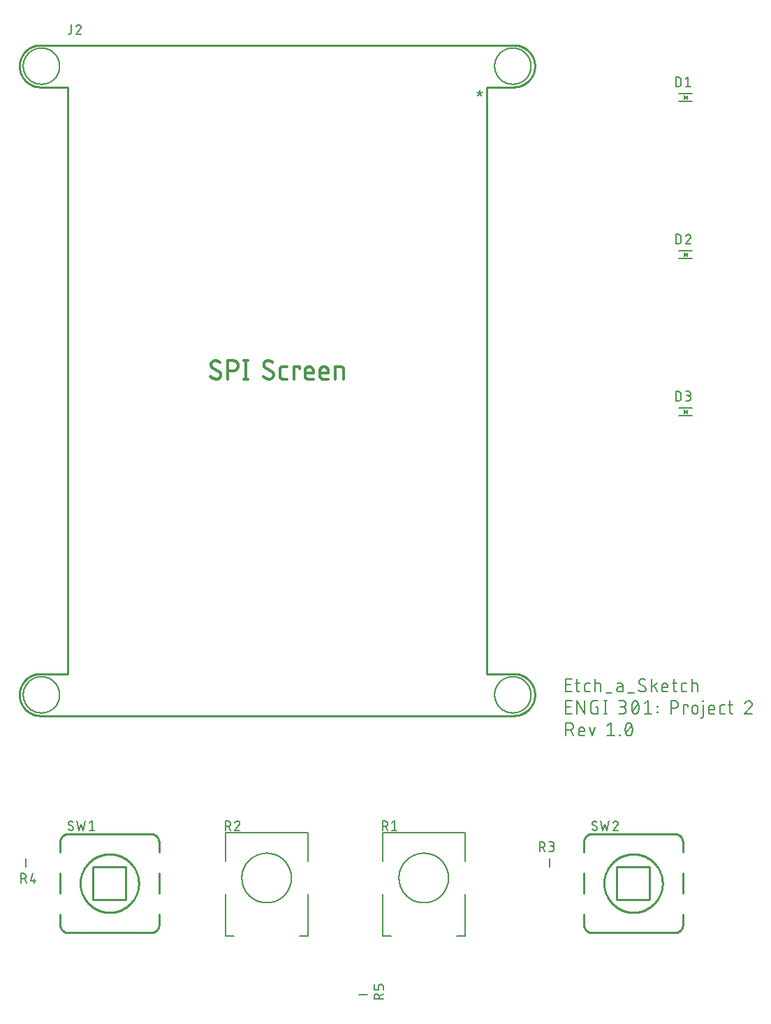
<source format=gbr>
G04 EAGLE Gerber RS-274X export*
G75*
%MOMM*%
%FSLAX34Y34*%
%LPD*%
%INSilkscreen Top*%
%IPPOS*%
%AMOC8*
5,1,8,0,0,1.08239X$1,22.5*%
G01*
%ADD10C,0.203200*%
%ADD11C,0.127000*%
%ADD12C,0.152400*%
%ADD13C,0.200000*%
%ADD14C,0.254000*%
%ADD15C,0.304800*%

G36*
X887005Y1140376D02*
X887005Y1140376D01*
X887105Y1140375D01*
X887119Y1140379D01*
X887131Y1140379D01*
X887174Y1140397D01*
X887284Y1140433D01*
X891284Y1142433D01*
X891319Y1142459D01*
X891360Y1142478D01*
X891409Y1142526D01*
X891463Y1142567D01*
X891488Y1142604D01*
X891519Y1142636D01*
X891548Y1142698D01*
X891585Y1142755D01*
X891595Y1142799D01*
X891614Y1142839D01*
X891619Y1142908D01*
X891634Y1142974D01*
X891628Y1143019D01*
X891631Y1143063D01*
X891612Y1143129D01*
X891603Y1143197D01*
X891582Y1143236D01*
X891570Y1143279D01*
X891529Y1143334D01*
X891497Y1143394D01*
X891463Y1143424D01*
X891437Y1143460D01*
X891366Y1143509D01*
X891328Y1143543D01*
X891307Y1143551D01*
X891284Y1143567D01*
X887284Y1145567D01*
X887188Y1145595D01*
X887094Y1145627D01*
X887081Y1145627D01*
X887068Y1145631D01*
X886969Y1145624D01*
X886869Y1145621D01*
X886858Y1145616D01*
X886845Y1145615D01*
X886754Y1145574D01*
X886662Y1145536D01*
X886652Y1145528D01*
X886640Y1145522D01*
X886569Y1145452D01*
X886496Y1145385D01*
X886490Y1145374D01*
X886481Y1145364D01*
X886439Y1145274D01*
X886393Y1145185D01*
X886391Y1145171D01*
X886386Y1145161D01*
X886383Y1145114D01*
X886366Y1145000D01*
X886366Y1141000D01*
X886383Y1140902D01*
X886397Y1140803D01*
X886403Y1140792D01*
X886405Y1140779D01*
X886456Y1140693D01*
X886503Y1140606D01*
X886513Y1140597D01*
X886520Y1140586D01*
X886597Y1140523D01*
X886672Y1140457D01*
X886684Y1140453D01*
X886694Y1140445D01*
X886788Y1140413D01*
X886881Y1140377D01*
X886894Y1140377D01*
X886906Y1140373D01*
X887005Y1140376D01*
G37*
G36*
X887005Y949876D02*
X887005Y949876D01*
X887105Y949875D01*
X887119Y949879D01*
X887131Y949879D01*
X887174Y949897D01*
X887284Y949933D01*
X891284Y951933D01*
X891319Y951959D01*
X891360Y951978D01*
X891409Y952026D01*
X891463Y952067D01*
X891488Y952104D01*
X891519Y952136D01*
X891548Y952198D01*
X891585Y952255D01*
X891595Y952299D01*
X891614Y952339D01*
X891619Y952408D01*
X891634Y952474D01*
X891628Y952519D01*
X891631Y952563D01*
X891612Y952629D01*
X891603Y952697D01*
X891582Y952736D01*
X891570Y952779D01*
X891529Y952834D01*
X891497Y952894D01*
X891463Y952924D01*
X891437Y952960D01*
X891366Y953009D01*
X891328Y953043D01*
X891307Y953051D01*
X891284Y953067D01*
X887284Y955067D01*
X887188Y955095D01*
X887094Y955127D01*
X887081Y955127D01*
X887068Y955131D01*
X886969Y955124D01*
X886869Y955121D01*
X886858Y955116D01*
X886845Y955115D01*
X886754Y955074D01*
X886662Y955036D01*
X886652Y955028D01*
X886640Y955022D01*
X886569Y954952D01*
X886496Y954885D01*
X886490Y954874D01*
X886481Y954864D01*
X886439Y954774D01*
X886393Y954685D01*
X886391Y954671D01*
X886386Y954661D01*
X886383Y954614D01*
X886366Y954500D01*
X886366Y950500D01*
X886383Y950402D01*
X886397Y950303D01*
X886403Y950292D01*
X886405Y950279D01*
X886456Y950193D01*
X886503Y950106D01*
X886513Y950097D01*
X886520Y950086D01*
X886597Y950023D01*
X886672Y949957D01*
X886684Y949953D01*
X886694Y949945D01*
X886788Y949913D01*
X886881Y949877D01*
X886894Y949877D01*
X886906Y949873D01*
X887005Y949876D01*
G37*
G36*
X887005Y759376D02*
X887005Y759376D01*
X887105Y759375D01*
X887119Y759379D01*
X887131Y759379D01*
X887174Y759397D01*
X887284Y759433D01*
X891284Y761433D01*
X891319Y761459D01*
X891360Y761478D01*
X891409Y761526D01*
X891463Y761567D01*
X891488Y761604D01*
X891519Y761636D01*
X891548Y761698D01*
X891585Y761755D01*
X891595Y761799D01*
X891614Y761839D01*
X891619Y761908D01*
X891634Y761974D01*
X891628Y762019D01*
X891631Y762063D01*
X891612Y762129D01*
X891603Y762197D01*
X891582Y762236D01*
X891570Y762279D01*
X891529Y762334D01*
X891497Y762394D01*
X891463Y762424D01*
X891437Y762460D01*
X891366Y762509D01*
X891328Y762543D01*
X891307Y762551D01*
X891284Y762567D01*
X887284Y764567D01*
X887188Y764595D01*
X887094Y764627D01*
X887081Y764627D01*
X887068Y764631D01*
X886969Y764624D01*
X886869Y764621D01*
X886858Y764616D01*
X886845Y764615D01*
X886754Y764574D01*
X886662Y764536D01*
X886652Y764528D01*
X886640Y764522D01*
X886569Y764452D01*
X886496Y764385D01*
X886490Y764374D01*
X886481Y764364D01*
X886439Y764274D01*
X886393Y764185D01*
X886391Y764171D01*
X886386Y764161D01*
X886383Y764114D01*
X886366Y764000D01*
X886366Y760000D01*
X886383Y759902D01*
X886397Y759803D01*
X886403Y759792D01*
X886405Y759779D01*
X886456Y759693D01*
X886503Y759606D01*
X886513Y759597D01*
X886520Y759586D01*
X886597Y759523D01*
X886672Y759457D01*
X886684Y759453D01*
X886694Y759445D01*
X886788Y759413D01*
X886881Y759377D01*
X886894Y759377D01*
X886906Y759373D01*
X887005Y759376D01*
G37*
D10*
X750965Y422656D02*
X743966Y422656D01*
X743966Y438404D01*
X750965Y438404D01*
X749215Y431405D02*
X743966Y431405D01*
X755440Y433155D02*
X760689Y433155D01*
X757190Y438404D02*
X757190Y425281D01*
X757189Y425281D02*
X757191Y425180D01*
X757197Y425080D01*
X757206Y424980D01*
X757220Y424880D01*
X757237Y424781D01*
X757258Y424683D01*
X757283Y424585D01*
X757311Y424489D01*
X757344Y424394D01*
X757379Y424300D01*
X757419Y424207D01*
X757462Y424116D01*
X757508Y424027D01*
X757558Y423940D01*
X757611Y423854D01*
X757667Y423771D01*
X757726Y423690D01*
X757789Y423611D01*
X757854Y423535D01*
X757923Y423461D01*
X757994Y423390D01*
X758068Y423321D01*
X758144Y423256D01*
X758223Y423193D01*
X758304Y423134D01*
X758387Y423078D01*
X758473Y423025D01*
X758560Y422975D01*
X758649Y422929D01*
X758740Y422886D01*
X758833Y422846D01*
X758927Y422811D01*
X759022Y422778D01*
X759118Y422750D01*
X759216Y422725D01*
X759314Y422704D01*
X759413Y422687D01*
X759513Y422673D01*
X759613Y422664D01*
X759713Y422658D01*
X759814Y422656D01*
X760689Y422656D01*
X769335Y422656D02*
X772834Y422656D01*
X769335Y422656D02*
X769234Y422658D01*
X769134Y422664D01*
X769034Y422673D01*
X768934Y422687D01*
X768835Y422704D01*
X768737Y422725D01*
X768639Y422750D01*
X768543Y422778D01*
X768448Y422811D01*
X768354Y422846D01*
X768261Y422886D01*
X768170Y422929D01*
X768081Y422975D01*
X767994Y423025D01*
X767908Y423078D01*
X767825Y423134D01*
X767744Y423193D01*
X767665Y423256D01*
X767589Y423321D01*
X767515Y423390D01*
X767444Y423461D01*
X767375Y423535D01*
X767310Y423611D01*
X767247Y423690D01*
X767188Y423771D01*
X767132Y423854D01*
X767079Y423940D01*
X767029Y424027D01*
X766983Y424116D01*
X766940Y424207D01*
X766900Y424300D01*
X766865Y424394D01*
X766832Y424489D01*
X766804Y424585D01*
X766779Y424683D01*
X766758Y424781D01*
X766741Y424880D01*
X766727Y424980D01*
X766718Y425080D01*
X766712Y425180D01*
X766710Y425281D01*
X766710Y430530D01*
X766712Y430631D01*
X766718Y430731D01*
X766727Y430831D01*
X766741Y430931D01*
X766758Y431030D01*
X766779Y431128D01*
X766804Y431226D01*
X766832Y431322D01*
X766865Y431417D01*
X766900Y431511D01*
X766940Y431604D01*
X766983Y431695D01*
X767029Y431784D01*
X767079Y431871D01*
X767132Y431957D01*
X767188Y432040D01*
X767247Y432121D01*
X767310Y432200D01*
X767375Y432276D01*
X767444Y432350D01*
X767515Y432421D01*
X767589Y432490D01*
X767665Y432555D01*
X767744Y432618D01*
X767825Y432677D01*
X767908Y432733D01*
X767994Y432786D01*
X768081Y432836D01*
X768170Y432882D01*
X768261Y432925D01*
X768354Y432965D01*
X768448Y433001D01*
X768543Y433033D01*
X768639Y433061D01*
X768737Y433086D01*
X768835Y433107D01*
X768934Y433124D01*
X769034Y433138D01*
X769134Y433147D01*
X769234Y433153D01*
X769335Y433155D01*
X772834Y433155D01*
X779194Y438404D02*
X779194Y422656D01*
X779194Y433155D02*
X783568Y433155D01*
X783669Y433153D01*
X783769Y433147D01*
X783869Y433138D01*
X783969Y433124D01*
X784068Y433107D01*
X784166Y433086D01*
X784264Y433061D01*
X784360Y433033D01*
X784455Y433000D01*
X784549Y432965D01*
X784642Y432925D01*
X784733Y432882D01*
X784822Y432836D01*
X784909Y432786D01*
X784995Y432733D01*
X785078Y432677D01*
X785159Y432618D01*
X785238Y432555D01*
X785314Y432490D01*
X785388Y432421D01*
X785459Y432350D01*
X785528Y432276D01*
X785593Y432200D01*
X785656Y432121D01*
X785715Y432040D01*
X785771Y431957D01*
X785824Y431871D01*
X785874Y431784D01*
X785920Y431695D01*
X785963Y431604D01*
X786003Y431511D01*
X786038Y431417D01*
X786071Y431322D01*
X786099Y431226D01*
X786124Y431128D01*
X786145Y431030D01*
X786162Y430931D01*
X786176Y430831D01*
X786185Y430731D01*
X786191Y430631D01*
X786193Y430530D01*
X786193Y422656D01*
X792741Y420906D02*
X799740Y420906D01*
X808741Y428780D02*
X812678Y428780D01*
X808741Y428780D02*
X808632Y428778D01*
X808523Y428772D01*
X808414Y428762D01*
X808305Y428749D01*
X808197Y428731D01*
X808090Y428710D01*
X807984Y428685D01*
X807878Y428656D01*
X807774Y428623D01*
X807671Y428587D01*
X807569Y428547D01*
X807469Y428503D01*
X807370Y428456D01*
X807274Y428405D01*
X807179Y428351D01*
X807086Y428294D01*
X806995Y428233D01*
X806906Y428169D01*
X806820Y428102D01*
X806736Y428032D01*
X806654Y427959D01*
X806576Y427883D01*
X806500Y427805D01*
X806427Y427723D01*
X806357Y427639D01*
X806290Y427553D01*
X806226Y427464D01*
X806165Y427373D01*
X806108Y427280D01*
X806054Y427185D01*
X806003Y427089D01*
X805956Y426990D01*
X805912Y426890D01*
X805872Y426788D01*
X805836Y426685D01*
X805803Y426581D01*
X805774Y426475D01*
X805749Y426369D01*
X805728Y426262D01*
X805710Y426154D01*
X805697Y426045D01*
X805687Y425936D01*
X805681Y425827D01*
X805679Y425718D01*
X805681Y425609D01*
X805687Y425500D01*
X805697Y425391D01*
X805710Y425282D01*
X805728Y425174D01*
X805749Y425067D01*
X805774Y424961D01*
X805803Y424855D01*
X805836Y424751D01*
X805872Y424648D01*
X805912Y424546D01*
X805956Y424446D01*
X806003Y424347D01*
X806054Y424251D01*
X806108Y424156D01*
X806165Y424063D01*
X806226Y423972D01*
X806290Y423883D01*
X806357Y423797D01*
X806427Y423713D01*
X806500Y423631D01*
X806576Y423553D01*
X806654Y423477D01*
X806736Y423404D01*
X806820Y423334D01*
X806906Y423267D01*
X806995Y423203D01*
X807086Y423142D01*
X807179Y423085D01*
X807274Y423031D01*
X807370Y422980D01*
X807469Y422933D01*
X807569Y422889D01*
X807671Y422849D01*
X807774Y422813D01*
X807878Y422780D01*
X807984Y422751D01*
X808090Y422726D01*
X808197Y422705D01*
X808305Y422687D01*
X808414Y422674D01*
X808523Y422664D01*
X808632Y422658D01*
X808741Y422656D01*
X812678Y422656D01*
X812678Y430530D01*
X812676Y430631D01*
X812670Y430731D01*
X812661Y430831D01*
X812647Y430931D01*
X812630Y431030D01*
X812609Y431128D01*
X812584Y431226D01*
X812556Y431322D01*
X812523Y431417D01*
X812488Y431511D01*
X812448Y431604D01*
X812405Y431695D01*
X812359Y431784D01*
X812309Y431871D01*
X812256Y431957D01*
X812200Y432040D01*
X812141Y432121D01*
X812078Y432200D01*
X812013Y432276D01*
X811944Y432350D01*
X811873Y432421D01*
X811799Y432490D01*
X811723Y432555D01*
X811644Y432618D01*
X811563Y432677D01*
X811480Y432733D01*
X811394Y432786D01*
X811307Y432836D01*
X811218Y432882D01*
X811127Y432925D01*
X811034Y432965D01*
X810940Y433000D01*
X810845Y433033D01*
X810749Y433061D01*
X810651Y433086D01*
X810553Y433107D01*
X810454Y433124D01*
X810354Y433138D01*
X810254Y433147D01*
X810154Y433153D01*
X810053Y433155D01*
X806554Y433155D01*
X819314Y420906D02*
X826313Y420906D01*
X837235Y422656D02*
X837352Y422658D01*
X837469Y422664D01*
X837585Y422674D01*
X837701Y422687D01*
X837817Y422705D01*
X837932Y422726D01*
X838046Y422751D01*
X838160Y422780D01*
X838272Y422813D01*
X838383Y422850D01*
X838493Y422890D01*
X838601Y422934D01*
X838708Y422981D01*
X838814Y423032D01*
X838917Y423087D01*
X839019Y423145D01*
X839118Y423206D01*
X839216Y423270D01*
X839311Y423338D01*
X839404Y423409D01*
X839495Y423483D01*
X839583Y423560D01*
X839668Y423640D01*
X839751Y423723D01*
X839831Y423808D01*
X839908Y423896D01*
X839982Y423987D01*
X840053Y424080D01*
X840121Y424175D01*
X840185Y424273D01*
X840246Y424372D01*
X840304Y424474D01*
X840359Y424577D01*
X840410Y424683D01*
X840457Y424790D01*
X840501Y424898D01*
X840541Y425008D01*
X840578Y425119D01*
X840611Y425231D01*
X840640Y425345D01*
X840665Y425459D01*
X840686Y425574D01*
X840704Y425689D01*
X840717Y425806D01*
X840727Y425922D01*
X840733Y426039D01*
X840735Y426156D01*
X837235Y422656D02*
X837058Y422658D01*
X836881Y422664D01*
X836705Y422675D01*
X836528Y422690D01*
X836353Y422709D01*
X836177Y422732D01*
X836003Y422759D01*
X835828Y422791D01*
X835655Y422827D01*
X835483Y422867D01*
X835312Y422911D01*
X835141Y422959D01*
X834972Y423011D01*
X834805Y423067D01*
X834638Y423127D01*
X834473Y423191D01*
X834310Y423259D01*
X834148Y423331D01*
X833989Y423407D01*
X833831Y423486D01*
X833675Y423570D01*
X833521Y423657D01*
X833369Y423747D01*
X833219Y423842D01*
X833072Y423940D01*
X832927Y424041D01*
X832784Y424146D01*
X832644Y424254D01*
X832507Y424365D01*
X832372Y424480D01*
X832241Y424598D01*
X832112Y424719D01*
X831986Y424843D01*
X832423Y434904D02*
X832425Y435021D01*
X832431Y435138D01*
X832441Y435254D01*
X832454Y435371D01*
X832472Y435486D01*
X832493Y435601D01*
X832518Y435715D01*
X832547Y435829D01*
X832580Y435941D01*
X832617Y436052D01*
X832657Y436162D01*
X832701Y436270D01*
X832748Y436377D01*
X832799Y436483D01*
X832854Y436586D01*
X832912Y436688D01*
X832973Y436787D01*
X833037Y436885D01*
X833105Y436980D01*
X833176Y437073D01*
X833250Y437164D01*
X833327Y437252D01*
X833407Y437337D01*
X833490Y437420D01*
X833575Y437500D01*
X833663Y437577D01*
X833754Y437651D01*
X833847Y437722D01*
X833942Y437790D01*
X834040Y437854D01*
X834139Y437915D01*
X834241Y437973D01*
X834344Y438028D01*
X834450Y438079D01*
X834557Y438126D01*
X834665Y438170D01*
X834775Y438210D01*
X834886Y438247D01*
X834998Y438280D01*
X835112Y438309D01*
X835226Y438334D01*
X835341Y438355D01*
X835456Y438373D01*
X835573Y438386D01*
X835689Y438396D01*
X835806Y438402D01*
X835923Y438404D01*
X836079Y438402D01*
X836236Y438397D01*
X836392Y438387D01*
X836548Y438374D01*
X836703Y438357D01*
X836858Y438337D01*
X837013Y438313D01*
X837167Y438285D01*
X837320Y438254D01*
X837472Y438219D01*
X837624Y438180D01*
X837774Y438137D01*
X837924Y438092D01*
X838072Y438042D01*
X838219Y437989D01*
X838365Y437933D01*
X838510Y437873D01*
X838653Y437809D01*
X838794Y437743D01*
X838934Y437673D01*
X839072Y437599D01*
X839208Y437522D01*
X839343Y437443D01*
X839475Y437359D01*
X839606Y437273D01*
X839734Y437184D01*
X839860Y437092D01*
X834174Y431842D02*
X834075Y431902D01*
X833979Y431966D01*
X833885Y432032D01*
X833793Y432101D01*
X833703Y432174D01*
X833615Y432249D01*
X833531Y432327D01*
X833448Y432408D01*
X833369Y432491D01*
X833292Y432577D01*
X833218Y432665D01*
X833146Y432756D01*
X833078Y432849D01*
X833013Y432944D01*
X832951Y433042D01*
X832892Y433141D01*
X832837Y433242D01*
X832784Y433345D01*
X832736Y433449D01*
X832690Y433555D01*
X832648Y433662D01*
X832609Y433771D01*
X832574Y433881D01*
X832543Y433992D01*
X832515Y434104D01*
X832491Y434216D01*
X832471Y434330D01*
X832454Y434444D01*
X832441Y434559D01*
X832431Y434674D01*
X832426Y434789D01*
X832424Y434904D01*
X838985Y429218D02*
X839084Y429158D01*
X839180Y429094D01*
X839274Y429028D01*
X839366Y428959D01*
X839456Y428886D01*
X839544Y428811D01*
X839628Y428733D01*
X839711Y428652D01*
X839790Y428569D01*
X839867Y428483D01*
X839941Y428395D01*
X840013Y428304D01*
X840081Y428211D01*
X840146Y428116D01*
X840208Y428018D01*
X840267Y427919D01*
X840322Y427818D01*
X840375Y427715D01*
X840424Y427611D01*
X840469Y427505D01*
X840511Y427398D01*
X840550Y427289D01*
X840585Y427179D01*
X840616Y427068D01*
X840644Y426956D01*
X840668Y426844D01*
X840688Y426730D01*
X840705Y426616D01*
X840718Y426501D01*
X840728Y426386D01*
X840733Y426271D01*
X840735Y426156D01*
X838985Y429218D02*
X834173Y431842D01*
X847653Y438404D02*
X847653Y422656D01*
X847653Y427905D02*
X854652Y433155D01*
X850715Y430093D02*
X854652Y422656D01*
X863101Y422656D02*
X867475Y422656D01*
X863101Y422656D02*
X863000Y422658D01*
X862900Y422664D01*
X862800Y422673D01*
X862700Y422687D01*
X862601Y422704D01*
X862503Y422725D01*
X862405Y422750D01*
X862309Y422778D01*
X862214Y422811D01*
X862120Y422846D01*
X862027Y422886D01*
X861936Y422929D01*
X861847Y422975D01*
X861760Y423025D01*
X861674Y423078D01*
X861591Y423134D01*
X861510Y423193D01*
X861431Y423256D01*
X861355Y423321D01*
X861281Y423390D01*
X861210Y423461D01*
X861141Y423535D01*
X861076Y423611D01*
X861013Y423690D01*
X860954Y423771D01*
X860898Y423854D01*
X860845Y423940D01*
X860795Y424027D01*
X860749Y424116D01*
X860706Y424207D01*
X860666Y424300D01*
X860631Y424394D01*
X860598Y424489D01*
X860570Y424585D01*
X860545Y424683D01*
X860524Y424781D01*
X860507Y424880D01*
X860493Y424980D01*
X860484Y425080D01*
X860478Y425180D01*
X860476Y425281D01*
X860476Y429655D01*
X860478Y429773D01*
X860484Y429891D01*
X860494Y430009D01*
X860508Y430126D01*
X860526Y430243D01*
X860548Y430360D01*
X860573Y430475D01*
X860603Y430589D01*
X860637Y430703D01*
X860674Y430815D01*
X860715Y430926D01*
X860760Y431035D01*
X860808Y431143D01*
X860860Y431249D01*
X860916Y431354D01*
X860975Y431456D01*
X861037Y431556D01*
X861103Y431654D01*
X861172Y431750D01*
X861245Y431844D01*
X861320Y431935D01*
X861399Y432023D01*
X861480Y432109D01*
X861565Y432192D01*
X861652Y432272D01*
X861741Y432349D01*
X861834Y432423D01*
X861928Y432493D01*
X862025Y432561D01*
X862125Y432625D01*
X862226Y432686D01*
X862329Y432743D01*
X862435Y432797D01*
X862542Y432848D01*
X862650Y432894D01*
X862760Y432937D01*
X862872Y432976D01*
X862985Y433012D01*
X863099Y433043D01*
X863214Y433071D01*
X863329Y433095D01*
X863446Y433115D01*
X863563Y433131D01*
X863681Y433143D01*
X863799Y433151D01*
X863917Y433155D01*
X864035Y433155D01*
X864153Y433151D01*
X864271Y433143D01*
X864389Y433131D01*
X864506Y433115D01*
X864623Y433095D01*
X864738Y433071D01*
X864853Y433043D01*
X864967Y433012D01*
X865080Y432976D01*
X865192Y432937D01*
X865302Y432894D01*
X865410Y432848D01*
X865517Y432797D01*
X865623Y432743D01*
X865726Y432686D01*
X865827Y432625D01*
X865927Y432561D01*
X866024Y432493D01*
X866118Y432423D01*
X866211Y432349D01*
X866300Y432272D01*
X866387Y432192D01*
X866472Y432109D01*
X866553Y432023D01*
X866632Y431935D01*
X866707Y431844D01*
X866780Y431750D01*
X866849Y431654D01*
X866915Y431556D01*
X866977Y431456D01*
X867036Y431354D01*
X867092Y431249D01*
X867144Y431143D01*
X867192Y431035D01*
X867237Y430926D01*
X867278Y430815D01*
X867315Y430703D01*
X867349Y430589D01*
X867379Y430475D01*
X867404Y430360D01*
X867426Y430243D01*
X867444Y430126D01*
X867458Y430009D01*
X867468Y429891D01*
X867474Y429773D01*
X867476Y429655D01*
X867475Y429655D02*
X867475Y427905D01*
X860476Y427905D01*
X872674Y433155D02*
X877923Y433155D01*
X874424Y438404D02*
X874424Y425281D01*
X874426Y425180D01*
X874432Y425080D01*
X874441Y424980D01*
X874455Y424880D01*
X874472Y424781D01*
X874493Y424683D01*
X874518Y424585D01*
X874546Y424489D01*
X874579Y424394D01*
X874614Y424300D01*
X874654Y424207D01*
X874697Y424116D01*
X874743Y424027D01*
X874793Y423940D01*
X874846Y423854D01*
X874902Y423771D01*
X874961Y423690D01*
X875024Y423611D01*
X875089Y423535D01*
X875158Y423461D01*
X875229Y423390D01*
X875303Y423321D01*
X875379Y423256D01*
X875458Y423193D01*
X875539Y423134D01*
X875622Y423078D01*
X875708Y423025D01*
X875795Y422975D01*
X875884Y422929D01*
X875975Y422886D01*
X876068Y422846D01*
X876162Y422811D01*
X876257Y422778D01*
X876353Y422750D01*
X876451Y422725D01*
X876549Y422704D01*
X876648Y422687D01*
X876748Y422673D01*
X876848Y422664D01*
X876948Y422658D01*
X877049Y422656D01*
X877923Y422656D01*
X886569Y422656D02*
X890068Y422656D01*
X886569Y422656D02*
X886468Y422658D01*
X886368Y422664D01*
X886268Y422673D01*
X886168Y422687D01*
X886069Y422704D01*
X885971Y422725D01*
X885873Y422750D01*
X885777Y422778D01*
X885682Y422811D01*
X885588Y422846D01*
X885495Y422886D01*
X885404Y422929D01*
X885315Y422975D01*
X885228Y423025D01*
X885142Y423078D01*
X885059Y423134D01*
X884978Y423193D01*
X884899Y423256D01*
X884823Y423321D01*
X884749Y423390D01*
X884678Y423461D01*
X884609Y423535D01*
X884544Y423611D01*
X884481Y423690D01*
X884422Y423771D01*
X884366Y423854D01*
X884313Y423940D01*
X884263Y424027D01*
X884217Y424116D01*
X884174Y424207D01*
X884134Y424300D01*
X884099Y424394D01*
X884066Y424489D01*
X884038Y424585D01*
X884013Y424683D01*
X883992Y424781D01*
X883975Y424880D01*
X883961Y424980D01*
X883952Y425080D01*
X883946Y425180D01*
X883944Y425281D01*
X883944Y430530D01*
X883946Y430631D01*
X883952Y430731D01*
X883961Y430831D01*
X883975Y430931D01*
X883992Y431030D01*
X884013Y431128D01*
X884038Y431226D01*
X884066Y431322D01*
X884099Y431417D01*
X884134Y431511D01*
X884174Y431604D01*
X884217Y431695D01*
X884263Y431784D01*
X884313Y431871D01*
X884366Y431957D01*
X884422Y432040D01*
X884481Y432121D01*
X884544Y432200D01*
X884609Y432276D01*
X884678Y432350D01*
X884749Y432421D01*
X884823Y432490D01*
X884899Y432555D01*
X884978Y432618D01*
X885059Y432677D01*
X885142Y432733D01*
X885228Y432786D01*
X885315Y432836D01*
X885404Y432882D01*
X885495Y432925D01*
X885588Y432965D01*
X885682Y433001D01*
X885777Y433033D01*
X885873Y433061D01*
X885971Y433086D01*
X886069Y433107D01*
X886168Y433124D01*
X886268Y433138D01*
X886368Y433147D01*
X886468Y433153D01*
X886569Y433155D01*
X890068Y433155D01*
X896428Y438404D02*
X896428Y422656D01*
X896428Y433155D02*
X900802Y433155D01*
X900903Y433153D01*
X901003Y433147D01*
X901103Y433138D01*
X901203Y433124D01*
X901302Y433107D01*
X901400Y433086D01*
X901498Y433061D01*
X901594Y433033D01*
X901689Y433000D01*
X901783Y432965D01*
X901876Y432925D01*
X901967Y432882D01*
X902056Y432836D01*
X902143Y432786D01*
X902229Y432733D01*
X902312Y432677D01*
X902393Y432618D01*
X902472Y432555D01*
X902548Y432490D01*
X902622Y432421D01*
X902693Y432350D01*
X902762Y432276D01*
X902827Y432200D01*
X902890Y432121D01*
X902949Y432040D01*
X903005Y431957D01*
X903058Y431871D01*
X903108Y431784D01*
X903154Y431695D01*
X903197Y431604D01*
X903237Y431511D01*
X903272Y431417D01*
X903305Y431322D01*
X903333Y431226D01*
X903358Y431128D01*
X903379Y431030D01*
X903396Y430931D01*
X903410Y430831D01*
X903419Y430731D01*
X903425Y430631D01*
X903427Y430530D01*
X903427Y422656D01*
X750965Y395986D02*
X743966Y395986D01*
X743966Y411734D01*
X750965Y411734D01*
X749215Y404735D02*
X743966Y404735D01*
X757477Y411734D02*
X757477Y395986D01*
X766226Y395986D02*
X757477Y411734D01*
X766226Y411734D02*
X766226Y395986D01*
X780275Y404735D02*
X782899Y404735D01*
X782899Y395986D01*
X777650Y395986D01*
X777533Y395988D01*
X777416Y395994D01*
X777300Y396004D01*
X777183Y396017D01*
X777068Y396035D01*
X776953Y396056D01*
X776839Y396081D01*
X776725Y396110D01*
X776613Y396143D01*
X776502Y396180D01*
X776392Y396220D01*
X776284Y396264D01*
X776177Y396311D01*
X776071Y396362D01*
X775968Y396417D01*
X775866Y396475D01*
X775767Y396536D01*
X775669Y396600D01*
X775574Y396668D01*
X775481Y396739D01*
X775390Y396813D01*
X775302Y396890D01*
X775217Y396970D01*
X775134Y397053D01*
X775054Y397138D01*
X774977Y397226D01*
X774903Y397317D01*
X774832Y397410D01*
X774764Y397505D01*
X774700Y397603D01*
X774639Y397702D01*
X774581Y397804D01*
X774526Y397907D01*
X774475Y398013D01*
X774428Y398120D01*
X774384Y398228D01*
X774344Y398338D01*
X774307Y398449D01*
X774274Y398561D01*
X774245Y398675D01*
X774220Y398789D01*
X774199Y398904D01*
X774181Y399019D01*
X774168Y399136D01*
X774158Y399252D01*
X774152Y399369D01*
X774150Y399486D01*
X774151Y399486D02*
X774151Y408234D01*
X774150Y408234D02*
X774152Y408351D01*
X774158Y408468D01*
X774168Y408584D01*
X774181Y408701D01*
X774199Y408816D01*
X774220Y408931D01*
X774245Y409045D01*
X774274Y409159D01*
X774307Y409271D01*
X774344Y409382D01*
X774384Y409492D01*
X774428Y409600D01*
X774475Y409707D01*
X774526Y409813D01*
X774581Y409916D01*
X774639Y410018D01*
X774700Y410117D01*
X774764Y410215D01*
X774832Y410310D01*
X774903Y410403D01*
X774977Y410494D01*
X775054Y410582D01*
X775134Y410667D01*
X775217Y410750D01*
X775302Y410830D01*
X775390Y410907D01*
X775481Y410981D01*
X775574Y411052D01*
X775669Y411120D01*
X775767Y411184D01*
X775866Y411245D01*
X775968Y411303D01*
X776071Y411358D01*
X776177Y411409D01*
X776284Y411456D01*
X776392Y411500D01*
X776502Y411540D01*
X776613Y411577D01*
X776725Y411610D01*
X776839Y411639D01*
X776953Y411664D01*
X777068Y411685D01*
X777183Y411703D01*
X777300Y411716D01*
X777416Y411726D01*
X777533Y411732D01*
X777650Y411734D01*
X782899Y411734D01*
X791551Y411734D02*
X791551Y395986D01*
X789801Y395986D02*
X793301Y395986D01*
X793301Y411734D02*
X789801Y411734D01*
X808018Y395986D02*
X812393Y395986D01*
X812524Y395988D01*
X812655Y395994D01*
X812785Y396004D01*
X812915Y396017D01*
X813045Y396035D01*
X813174Y396056D01*
X813302Y396082D01*
X813430Y396111D01*
X813557Y396144D01*
X813682Y396180D01*
X813807Y396221D01*
X813930Y396265D01*
X814052Y396313D01*
X814172Y396364D01*
X814291Y396419D01*
X814408Y396478D01*
X814523Y396540D01*
X814636Y396605D01*
X814748Y396674D01*
X814857Y396746D01*
X814964Y396821D01*
X815069Y396900D01*
X815171Y396981D01*
X815271Y397066D01*
X815368Y397154D01*
X815463Y397244D01*
X815555Y397337D01*
X815644Y397433D01*
X815730Y397532D01*
X815813Y397633D01*
X815893Y397736D01*
X815970Y397842D01*
X816043Y397950D01*
X816114Y398061D01*
X816181Y398173D01*
X816245Y398287D01*
X816305Y398403D01*
X816362Y398521D01*
X816415Y398641D01*
X816465Y398762D01*
X816511Y398885D01*
X816553Y399008D01*
X816591Y399133D01*
X816626Y399260D01*
X816657Y399387D01*
X816685Y399515D01*
X816708Y399643D01*
X816727Y399773D01*
X816743Y399903D01*
X816755Y400033D01*
X816763Y400164D01*
X816767Y400295D01*
X816767Y400425D01*
X816763Y400556D01*
X816755Y400687D01*
X816743Y400817D01*
X816727Y400947D01*
X816708Y401077D01*
X816685Y401205D01*
X816657Y401333D01*
X816626Y401460D01*
X816591Y401587D01*
X816553Y401712D01*
X816511Y401835D01*
X816465Y401958D01*
X816415Y402079D01*
X816362Y402199D01*
X816305Y402317D01*
X816245Y402433D01*
X816181Y402547D01*
X816114Y402659D01*
X816043Y402770D01*
X815970Y402878D01*
X815893Y402984D01*
X815813Y403087D01*
X815730Y403188D01*
X815644Y403287D01*
X815555Y403383D01*
X815463Y403476D01*
X815368Y403566D01*
X815271Y403654D01*
X815171Y403739D01*
X815069Y403820D01*
X814964Y403899D01*
X814857Y403974D01*
X814748Y404046D01*
X814636Y404115D01*
X814523Y404180D01*
X814408Y404242D01*
X814291Y404301D01*
X814172Y404356D01*
X814052Y404407D01*
X813930Y404455D01*
X813807Y404499D01*
X813682Y404540D01*
X813557Y404576D01*
X813430Y404609D01*
X813302Y404638D01*
X813174Y404664D01*
X813045Y404685D01*
X812915Y404703D01*
X812785Y404716D01*
X812655Y404726D01*
X812524Y404732D01*
X812393Y404734D01*
X813268Y411734D02*
X808018Y411734D01*
X813268Y411734D02*
X813386Y411732D01*
X813504Y411726D01*
X813622Y411716D01*
X813739Y411702D01*
X813856Y411684D01*
X813973Y411662D01*
X814088Y411637D01*
X814202Y411607D01*
X814316Y411573D01*
X814428Y411536D01*
X814539Y411495D01*
X814648Y411450D01*
X814756Y411402D01*
X814862Y411350D01*
X814967Y411294D01*
X815069Y411235D01*
X815169Y411173D01*
X815267Y411107D01*
X815363Y411038D01*
X815457Y410965D01*
X815548Y410890D01*
X815636Y410811D01*
X815722Y410730D01*
X815805Y410645D01*
X815885Y410558D01*
X815962Y410469D01*
X816036Y410376D01*
X816106Y410282D01*
X816174Y410185D01*
X816238Y410085D01*
X816299Y409984D01*
X816356Y409881D01*
X816410Y409775D01*
X816461Y409668D01*
X816507Y409560D01*
X816550Y409450D01*
X816589Y409338D01*
X816625Y409225D01*
X816656Y409111D01*
X816684Y408996D01*
X816708Y408881D01*
X816728Y408764D01*
X816744Y408647D01*
X816756Y408529D01*
X816764Y408411D01*
X816768Y408293D01*
X816768Y408175D01*
X816764Y408057D01*
X816756Y407939D01*
X816744Y407821D01*
X816728Y407704D01*
X816708Y407587D01*
X816684Y407472D01*
X816656Y407357D01*
X816625Y407243D01*
X816589Y407130D01*
X816550Y407018D01*
X816507Y406908D01*
X816461Y406800D01*
X816410Y406693D01*
X816356Y406587D01*
X816299Y406484D01*
X816238Y406383D01*
X816174Y406283D01*
X816106Y406186D01*
X816036Y406092D01*
X815962Y405999D01*
X815885Y405910D01*
X815805Y405823D01*
X815722Y405738D01*
X815636Y405657D01*
X815548Y405578D01*
X815457Y405503D01*
X815363Y405430D01*
X815267Y405361D01*
X815169Y405295D01*
X815069Y405233D01*
X814967Y405174D01*
X814862Y405118D01*
X814756Y405066D01*
X814648Y405018D01*
X814539Y404973D01*
X814428Y404932D01*
X814316Y404895D01*
X814202Y404861D01*
X814088Y404831D01*
X813973Y404806D01*
X813856Y404784D01*
X813739Y404766D01*
X813622Y404752D01*
X813504Y404742D01*
X813386Y404736D01*
X813268Y404734D01*
X813268Y404735D02*
X809768Y404735D01*
X823649Y403860D02*
X823653Y404170D01*
X823664Y404479D01*
X823682Y404789D01*
X823708Y405097D01*
X823741Y405405D01*
X823782Y405713D01*
X823830Y406019D01*
X823885Y406324D01*
X823947Y406627D01*
X824017Y406929D01*
X824094Y407229D01*
X824178Y407527D01*
X824269Y407823D01*
X824367Y408117D01*
X824472Y408409D01*
X824584Y408698D01*
X824703Y408984D01*
X824829Y409267D01*
X824961Y409547D01*
X824962Y409547D02*
X825000Y409652D01*
X825042Y409755D01*
X825087Y409857D01*
X825135Y409958D01*
X825187Y410056D01*
X825243Y410153D01*
X825301Y410248D01*
X825363Y410341D01*
X825428Y410431D01*
X825497Y410519D01*
X825568Y410605D01*
X825642Y410689D01*
X825719Y410769D01*
X825798Y410848D01*
X825881Y410923D01*
X825966Y410995D01*
X826053Y411065D01*
X826143Y411131D01*
X826234Y411194D01*
X826328Y411254D01*
X826424Y411311D01*
X826522Y411365D01*
X826622Y411415D01*
X826723Y411461D01*
X826826Y411504D01*
X826931Y411544D01*
X827036Y411580D01*
X827143Y411612D01*
X827251Y411640D01*
X827360Y411665D01*
X827469Y411686D01*
X827579Y411703D01*
X827690Y411717D01*
X827801Y411726D01*
X827912Y411732D01*
X828024Y411734D01*
X828136Y411732D01*
X828247Y411726D01*
X828358Y411717D01*
X828469Y411703D01*
X828579Y411686D01*
X828689Y411665D01*
X828797Y411640D01*
X828905Y411612D01*
X829012Y411580D01*
X829117Y411544D01*
X829222Y411504D01*
X829325Y411461D01*
X829426Y411415D01*
X829526Y411365D01*
X829624Y411311D01*
X829720Y411254D01*
X829814Y411194D01*
X829905Y411131D01*
X829995Y411065D01*
X830082Y410995D01*
X830167Y410923D01*
X830250Y410848D01*
X830329Y410769D01*
X830406Y410689D01*
X830480Y410605D01*
X830551Y410519D01*
X830620Y410431D01*
X830685Y410341D01*
X830747Y410248D01*
X830805Y410153D01*
X830861Y410056D01*
X830913Y409958D01*
X830961Y409857D01*
X831006Y409755D01*
X831048Y409652D01*
X831086Y409547D01*
X831218Y409267D01*
X831344Y408983D01*
X831463Y408697D01*
X831575Y408408D01*
X831680Y408117D01*
X831778Y407823D01*
X831869Y407527D01*
X831953Y407229D01*
X832030Y406929D01*
X832100Y406627D01*
X832162Y406323D01*
X832217Y406019D01*
X832265Y405713D01*
X832306Y405405D01*
X832339Y405097D01*
X832365Y404789D01*
X832383Y404479D01*
X832394Y404170D01*
X832398Y403860D01*
X823649Y403860D02*
X823653Y403550D01*
X823664Y403241D01*
X823682Y402931D01*
X823708Y402623D01*
X823741Y402315D01*
X823782Y402007D01*
X823830Y401701D01*
X823885Y401396D01*
X823947Y401093D01*
X824017Y400791D01*
X824094Y400491D01*
X824178Y400193D01*
X824269Y399897D01*
X824367Y399603D01*
X824472Y399311D01*
X824584Y399022D01*
X824703Y398736D01*
X824829Y398453D01*
X824961Y398173D01*
X824962Y398173D02*
X825000Y398068D01*
X825042Y397965D01*
X825087Y397863D01*
X825135Y397762D01*
X825187Y397664D01*
X825243Y397567D01*
X825301Y397472D01*
X825363Y397379D01*
X825428Y397289D01*
X825497Y397201D01*
X825568Y397115D01*
X825642Y397031D01*
X825719Y396951D01*
X825798Y396872D01*
X825881Y396797D01*
X825966Y396725D01*
X826053Y396655D01*
X826143Y396589D01*
X826234Y396526D01*
X826328Y396466D01*
X826424Y396409D01*
X826522Y396355D01*
X826622Y396305D01*
X826723Y396259D01*
X826826Y396216D01*
X826931Y396176D01*
X827036Y396140D01*
X827143Y396108D01*
X827251Y396080D01*
X827360Y396055D01*
X827469Y396034D01*
X827579Y396017D01*
X827690Y396003D01*
X827801Y395994D01*
X827912Y395988D01*
X828024Y395986D01*
X831087Y398173D02*
X831219Y398453D01*
X831345Y398736D01*
X831464Y399022D01*
X831576Y399311D01*
X831681Y399603D01*
X831779Y399897D01*
X831870Y400193D01*
X831954Y400491D01*
X832031Y400791D01*
X832101Y401093D01*
X832163Y401396D01*
X832218Y401701D01*
X832266Y402007D01*
X832307Y402315D01*
X832340Y402623D01*
X832366Y402931D01*
X832384Y403241D01*
X832395Y403550D01*
X832399Y403860D01*
X831086Y398173D02*
X831048Y398068D01*
X831006Y397965D01*
X830961Y397863D01*
X830913Y397762D01*
X830861Y397664D01*
X830805Y397567D01*
X830747Y397472D01*
X830685Y397379D01*
X830620Y397289D01*
X830551Y397201D01*
X830480Y397115D01*
X830406Y397031D01*
X830329Y396951D01*
X830250Y396872D01*
X830167Y396797D01*
X830082Y396725D01*
X829995Y396655D01*
X829905Y396589D01*
X829814Y396526D01*
X829720Y396466D01*
X829624Y396409D01*
X829526Y396355D01*
X829426Y396305D01*
X829325Y396259D01*
X829222Y396216D01*
X829117Y396176D01*
X829012Y396140D01*
X828905Y396108D01*
X828797Y396080D01*
X828688Y396055D01*
X828579Y396034D01*
X828469Y396017D01*
X828358Y396003D01*
X828247Y395994D01*
X828136Y395988D01*
X828024Y395986D01*
X824524Y399486D02*
X831523Y408234D01*
X839281Y408234D02*
X843655Y411734D01*
X843655Y395986D01*
X839281Y395986D02*
X848030Y395986D01*
X854681Y397298D02*
X854681Y398173D01*
X855555Y398173D01*
X855555Y397298D01*
X854681Y397298D01*
X854681Y404297D02*
X854681Y405172D01*
X855555Y405172D01*
X855555Y404297D01*
X854681Y404297D01*
X871318Y411734D02*
X871318Y395986D01*
X871318Y411734D02*
X875692Y411734D01*
X875823Y411732D01*
X875954Y411726D01*
X876084Y411716D01*
X876214Y411703D01*
X876344Y411685D01*
X876473Y411664D01*
X876601Y411638D01*
X876729Y411609D01*
X876856Y411576D01*
X876981Y411540D01*
X877106Y411499D01*
X877229Y411455D01*
X877351Y411407D01*
X877471Y411356D01*
X877590Y411301D01*
X877707Y411242D01*
X877822Y411180D01*
X877935Y411115D01*
X878047Y411046D01*
X878156Y410974D01*
X878263Y410899D01*
X878368Y410820D01*
X878470Y410739D01*
X878570Y410654D01*
X878667Y410566D01*
X878762Y410476D01*
X878854Y410383D01*
X878943Y410287D01*
X879029Y410188D01*
X879112Y410087D01*
X879192Y409984D01*
X879269Y409878D01*
X879342Y409770D01*
X879413Y409659D01*
X879480Y409547D01*
X879544Y409433D01*
X879604Y409317D01*
X879661Y409199D01*
X879714Y409079D01*
X879764Y408958D01*
X879810Y408835D01*
X879852Y408712D01*
X879890Y408587D01*
X879925Y408460D01*
X879956Y408333D01*
X879984Y408205D01*
X880007Y408077D01*
X880026Y407947D01*
X880042Y407817D01*
X880054Y407687D01*
X880062Y407556D01*
X880066Y407425D01*
X880066Y407295D01*
X880062Y407164D01*
X880054Y407033D01*
X880042Y406903D01*
X880026Y406773D01*
X880007Y406643D01*
X879984Y406515D01*
X879956Y406387D01*
X879925Y406260D01*
X879890Y406133D01*
X879852Y406008D01*
X879810Y405885D01*
X879764Y405762D01*
X879714Y405641D01*
X879661Y405521D01*
X879604Y405403D01*
X879544Y405287D01*
X879480Y405173D01*
X879413Y405061D01*
X879342Y404950D01*
X879269Y404842D01*
X879192Y404736D01*
X879112Y404633D01*
X879029Y404532D01*
X878943Y404433D01*
X878854Y404337D01*
X878762Y404244D01*
X878667Y404154D01*
X878570Y404066D01*
X878470Y403981D01*
X878368Y403900D01*
X878263Y403821D01*
X878156Y403746D01*
X878047Y403674D01*
X877935Y403605D01*
X877822Y403540D01*
X877707Y403478D01*
X877590Y403419D01*
X877471Y403364D01*
X877351Y403313D01*
X877229Y403265D01*
X877106Y403221D01*
X876981Y403180D01*
X876856Y403144D01*
X876729Y403111D01*
X876601Y403082D01*
X876473Y403056D01*
X876344Y403035D01*
X876214Y403017D01*
X876084Y403004D01*
X875954Y402994D01*
X875823Y402988D01*
X875692Y402986D01*
X875692Y402985D02*
X871318Y402985D01*
X886630Y406485D02*
X886630Y395986D01*
X886630Y406485D02*
X891880Y406485D01*
X891880Y404735D01*
X896949Y402985D02*
X896949Y399486D01*
X896949Y402985D02*
X896951Y403103D01*
X896957Y403221D01*
X896967Y403339D01*
X896981Y403456D01*
X896999Y403573D01*
X897021Y403690D01*
X897046Y403805D01*
X897076Y403919D01*
X897110Y404033D01*
X897147Y404145D01*
X897188Y404256D01*
X897233Y404365D01*
X897281Y404473D01*
X897333Y404579D01*
X897389Y404684D01*
X897448Y404786D01*
X897510Y404886D01*
X897576Y404984D01*
X897645Y405080D01*
X897718Y405174D01*
X897793Y405265D01*
X897872Y405353D01*
X897953Y405439D01*
X898038Y405522D01*
X898125Y405602D01*
X898214Y405679D01*
X898307Y405753D01*
X898401Y405823D01*
X898498Y405891D01*
X898598Y405955D01*
X898699Y406016D01*
X898802Y406073D01*
X898908Y406127D01*
X899015Y406178D01*
X899123Y406224D01*
X899233Y406267D01*
X899345Y406306D01*
X899458Y406342D01*
X899572Y406373D01*
X899687Y406401D01*
X899802Y406425D01*
X899919Y406445D01*
X900036Y406461D01*
X900154Y406473D01*
X900272Y406481D01*
X900390Y406485D01*
X900508Y406485D01*
X900626Y406481D01*
X900744Y406473D01*
X900862Y406461D01*
X900979Y406445D01*
X901096Y406425D01*
X901211Y406401D01*
X901326Y406373D01*
X901440Y406342D01*
X901553Y406306D01*
X901665Y406267D01*
X901775Y406224D01*
X901883Y406178D01*
X901990Y406127D01*
X902096Y406073D01*
X902199Y406016D01*
X902300Y405955D01*
X902400Y405891D01*
X902497Y405823D01*
X902591Y405753D01*
X902684Y405679D01*
X902773Y405602D01*
X902860Y405522D01*
X902945Y405439D01*
X903026Y405353D01*
X903105Y405265D01*
X903180Y405174D01*
X903253Y405080D01*
X903322Y404984D01*
X903388Y404886D01*
X903450Y404786D01*
X903509Y404684D01*
X903565Y404579D01*
X903617Y404473D01*
X903665Y404365D01*
X903710Y404256D01*
X903751Y404145D01*
X903788Y404033D01*
X903822Y403919D01*
X903852Y403805D01*
X903877Y403690D01*
X903899Y403573D01*
X903917Y403456D01*
X903931Y403339D01*
X903941Y403221D01*
X903947Y403103D01*
X903949Y402985D01*
X903948Y402985D02*
X903948Y399486D01*
X903949Y399486D02*
X903947Y399368D01*
X903941Y399250D01*
X903931Y399132D01*
X903917Y399015D01*
X903899Y398898D01*
X903877Y398781D01*
X903852Y398666D01*
X903822Y398552D01*
X903788Y398438D01*
X903751Y398326D01*
X903710Y398215D01*
X903665Y398106D01*
X903617Y397998D01*
X903565Y397892D01*
X903509Y397787D01*
X903450Y397685D01*
X903388Y397585D01*
X903322Y397487D01*
X903253Y397391D01*
X903180Y397297D01*
X903105Y397206D01*
X903026Y397118D01*
X902945Y397032D01*
X902860Y396949D01*
X902773Y396869D01*
X902684Y396792D01*
X902591Y396718D01*
X902497Y396648D01*
X902400Y396580D01*
X902300Y396516D01*
X902199Y396455D01*
X902096Y396398D01*
X901990Y396344D01*
X901883Y396293D01*
X901775Y396247D01*
X901665Y396204D01*
X901553Y396165D01*
X901440Y396129D01*
X901326Y396098D01*
X901211Y396070D01*
X901096Y396046D01*
X900979Y396026D01*
X900862Y396010D01*
X900744Y395998D01*
X900626Y395990D01*
X900508Y395986D01*
X900390Y395986D01*
X900272Y395990D01*
X900154Y395998D01*
X900036Y396010D01*
X899919Y396026D01*
X899802Y396046D01*
X899687Y396070D01*
X899572Y396098D01*
X899458Y396129D01*
X899345Y396165D01*
X899233Y396204D01*
X899123Y396247D01*
X899015Y396293D01*
X898908Y396344D01*
X898802Y396398D01*
X898699Y396455D01*
X898598Y396516D01*
X898498Y396580D01*
X898401Y396648D01*
X898307Y396718D01*
X898214Y396792D01*
X898125Y396869D01*
X898038Y396949D01*
X897953Y397032D01*
X897872Y397118D01*
X897793Y397206D01*
X897718Y397297D01*
X897645Y397391D01*
X897576Y397487D01*
X897510Y397585D01*
X897448Y397685D01*
X897389Y397787D01*
X897333Y397892D01*
X897281Y397998D01*
X897233Y398106D01*
X897188Y398215D01*
X897147Y398326D01*
X897110Y398438D01*
X897076Y398552D01*
X897046Y398666D01*
X897021Y398781D01*
X896999Y398898D01*
X896981Y399015D01*
X896967Y399132D01*
X896957Y399250D01*
X896951Y399368D01*
X896949Y399486D01*
X910056Y393361D02*
X910056Y406485D01*
X910056Y393361D02*
X910054Y393260D01*
X910048Y393160D01*
X910039Y393060D01*
X910025Y392960D01*
X910008Y392861D01*
X909987Y392763D01*
X909962Y392665D01*
X909934Y392569D01*
X909901Y392474D01*
X909866Y392380D01*
X909826Y392287D01*
X909783Y392196D01*
X909737Y392107D01*
X909687Y392020D01*
X909634Y391934D01*
X909578Y391851D01*
X909519Y391770D01*
X909456Y391691D01*
X909391Y391615D01*
X909322Y391541D01*
X909251Y391470D01*
X909177Y391401D01*
X909101Y391336D01*
X909022Y391273D01*
X908941Y391214D01*
X908858Y391158D01*
X908772Y391105D01*
X908685Y391055D01*
X908596Y391009D01*
X908505Y390966D01*
X908412Y390926D01*
X908318Y390891D01*
X908223Y390858D01*
X908127Y390830D01*
X908029Y390805D01*
X907931Y390784D01*
X907832Y390767D01*
X907732Y390753D01*
X907632Y390744D01*
X907532Y390738D01*
X907431Y390736D01*
X907431Y390737D02*
X906556Y390737D01*
X909618Y410859D02*
X909618Y411734D01*
X910493Y411734D01*
X910493Y410859D01*
X909618Y410859D01*
X919373Y395986D02*
X923748Y395986D01*
X919373Y395986D02*
X919272Y395988D01*
X919172Y395994D01*
X919072Y396003D01*
X918972Y396017D01*
X918873Y396034D01*
X918775Y396055D01*
X918677Y396080D01*
X918581Y396108D01*
X918486Y396141D01*
X918392Y396176D01*
X918299Y396216D01*
X918208Y396259D01*
X918119Y396305D01*
X918032Y396355D01*
X917946Y396408D01*
X917863Y396464D01*
X917782Y396523D01*
X917703Y396586D01*
X917627Y396651D01*
X917553Y396720D01*
X917482Y396791D01*
X917413Y396865D01*
X917348Y396941D01*
X917285Y397020D01*
X917226Y397101D01*
X917170Y397184D01*
X917117Y397270D01*
X917067Y397357D01*
X917021Y397446D01*
X916978Y397537D01*
X916938Y397630D01*
X916903Y397724D01*
X916870Y397819D01*
X916842Y397915D01*
X916817Y398013D01*
X916796Y398111D01*
X916779Y398210D01*
X916765Y398310D01*
X916756Y398410D01*
X916750Y398510D01*
X916748Y398611D01*
X916749Y398611D02*
X916749Y402985D01*
X916748Y402985D02*
X916750Y403103D01*
X916756Y403221D01*
X916766Y403339D01*
X916780Y403456D01*
X916798Y403573D01*
X916820Y403690D01*
X916845Y403805D01*
X916875Y403919D01*
X916909Y404033D01*
X916946Y404145D01*
X916987Y404256D01*
X917032Y404365D01*
X917080Y404473D01*
X917132Y404579D01*
X917188Y404684D01*
X917247Y404786D01*
X917309Y404886D01*
X917375Y404984D01*
X917444Y405080D01*
X917517Y405174D01*
X917592Y405265D01*
X917671Y405353D01*
X917752Y405439D01*
X917837Y405522D01*
X917924Y405602D01*
X918013Y405679D01*
X918106Y405753D01*
X918200Y405823D01*
X918297Y405891D01*
X918397Y405955D01*
X918498Y406016D01*
X918601Y406073D01*
X918707Y406127D01*
X918814Y406178D01*
X918922Y406224D01*
X919032Y406267D01*
X919144Y406306D01*
X919257Y406342D01*
X919371Y406373D01*
X919486Y406401D01*
X919601Y406425D01*
X919718Y406445D01*
X919835Y406461D01*
X919953Y406473D01*
X920071Y406481D01*
X920189Y406485D01*
X920307Y406485D01*
X920425Y406481D01*
X920543Y406473D01*
X920661Y406461D01*
X920778Y406445D01*
X920895Y406425D01*
X921010Y406401D01*
X921125Y406373D01*
X921239Y406342D01*
X921352Y406306D01*
X921464Y406267D01*
X921574Y406224D01*
X921682Y406178D01*
X921789Y406127D01*
X921895Y406073D01*
X921998Y406016D01*
X922099Y405955D01*
X922199Y405891D01*
X922296Y405823D01*
X922390Y405753D01*
X922483Y405679D01*
X922572Y405602D01*
X922659Y405522D01*
X922744Y405439D01*
X922825Y405353D01*
X922904Y405265D01*
X922979Y405174D01*
X923052Y405080D01*
X923121Y404984D01*
X923187Y404886D01*
X923249Y404786D01*
X923308Y404684D01*
X923364Y404579D01*
X923416Y404473D01*
X923464Y404365D01*
X923509Y404256D01*
X923550Y404145D01*
X923587Y404033D01*
X923621Y403919D01*
X923651Y403805D01*
X923676Y403690D01*
X923698Y403573D01*
X923716Y403456D01*
X923730Y403339D01*
X923740Y403221D01*
X923746Y403103D01*
X923748Y402985D01*
X923748Y401235D01*
X916749Y401235D01*
X932941Y395986D02*
X936441Y395986D01*
X932941Y395986D02*
X932840Y395988D01*
X932740Y395994D01*
X932640Y396003D01*
X932540Y396017D01*
X932441Y396034D01*
X932343Y396055D01*
X932245Y396080D01*
X932149Y396108D01*
X932054Y396141D01*
X931960Y396176D01*
X931867Y396216D01*
X931776Y396259D01*
X931687Y396305D01*
X931600Y396355D01*
X931514Y396408D01*
X931431Y396464D01*
X931350Y396523D01*
X931271Y396586D01*
X931195Y396651D01*
X931121Y396720D01*
X931050Y396791D01*
X930981Y396865D01*
X930916Y396941D01*
X930853Y397020D01*
X930794Y397101D01*
X930738Y397184D01*
X930685Y397270D01*
X930635Y397357D01*
X930589Y397446D01*
X930546Y397537D01*
X930506Y397630D01*
X930471Y397724D01*
X930438Y397819D01*
X930410Y397915D01*
X930385Y398013D01*
X930364Y398111D01*
X930347Y398210D01*
X930333Y398310D01*
X930324Y398410D01*
X930318Y398510D01*
X930316Y398611D01*
X930317Y398611D02*
X930317Y403860D01*
X930316Y403860D02*
X930318Y403961D01*
X930324Y404061D01*
X930333Y404161D01*
X930347Y404261D01*
X930364Y404360D01*
X930385Y404458D01*
X930410Y404556D01*
X930438Y404652D01*
X930471Y404747D01*
X930506Y404841D01*
X930546Y404934D01*
X930589Y405025D01*
X930635Y405114D01*
X930685Y405201D01*
X930738Y405287D01*
X930794Y405370D01*
X930853Y405451D01*
X930916Y405530D01*
X930981Y405606D01*
X931050Y405680D01*
X931121Y405751D01*
X931195Y405820D01*
X931271Y405885D01*
X931350Y405948D01*
X931431Y406007D01*
X931514Y406063D01*
X931600Y406116D01*
X931687Y406166D01*
X931776Y406212D01*
X931867Y406255D01*
X931960Y406295D01*
X932054Y406331D01*
X932149Y406363D01*
X932245Y406391D01*
X932343Y406416D01*
X932441Y406437D01*
X932540Y406454D01*
X932640Y406468D01*
X932740Y406477D01*
X932840Y406483D01*
X932941Y406485D01*
X936441Y406485D01*
X940931Y406485D02*
X946180Y406485D01*
X942680Y411734D02*
X942680Y398611D01*
X942682Y398510D01*
X942688Y398410D01*
X942697Y398310D01*
X942711Y398210D01*
X942728Y398111D01*
X942749Y398013D01*
X942774Y397915D01*
X942802Y397819D01*
X942835Y397724D01*
X942870Y397630D01*
X942910Y397537D01*
X942953Y397446D01*
X942999Y397357D01*
X943049Y397270D01*
X943102Y397184D01*
X943158Y397101D01*
X943217Y397020D01*
X943280Y396941D01*
X943345Y396865D01*
X943414Y396791D01*
X943485Y396720D01*
X943559Y396651D01*
X943635Y396586D01*
X943714Y396523D01*
X943795Y396464D01*
X943878Y396408D01*
X943964Y396355D01*
X944051Y396305D01*
X944140Y396259D01*
X944231Y396216D01*
X944324Y396176D01*
X944418Y396141D01*
X944513Y396108D01*
X944609Y396080D01*
X944707Y396055D01*
X944805Y396034D01*
X944904Y396017D01*
X945004Y396003D01*
X945104Y395994D01*
X945204Y395988D01*
X945305Y395986D01*
X946180Y395986D01*
X965495Y411734D02*
X965619Y411732D01*
X965742Y411726D01*
X965866Y411717D01*
X965988Y411703D01*
X966111Y411686D01*
X966233Y411664D01*
X966354Y411639D01*
X966474Y411610D01*
X966593Y411578D01*
X966712Y411541D01*
X966829Y411501D01*
X966944Y411458D01*
X967059Y411410D01*
X967171Y411359D01*
X967282Y411305D01*
X967392Y411247D01*
X967499Y411186D01*
X967605Y411121D01*
X967708Y411053D01*
X967809Y410982D01*
X967908Y410908D01*
X968005Y410831D01*
X968099Y410750D01*
X968190Y410667D01*
X968279Y410581D01*
X968365Y410492D01*
X968448Y410401D01*
X968529Y410307D01*
X968606Y410210D01*
X968680Y410111D01*
X968751Y410010D01*
X968819Y409907D01*
X968884Y409801D01*
X968945Y409694D01*
X969003Y409584D01*
X969057Y409473D01*
X969108Y409361D01*
X969156Y409246D01*
X969199Y409131D01*
X969239Y409014D01*
X969276Y408895D01*
X969308Y408776D01*
X969337Y408656D01*
X969362Y408535D01*
X969384Y408413D01*
X969401Y408290D01*
X969415Y408168D01*
X969424Y408044D01*
X969430Y407921D01*
X969432Y407797D01*
X965495Y411734D02*
X965354Y411732D01*
X965212Y411726D01*
X965071Y411716D01*
X964931Y411702D01*
X964791Y411685D01*
X964651Y411663D01*
X964512Y411638D01*
X964374Y411608D01*
X964236Y411575D01*
X964100Y411538D01*
X963964Y411497D01*
X963830Y411452D01*
X963698Y411404D01*
X963566Y411352D01*
X963436Y411296D01*
X963308Y411237D01*
X963181Y411174D01*
X963057Y411107D01*
X962934Y411038D01*
X962813Y410964D01*
X962694Y410888D01*
X962577Y410808D01*
X962463Y410725D01*
X962351Y410638D01*
X962242Y410549D01*
X962135Y410457D01*
X962030Y410361D01*
X961929Y410263D01*
X961830Y410162D01*
X961734Y410058D01*
X961641Y409952D01*
X961551Y409843D01*
X961464Y409731D01*
X961380Y409617D01*
X961300Y409501D01*
X961222Y409383D01*
X961148Y409262D01*
X961078Y409140D01*
X961011Y409016D01*
X960947Y408889D01*
X960887Y408761D01*
X960830Y408632D01*
X960778Y408501D01*
X960728Y408368D01*
X960683Y408234D01*
X968120Y404735D02*
X968210Y404823D01*
X968298Y404915D01*
X968383Y405009D01*
X968465Y405106D01*
X968544Y405205D01*
X968621Y405306D01*
X968694Y405410D01*
X968764Y405515D01*
X968831Y405623D01*
X968894Y405733D01*
X968954Y405845D01*
X969011Y405958D01*
X969065Y406073D01*
X969115Y406190D01*
X969161Y406308D01*
X969204Y406427D01*
X969243Y406548D01*
X969279Y406669D01*
X969311Y406792D01*
X969339Y406916D01*
X969364Y407040D01*
X969385Y407165D01*
X969402Y407291D01*
X969415Y407417D01*
X969424Y407543D01*
X969430Y407670D01*
X969432Y407797D01*
X968120Y404735D02*
X960683Y395986D01*
X969432Y395986D01*
X743966Y385064D02*
X743966Y369316D01*
X743966Y385064D02*
X748340Y385064D01*
X748471Y385062D01*
X748602Y385056D01*
X748732Y385046D01*
X748862Y385033D01*
X748992Y385015D01*
X749121Y384994D01*
X749249Y384968D01*
X749377Y384939D01*
X749504Y384906D01*
X749629Y384870D01*
X749754Y384829D01*
X749877Y384785D01*
X749999Y384737D01*
X750119Y384686D01*
X750238Y384631D01*
X750355Y384572D01*
X750470Y384510D01*
X750583Y384445D01*
X750695Y384376D01*
X750804Y384304D01*
X750911Y384229D01*
X751016Y384150D01*
X751118Y384069D01*
X751218Y383984D01*
X751315Y383896D01*
X751410Y383806D01*
X751502Y383713D01*
X751591Y383617D01*
X751677Y383518D01*
X751760Y383417D01*
X751840Y383314D01*
X751917Y383208D01*
X751990Y383100D01*
X752061Y382989D01*
X752128Y382877D01*
X752192Y382763D01*
X752252Y382647D01*
X752309Y382529D01*
X752362Y382409D01*
X752412Y382288D01*
X752458Y382165D01*
X752500Y382042D01*
X752538Y381917D01*
X752573Y381790D01*
X752604Y381663D01*
X752632Y381535D01*
X752655Y381407D01*
X752674Y381277D01*
X752690Y381147D01*
X752702Y381017D01*
X752710Y380886D01*
X752714Y380755D01*
X752714Y380625D01*
X752710Y380494D01*
X752702Y380363D01*
X752690Y380233D01*
X752674Y380103D01*
X752655Y379973D01*
X752632Y379845D01*
X752604Y379717D01*
X752573Y379590D01*
X752538Y379463D01*
X752500Y379338D01*
X752458Y379215D01*
X752412Y379092D01*
X752362Y378971D01*
X752309Y378851D01*
X752252Y378733D01*
X752192Y378617D01*
X752128Y378503D01*
X752061Y378391D01*
X751990Y378280D01*
X751917Y378172D01*
X751840Y378066D01*
X751760Y377963D01*
X751677Y377862D01*
X751591Y377763D01*
X751502Y377667D01*
X751410Y377574D01*
X751315Y377484D01*
X751218Y377396D01*
X751118Y377311D01*
X751016Y377230D01*
X750911Y377151D01*
X750804Y377076D01*
X750695Y377004D01*
X750583Y376935D01*
X750470Y376870D01*
X750355Y376808D01*
X750238Y376749D01*
X750119Y376694D01*
X749999Y376643D01*
X749877Y376595D01*
X749754Y376551D01*
X749629Y376510D01*
X749504Y376474D01*
X749377Y376441D01*
X749249Y376412D01*
X749121Y376386D01*
X748992Y376365D01*
X748862Y376347D01*
X748732Y376334D01*
X748602Y376324D01*
X748471Y376318D01*
X748340Y376316D01*
X748340Y376315D02*
X743966Y376315D01*
X749215Y376315D02*
X752715Y369316D01*
X761945Y369316D02*
X766319Y369316D01*
X761945Y369316D02*
X761844Y369318D01*
X761744Y369324D01*
X761644Y369333D01*
X761544Y369347D01*
X761445Y369364D01*
X761347Y369385D01*
X761249Y369410D01*
X761153Y369438D01*
X761058Y369471D01*
X760964Y369506D01*
X760871Y369546D01*
X760780Y369589D01*
X760691Y369635D01*
X760604Y369685D01*
X760518Y369738D01*
X760435Y369794D01*
X760354Y369853D01*
X760275Y369916D01*
X760199Y369981D01*
X760125Y370050D01*
X760054Y370121D01*
X759985Y370195D01*
X759920Y370271D01*
X759857Y370350D01*
X759798Y370431D01*
X759742Y370514D01*
X759689Y370600D01*
X759639Y370687D01*
X759593Y370776D01*
X759550Y370867D01*
X759510Y370960D01*
X759475Y371054D01*
X759442Y371149D01*
X759414Y371245D01*
X759389Y371343D01*
X759368Y371441D01*
X759351Y371540D01*
X759337Y371640D01*
X759328Y371740D01*
X759322Y371840D01*
X759320Y371941D01*
X759320Y376315D01*
X759319Y376315D02*
X759321Y376433D01*
X759327Y376551D01*
X759337Y376669D01*
X759351Y376786D01*
X759369Y376903D01*
X759391Y377020D01*
X759416Y377135D01*
X759446Y377249D01*
X759480Y377363D01*
X759517Y377475D01*
X759558Y377586D01*
X759603Y377695D01*
X759651Y377803D01*
X759703Y377909D01*
X759759Y378014D01*
X759818Y378116D01*
X759880Y378216D01*
X759946Y378314D01*
X760015Y378410D01*
X760088Y378504D01*
X760163Y378595D01*
X760242Y378683D01*
X760323Y378769D01*
X760408Y378852D01*
X760495Y378932D01*
X760584Y379009D01*
X760677Y379083D01*
X760771Y379153D01*
X760868Y379221D01*
X760968Y379285D01*
X761069Y379346D01*
X761172Y379403D01*
X761278Y379457D01*
X761385Y379508D01*
X761493Y379554D01*
X761603Y379597D01*
X761715Y379636D01*
X761828Y379672D01*
X761942Y379703D01*
X762057Y379731D01*
X762172Y379755D01*
X762289Y379775D01*
X762406Y379791D01*
X762524Y379803D01*
X762642Y379811D01*
X762760Y379815D01*
X762878Y379815D01*
X762996Y379811D01*
X763114Y379803D01*
X763232Y379791D01*
X763349Y379775D01*
X763466Y379755D01*
X763581Y379731D01*
X763696Y379703D01*
X763810Y379672D01*
X763923Y379636D01*
X764035Y379597D01*
X764145Y379554D01*
X764253Y379508D01*
X764360Y379457D01*
X764466Y379403D01*
X764569Y379346D01*
X764670Y379285D01*
X764770Y379221D01*
X764867Y379153D01*
X764961Y379083D01*
X765054Y379009D01*
X765143Y378932D01*
X765230Y378852D01*
X765315Y378769D01*
X765396Y378683D01*
X765475Y378595D01*
X765550Y378504D01*
X765623Y378410D01*
X765692Y378314D01*
X765758Y378216D01*
X765820Y378116D01*
X765879Y378014D01*
X765935Y377909D01*
X765987Y377803D01*
X766035Y377695D01*
X766080Y377586D01*
X766121Y377475D01*
X766158Y377363D01*
X766192Y377249D01*
X766222Y377135D01*
X766247Y377020D01*
X766269Y376903D01*
X766287Y376786D01*
X766301Y376669D01*
X766311Y376551D01*
X766317Y376433D01*
X766319Y376315D01*
X766319Y374565D01*
X759320Y374565D01*
X772346Y379815D02*
X775845Y369316D01*
X779345Y379815D01*
X793876Y381564D02*
X798250Y385064D01*
X798250Y369316D01*
X793876Y369316D02*
X802625Y369316D01*
X808755Y369316D02*
X808755Y370191D01*
X809629Y370191D01*
X809629Y369316D01*
X808755Y369316D01*
X815759Y377190D02*
X815763Y377500D01*
X815774Y377809D01*
X815792Y378119D01*
X815818Y378427D01*
X815851Y378735D01*
X815892Y379043D01*
X815940Y379349D01*
X815995Y379654D01*
X816057Y379957D01*
X816127Y380259D01*
X816204Y380559D01*
X816288Y380857D01*
X816379Y381153D01*
X816477Y381447D01*
X816582Y381739D01*
X816694Y382028D01*
X816813Y382314D01*
X816939Y382597D01*
X817071Y382877D01*
X817072Y382877D02*
X817110Y382982D01*
X817152Y383085D01*
X817197Y383187D01*
X817245Y383288D01*
X817297Y383386D01*
X817353Y383483D01*
X817411Y383578D01*
X817473Y383671D01*
X817538Y383761D01*
X817607Y383849D01*
X817678Y383935D01*
X817752Y384019D01*
X817829Y384099D01*
X817908Y384178D01*
X817991Y384253D01*
X818076Y384325D01*
X818163Y384395D01*
X818253Y384461D01*
X818344Y384524D01*
X818438Y384584D01*
X818534Y384641D01*
X818632Y384695D01*
X818732Y384745D01*
X818833Y384791D01*
X818936Y384834D01*
X819041Y384874D01*
X819146Y384910D01*
X819253Y384942D01*
X819361Y384970D01*
X819470Y384995D01*
X819579Y385016D01*
X819689Y385033D01*
X819800Y385047D01*
X819911Y385056D01*
X820022Y385062D01*
X820134Y385064D01*
X820246Y385062D01*
X820357Y385056D01*
X820468Y385047D01*
X820579Y385033D01*
X820689Y385016D01*
X820799Y384995D01*
X820907Y384970D01*
X821015Y384942D01*
X821122Y384910D01*
X821227Y384874D01*
X821332Y384834D01*
X821435Y384791D01*
X821536Y384745D01*
X821636Y384695D01*
X821734Y384641D01*
X821830Y384584D01*
X821924Y384524D01*
X822015Y384461D01*
X822105Y384395D01*
X822192Y384325D01*
X822277Y384253D01*
X822360Y384178D01*
X822439Y384099D01*
X822516Y384019D01*
X822590Y383935D01*
X822661Y383849D01*
X822730Y383761D01*
X822795Y383671D01*
X822857Y383578D01*
X822915Y383483D01*
X822971Y383386D01*
X823023Y383288D01*
X823071Y383187D01*
X823116Y383085D01*
X823158Y382982D01*
X823196Y382877D01*
X823328Y382597D01*
X823454Y382313D01*
X823573Y382027D01*
X823685Y381738D01*
X823790Y381447D01*
X823888Y381153D01*
X823979Y380857D01*
X824063Y380559D01*
X824140Y380259D01*
X824210Y379957D01*
X824272Y379653D01*
X824327Y379349D01*
X824375Y379043D01*
X824416Y378735D01*
X824449Y378427D01*
X824475Y378119D01*
X824493Y377809D01*
X824504Y377500D01*
X824508Y377190D01*
X815759Y377190D02*
X815763Y376880D01*
X815774Y376571D01*
X815792Y376261D01*
X815818Y375953D01*
X815851Y375645D01*
X815892Y375337D01*
X815940Y375031D01*
X815995Y374726D01*
X816057Y374423D01*
X816127Y374121D01*
X816204Y373821D01*
X816288Y373523D01*
X816379Y373227D01*
X816477Y372933D01*
X816582Y372641D01*
X816694Y372352D01*
X816813Y372066D01*
X816939Y371783D01*
X817071Y371503D01*
X817072Y371503D02*
X817110Y371398D01*
X817152Y371295D01*
X817197Y371193D01*
X817245Y371092D01*
X817297Y370994D01*
X817353Y370897D01*
X817411Y370802D01*
X817473Y370709D01*
X817538Y370619D01*
X817607Y370531D01*
X817678Y370445D01*
X817752Y370361D01*
X817829Y370281D01*
X817908Y370202D01*
X817991Y370127D01*
X818076Y370055D01*
X818163Y369985D01*
X818253Y369919D01*
X818344Y369856D01*
X818438Y369796D01*
X818534Y369739D01*
X818632Y369685D01*
X818732Y369635D01*
X818833Y369589D01*
X818936Y369546D01*
X819041Y369506D01*
X819146Y369470D01*
X819253Y369438D01*
X819361Y369410D01*
X819470Y369385D01*
X819579Y369364D01*
X819689Y369347D01*
X819800Y369333D01*
X819911Y369324D01*
X820022Y369318D01*
X820134Y369316D01*
X823197Y371503D02*
X823329Y371783D01*
X823455Y372066D01*
X823574Y372352D01*
X823686Y372641D01*
X823791Y372933D01*
X823889Y373227D01*
X823980Y373523D01*
X824064Y373821D01*
X824141Y374121D01*
X824211Y374423D01*
X824273Y374726D01*
X824328Y375031D01*
X824376Y375337D01*
X824417Y375645D01*
X824450Y375953D01*
X824476Y376261D01*
X824494Y376571D01*
X824505Y376880D01*
X824509Y377190D01*
X823196Y371503D02*
X823158Y371398D01*
X823116Y371295D01*
X823071Y371193D01*
X823023Y371092D01*
X822971Y370994D01*
X822915Y370897D01*
X822857Y370802D01*
X822795Y370709D01*
X822730Y370619D01*
X822661Y370531D01*
X822590Y370445D01*
X822516Y370361D01*
X822439Y370281D01*
X822360Y370202D01*
X822277Y370127D01*
X822192Y370055D01*
X822105Y369985D01*
X822015Y369919D01*
X821924Y369856D01*
X821830Y369796D01*
X821734Y369739D01*
X821636Y369685D01*
X821536Y369635D01*
X821435Y369589D01*
X821332Y369546D01*
X821227Y369506D01*
X821122Y369470D01*
X821015Y369438D01*
X820907Y369410D01*
X820798Y369385D01*
X820689Y369364D01*
X820579Y369347D01*
X820468Y369333D01*
X820357Y369324D01*
X820246Y369318D01*
X820134Y369316D01*
X816634Y372816D02*
X823633Y381564D01*
D11*
X881000Y1148000D02*
X897000Y1148000D01*
X897000Y1138000D02*
X881000Y1138000D01*
X891000Y1141000D02*
X891000Y1145000D01*
D12*
X877062Y1156462D02*
X877062Y1167638D01*
X880166Y1167638D01*
X880277Y1167636D01*
X880387Y1167630D01*
X880498Y1167620D01*
X880608Y1167606D01*
X880717Y1167589D01*
X880826Y1167567D01*
X880934Y1167542D01*
X881040Y1167512D01*
X881146Y1167479D01*
X881251Y1167442D01*
X881354Y1167402D01*
X881455Y1167357D01*
X881555Y1167310D01*
X881654Y1167258D01*
X881750Y1167203D01*
X881844Y1167145D01*
X881936Y1167084D01*
X882026Y1167019D01*
X882114Y1166951D01*
X882199Y1166880D01*
X882281Y1166806D01*
X882361Y1166729D01*
X882438Y1166649D01*
X882512Y1166567D01*
X882583Y1166482D01*
X882651Y1166394D01*
X882716Y1166304D01*
X882777Y1166212D01*
X882835Y1166118D01*
X882890Y1166022D01*
X882942Y1165923D01*
X882989Y1165823D01*
X883034Y1165722D01*
X883074Y1165619D01*
X883111Y1165514D01*
X883144Y1165408D01*
X883174Y1165302D01*
X883199Y1165194D01*
X883221Y1165085D01*
X883238Y1164976D01*
X883252Y1164866D01*
X883262Y1164755D01*
X883268Y1164645D01*
X883270Y1164534D01*
X883271Y1164534D02*
X883271Y1159566D01*
X883270Y1159566D02*
X883268Y1159455D01*
X883262Y1159345D01*
X883252Y1159234D01*
X883238Y1159124D01*
X883221Y1159015D01*
X883199Y1158906D01*
X883174Y1158798D01*
X883144Y1158692D01*
X883111Y1158586D01*
X883074Y1158481D01*
X883034Y1158378D01*
X882989Y1158277D01*
X882942Y1158177D01*
X882890Y1158078D01*
X882835Y1157982D01*
X882777Y1157888D01*
X882716Y1157796D01*
X882651Y1157706D01*
X882583Y1157618D01*
X882512Y1157533D01*
X882438Y1157451D01*
X882361Y1157371D01*
X882281Y1157294D01*
X882199Y1157220D01*
X882114Y1157149D01*
X882026Y1157081D01*
X881936Y1157016D01*
X881844Y1156955D01*
X881750Y1156897D01*
X881654Y1156842D01*
X881555Y1156790D01*
X881455Y1156743D01*
X881354Y1156698D01*
X881251Y1156658D01*
X881146Y1156621D01*
X881040Y1156588D01*
X880934Y1156558D01*
X880826Y1156533D01*
X880717Y1156511D01*
X880608Y1156494D01*
X880498Y1156480D01*
X880387Y1156470D01*
X880277Y1156464D01*
X880166Y1156462D01*
X877062Y1156462D01*
X888873Y1165154D02*
X891977Y1167638D01*
X891977Y1156462D01*
X888873Y1156462D02*
X895082Y1156462D01*
D11*
X897000Y957500D02*
X881000Y957500D01*
X881000Y947500D02*
X897000Y947500D01*
X891000Y950500D02*
X891000Y954500D01*
D12*
X877062Y965962D02*
X877062Y977138D01*
X880166Y977138D01*
X880277Y977136D01*
X880387Y977130D01*
X880498Y977120D01*
X880608Y977106D01*
X880717Y977089D01*
X880826Y977067D01*
X880934Y977042D01*
X881040Y977012D01*
X881146Y976979D01*
X881251Y976942D01*
X881354Y976902D01*
X881455Y976857D01*
X881555Y976810D01*
X881654Y976758D01*
X881750Y976703D01*
X881844Y976645D01*
X881936Y976584D01*
X882026Y976519D01*
X882114Y976451D01*
X882199Y976380D01*
X882281Y976306D01*
X882361Y976229D01*
X882438Y976149D01*
X882512Y976067D01*
X882583Y975982D01*
X882651Y975894D01*
X882716Y975804D01*
X882777Y975712D01*
X882835Y975618D01*
X882890Y975522D01*
X882942Y975423D01*
X882989Y975323D01*
X883034Y975222D01*
X883074Y975119D01*
X883111Y975014D01*
X883144Y974908D01*
X883174Y974802D01*
X883199Y974694D01*
X883221Y974585D01*
X883238Y974476D01*
X883252Y974366D01*
X883262Y974255D01*
X883268Y974145D01*
X883270Y974034D01*
X883271Y974034D02*
X883271Y969066D01*
X883270Y969066D02*
X883268Y968955D01*
X883262Y968845D01*
X883252Y968734D01*
X883238Y968624D01*
X883221Y968515D01*
X883199Y968406D01*
X883174Y968298D01*
X883144Y968192D01*
X883111Y968086D01*
X883074Y967981D01*
X883034Y967878D01*
X882989Y967777D01*
X882942Y967677D01*
X882890Y967578D01*
X882835Y967482D01*
X882777Y967388D01*
X882716Y967296D01*
X882651Y967206D01*
X882583Y967118D01*
X882512Y967033D01*
X882438Y966951D01*
X882361Y966871D01*
X882281Y966794D01*
X882199Y966720D01*
X882114Y966649D01*
X882026Y966581D01*
X881936Y966516D01*
X881844Y966455D01*
X881750Y966397D01*
X881654Y966342D01*
X881555Y966290D01*
X881455Y966243D01*
X881354Y966198D01*
X881251Y966158D01*
X881146Y966121D01*
X881040Y966088D01*
X880934Y966058D01*
X880826Y966033D01*
X880717Y966011D01*
X880608Y965994D01*
X880498Y965980D01*
X880387Y965970D01*
X880277Y965964D01*
X880166Y965962D01*
X877062Y965962D01*
X892288Y977138D02*
X892392Y977136D01*
X892497Y977130D01*
X892601Y977120D01*
X892704Y977107D01*
X892807Y977089D01*
X892910Y977068D01*
X893011Y977043D01*
X893112Y977014D01*
X893211Y976981D01*
X893309Y976945D01*
X893405Y976905D01*
X893500Y976861D01*
X893594Y976814D01*
X893685Y976764D01*
X893774Y976710D01*
X893862Y976653D01*
X893947Y976592D01*
X894030Y976528D01*
X894110Y976462D01*
X894188Y976392D01*
X894264Y976320D01*
X894336Y976244D01*
X894406Y976166D01*
X894472Y976086D01*
X894536Y976003D01*
X894597Y975918D01*
X894654Y975830D01*
X894708Y975741D01*
X894758Y975650D01*
X894805Y975556D01*
X894849Y975461D01*
X894889Y975365D01*
X894925Y975267D01*
X894958Y975168D01*
X894987Y975067D01*
X895012Y974966D01*
X895033Y974863D01*
X895051Y974760D01*
X895064Y974657D01*
X895074Y974553D01*
X895080Y974448D01*
X895082Y974344D01*
X892288Y977139D02*
X892169Y977137D01*
X892051Y977131D01*
X891932Y977121D01*
X891814Y977108D01*
X891697Y977090D01*
X891580Y977068D01*
X891464Y977043D01*
X891349Y977014D01*
X891234Y976981D01*
X891121Y976944D01*
X891010Y976904D01*
X890899Y976860D01*
X890791Y976812D01*
X890684Y976761D01*
X890578Y976706D01*
X890475Y976647D01*
X890373Y976586D01*
X890274Y976521D01*
X890176Y976452D01*
X890082Y976381D01*
X889989Y976306D01*
X889899Y976229D01*
X889812Y976148D01*
X889727Y976065D01*
X889645Y975979D01*
X889566Y975890D01*
X889490Y975799D01*
X889417Y975705D01*
X889348Y975609D01*
X889281Y975510D01*
X889218Y975410D01*
X889158Y975307D01*
X889101Y975203D01*
X889049Y975096D01*
X888999Y974988D01*
X888953Y974879D01*
X888911Y974767D01*
X888873Y974655D01*
X894151Y972171D02*
X894226Y972245D01*
X894298Y972322D01*
X894368Y972401D01*
X894435Y972483D01*
X894499Y972567D01*
X894560Y972653D01*
X894618Y972741D01*
X894673Y972832D01*
X894725Y972924D01*
X894773Y973018D01*
X894818Y973113D01*
X894860Y973211D01*
X894898Y973309D01*
X894933Y973409D01*
X894964Y973510D01*
X894991Y973612D01*
X895015Y973715D01*
X895036Y973818D01*
X895052Y973923D01*
X895065Y974028D01*
X895075Y974133D01*
X895080Y974238D01*
X895082Y974344D01*
X894151Y972171D02*
X888873Y965962D01*
X895082Y965962D01*
D11*
X897000Y767000D02*
X881000Y767000D01*
X881000Y757000D02*
X897000Y757000D01*
X891000Y760000D02*
X891000Y764000D01*
D12*
X877062Y775462D02*
X877062Y786638D01*
X880166Y786638D01*
X880277Y786636D01*
X880387Y786630D01*
X880498Y786620D01*
X880608Y786606D01*
X880717Y786589D01*
X880826Y786567D01*
X880934Y786542D01*
X881040Y786512D01*
X881146Y786479D01*
X881251Y786442D01*
X881354Y786402D01*
X881455Y786357D01*
X881555Y786310D01*
X881654Y786258D01*
X881750Y786203D01*
X881844Y786145D01*
X881936Y786084D01*
X882026Y786019D01*
X882114Y785951D01*
X882199Y785880D01*
X882281Y785806D01*
X882361Y785729D01*
X882438Y785649D01*
X882512Y785567D01*
X882583Y785482D01*
X882651Y785394D01*
X882716Y785304D01*
X882777Y785212D01*
X882835Y785118D01*
X882890Y785022D01*
X882942Y784923D01*
X882989Y784823D01*
X883034Y784722D01*
X883074Y784619D01*
X883111Y784514D01*
X883144Y784408D01*
X883174Y784302D01*
X883199Y784194D01*
X883221Y784085D01*
X883238Y783976D01*
X883252Y783866D01*
X883262Y783755D01*
X883268Y783645D01*
X883270Y783534D01*
X883271Y783534D02*
X883271Y778566D01*
X883270Y778566D02*
X883268Y778455D01*
X883262Y778345D01*
X883252Y778234D01*
X883238Y778124D01*
X883221Y778015D01*
X883199Y777906D01*
X883174Y777798D01*
X883144Y777692D01*
X883111Y777586D01*
X883074Y777481D01*
X883034Y777378D01*
X882989Y777277D01*
X882942Y777177D01*
X882890Y777078D01*
X882835Y776982D01*
X882777Y776888D01*
X882716Y776796D01*
X882651Y776706D01*
X882583Y776618D01*
X882512Y776533D01*
X882438Y776451D01*
X882361Y776371D01*
X882281Y776294D01*
X882199Y776220D01*
X882114Y776149D01*
X882026Y776081D01*
X881936Y776016D01*
X881844Y775955D01*
X881750Y775897D01*
X881654Y775842D01*
X881555Y775790D01*
X881455Y775743D01*
X881354Y775698D01*
X881251Y775658D01*
X881146Y775621D01*
X881040Y775588D01*
X880934Y775558D01*
X880826Y775533D01*
X880717Y775511D01*
X880608Y775494D01*
X880498Y775480D01*
X880387Y775470D01*
X880277Y775464D01*
X880166Y775462D01*
X877062Y775462D01*
X888873Y775462D02*
X891977Y775462D01*
X892088Y775464D01*
X892198Y775470D01*
X892309Y775480D01*
X892419Y775494D01*
X892528Y775511D01*
X892637Y775533D01*
X892745Y775558D01*
X892851Y775588D01*
X892957Y775621D01*
X893062Y775658D01*
X893165Y775698D01*
X893266Y775743D01*
X893366Y775790D01*
X893465Y775842D01*
X893561Y775897D01*
X893655Y775955D01*
X893747Y776016D01*
X893837Y776081D01*
X893925Y776149D01*
X894010Y776220D01*
X894092Y776294D01*
X894172Y776371D01*
X894249Y776451D01*
X894323Y776533D01*
X894394Y776618D01*
X894462Y776706D01*
X894527Y776796D01*
X894588Y776888D01*
X894646Y776982D01*
X894701Y777078D01*
X894753Y777177D01*
X894800Y777277D01*
X894845Y777378D01*
X894885Y777481D01*
X894922Y777586D01*
X894955Y777692D01*
X894985Y777798D01*
X895010Y777906D01*
X895032Y778015D01*
X895049Y778124D01*
X895063Y778234D01*
X895073Y778345D01*
X895079Y778455D01*
X895081Y778566D01*
X895079Y778677D01*
X895073Y778787D01*
X895063Y778898D01*
X895049Y779008D01*
X895032Y779117D01*
X895010Y779226D01*
X894985Y779334D01*
X894955Y779440D01*
X894922Y779546D01*
X894885Y779651D01*
X894845Y779754D01*
X894800Y779855D01*
X894753Y779955D01*
X894701Y780054D01*
X894646Y780150D01*
X894588Y780244D01*
X894527Y780336D01*
X894462Y780426D01*
X894394Y780514D01*
X894323Y780599D01*
X894249Y780681D01*
X894172Y780761D01*
X894092Y780838D01*
X894010Y780912D01*
X893925Y780983D01*
X893837Y781051D01*
X893747Y781116D01*
X893655Y781177D01*
X893561Y781235D01*
X893465Y781290D01*
X893366Y781342D01*
X893266Y781389D01*
X893165Y781434D01*
X893062Y781474D01*
X892957Y781511D01*
X892851Y781544D01*
X892745Y781574D01*
X892637Y781599D01*
X892528Y781621D01*
X892419Y781638D01*
X892309Y781652D01*
X892198Y781662D01*
X892088Y781668D01*
X891977Y781670D01*
X892598Y786638D02*
X888873Y786638D01*
X892598Y786638D02*
X892697Y786636D01*
X892795Y786630D01*
X892894Y786620D01*
X892991Y786607D01*
X893089Y786589D01*
X893185Y786568D01*
X893281Y786542D01*
X893375Y786513D01*
X893468Y786481D01*
X893560Y786444D01*
X893650Y786404D01*
X893739Y786360D01*
X893826Y786313D01*
X893911Y786263D01*
X893993Y786209D01*
X894074Y786152D01*
X894152Y786092D01*
X894228Y786028D01*
X894301Y785962D01*
X894372Y785893D01*
X894440Y785821D01*
X894504Y785746D01*
X894566Y785669D01*
X894625Y785590D01*
X894680Y785508D01*
X894733Y785424D01*
X894781Y785339D01*
X894827Y785251D01*
X894869Y785161D01*
X894907Y785070D01*
X894941Y784978D01*
X894972Y784884D01*
X894999Y784789D01*
X895023Y784693D01*
X895042Y784596D01*
X895058Y784499D01*
X895070Y784401D01*
X895078Y784302D01*
X895082Y784203D01*
X895082Y784105D01*
X895078Y784006D01*
X895070Y783907D01*
X895058Y783809D01*
X895042Y783712D01*
X895023Y783615D01*
X894999Y783519D01*
X894972Y783424D01*
X894941Y783330D01*
X894907Y783238D01*
X894869Y783147D01*
X894827Y783057D01*
X894781Y782969D01*
X894733Y782884D01*
X894680Y782800D01*
X894625Y782718D01*
X894566Y782639D01*
X894504Y782562D01*
X894440Y782487D01*
X894372Y782415D01*
X894301Y782346D01*
X894228Y782280D01*
X894152Y782216D01*
X894074Y782156D01*
X893993Y782099D01*
X893911Y782045D01*
X893826Y781995D01*
X893739Y781948D01*
X893650Y781904D01*
X893560Y781864D01*
X893468Y781827D01*
X893375Y781795D01*
X893281Y781766D01*
X893185Y781740D01*
X893089Y781719D01*
X892991Y781701D01*
X892894Y781688D01*
X892795Y781678D01*
X892697Y781672D01*
X892598Y781670D01*
X892598Y781671D02*
X890115Y781671D01*
D13*
X85950Y419100D02*
X85957Y419640D01*
X85976Y420179D01*
X86010Y420718D01*
X86056Y421256D01*
X86115Y421793D01*
X86188Y422328D01*
X86274Y422861D01*
X86373Y423392D01*
X86485Y423920D01*
X86609Y424446D01*
X86747Y424968D01*
X86897Y425486D01*
X87060Y426001D01*
X87236Y426512D01*
X87424Y427018D01*
X87625Y427519D01*
X87837Y428015D01*
X88062Y428506D01*
X88299Y428991D01*
X88548Y429471D01*
X88808Y429944D01*
X89080Y430410D01*
X89363Y430870D01*
X89658Y431323D01*
X89963Y431768D01*
X90279Y432205D01*
X90606Y432635D01*
X90944Y433057D01*
X91291Y433470D01*
X91649Y433874D01*
X92017Y434270D01*
X92394Y434656D01*
X92780Y435033D01*
X93176Y435401D01*
X93580Y435759D01*
X93993Y436106D01*
X94415Y436444D01*
X94845Y436771D01*
X95282Y437087D01*
X95727Y437392D01*
X96180Y437687D01*
X96640Y437970D01*
X97106Y438242D01*
X97579Y438502D01*
X98059Y438751D01*
X98544Y438988D01*
X99035Y439213D01*
X99531Y439425D01*
X100032Y439626D01*
X100538Y439814D01*
X101049Y439990D01*
X101564Y440153D01*
X102082Y440303D01*
X102604Y440441D01*
X103130Y440565D01*
X103658Y440677D01*
X104189Y440776D01*
X104722Y440862D01*
X105257Y440935D01*
X105794Y440994D01*
X106332Y441040D01*
X106871Y441074D01*
X107410Y441093D01*
X107950Y441100D01*
X108490Y441093D01*
X109029Y441074D01*
X109568Y441040D01*
X110106Y440994D01*
X110643Y440935D01*
X111178Y440862D01*
X111711Y440776D01*
X112242Y440677D01*
X112770Y440565D01*
X113296Y440441D01*
X113818Y440303D01*
X114336Y440153D01*
X114851Y439990D01*
X115362Y439814D01*
X115868Y439626D01*
X116369Y439425D01*
X116865Y439213D01*
X117356Y438988D01*
X117841Y438751D01*
X118321Y438502D01*
X118794Y438242D01*
X119260Y437970D01*
X119720Y437687D01*
X120173Y437392D01*
X120618Y437087D01*
X121055Y436771D01*
X121485Y436444D01*
X121907Y436106D01*
X122320Y435759D01*
X122724Y435401D01*
X123120Y435033D01*
X123506Y434656D01*
X123883Y434270D01*
X124251Y433874D01*
X124609Y433470D01*
X124956Y433057D01*
X125294Y432635D01*
X125621Y432205D01*
X125937Y431768D01*
X126242Y431323D01*
X126537Y430870D01*
X126820Y430410D01*
X127092Y429944D01*
X127352Y429471D01*
X127601Y428991D01*
X127838Y428506D01*
X128063Y428015D01*
X128275Y427519D01*
X128476Y427018D01*
X128664Y426512D01*
X128840Y426001D01*
X129003Y425486D01*
X129153Y424968D01*
X129291Y424446D01*
X129415Y423920D01*
X129527Y423392D01*
X129626Y422861D01*
X129712Y422328D01*
X129785Y421793D01*
X129844Y421256D01*
X129890Y420718D01*
X129924Y420179D01*
X129943Y419640D01*
X129950Y419100D01*
X129943Y418560D01*
X129924Y418021D01*
X129890Y417482D01*
X129844Y416944D01*
X129785Y416407D01*
X129712Y415872D01*
X129626Y415339D01*
X129527Y414808D01*
X129415Y414280D01*
X129291Y413754D01*
X129153Y413232D01*
X129003Y412714D01*
X128840Y412199D01*
X128664Y411688D01*
X128476Y411182D01*
X128275Y410681D01*
X128063Y410185D01*
X127838Y409694D01*
X127601Y409209D01*
X127352Y408729D01*
X127092Y408256D01*
X126820Y407790D01*
X126537Y407330D01*
X126242Y406877D01*
X125937Y406432D01*
X125621Y405995D01*
X125294Y405565D01*
X124956Y405143D01*
X124609Y404730D01*
X124251Y404326D01*
X123883Y403930D01*
X123506Y403544D01*
X123120Y403167D01*
X122724Y402799D01*
X122320Y402441D01*
X121907Y402094D01*
X121485Y401756D01*
X121055Y401429D01*
X120618Y401113D01*
X120173Y400808D01*
X119720Y400513D01*
X119260Y400230D01*
X118794Y399958D01*
X118321Y399698D01*
X117841Y399449D01*
X117356Y399212D01*
X116865Y398987D01*
X116369Y398775D01*
X115868Y398574D01*
X115362Y398386D01*
X114851Y398210D01*
X114336Y398047D01*
X113818Y397897D01*
X113296Y397759D01*
X112770Y397635D01*
X112242Y397523D01*
X111711Y397424D01*
X111178Y397338D01*
X110643Y397265D01*
X110106Y397206D01*
X109568Y397160D01*
X109029Y397126D01*
X108490Y397107D01*
X107950Y397100D01*
X107410Y397107D01*
X106871Y397126D01*
X106332Y397160D01*
X105794Y397206D01*
X105257Y397265D01*
X104722Y397338D01*
X104189Y397424D01*
X103658Y397523D01*
X103130Y397635D01*
X102604Y397759D01*
X102082Y397897D01*
X101564Y398047D01*
X101049Y398210D01*
X100538Y398386D01*
X100032Y398574D01*
X99531Y398775D01*
X99035Y398987D01*
X98544Y399212D01*
X98059Y399449D01*
X97579Y399698D01*
X97106Y399958D01*
X96640Y400230D01*
X96180Y400513D01*
X95727Y400808D01*
X95282Y401113D01*
X94845Y401429D01*
X94415Y401756D01*
X93993Y402094D01*
X93580Y402441D01*
X93176Y402799D01*
X92780Y403167D01*
X92394Y403544D01*
X92017Y403930D01*
X91649Y404326D01*
X91291Y404730D01*
X90944Y405143D01*
X90606Y405565D01*
X90279Y405995D01*
X89963Y406432D01*
X89658Y406877D01*
X89363Y407330D01*
X89080Y407790D01*
X88808Y408256D01*
X88548Y408729D01*
X88299Y409209D01*
X88062Y409694D01*
X87837Y410185D01*
X87625Y410681D01*
X87424Y411182D01*
X87236Y411688D01*
X87060Y412199D01*
X86897Y412714D01*
X86747Y413232D01*
X86609Y413754D01*
X86485Y414280D01*
X86373Y414808D01*
X86274Y415339D01*
X86188Y415872D01*
X86115Y416407D01*
X86056Y416944D01*
X86010Y417482D01*
X85976Y418021D01*
X85957Y418560D01*
X85950Y419100D01*
X657450Y419100D02*
X657457Y419640D01*
X657476Y420179D01*
X657510Y420718D01*
X657556Y421256D01*
X657615Y421793D01*
X657688Y422328D01*
X657774Y422861D01*
X657873Y423392D01*
X657985Y423920D01*
X658109Y424446D01*
X658247Y424968D01*
X658397Y425486D01*
X658560Y426001D01*
X658736Y426512D01*
X658924Y427018D01*
X659125Y427519D01*
X659337Y428015D01*
X659562Y428506D01*
X659799Y428991D01*
X660048Y429471D01*
X660308Y429944D01*
X660580Y430410D01*
X660863Y430870D01*
X661158Y431323D01*
X661463Y431768D01*
X661779Y432205D01*
X662106Y432635D01*
X662444Y433057D01*
X662791Y433470D01*
X663149Y433874D01*
X663517Y434270D01*
X663894Y434656D01*
X664280Y435033D01*
X664676Y435401D01*
X665080Y435759D01*
X665493Y436106D01*
X665915Y436444D01*
X666345Y436771D01*
X666782Y437087D01*
X667227Y437392D01*
X667680Y437687D01*
X668140Y437970D01*
X668606Y438242D01*
X669079Y438502D01*
X669559Y438751D01*
X670044Y438988D01*
X670535Y439213D01*
X671031Y439425D01*
X671532Y439626D01*
X672038Y439814D01*
X672549Y439990D01*
X673064Y440153D01*
X673582Y440303D01*
X674104Y440441D01*
X674630Y440565D01*
X675158Y440677D01*
X675689Y440776D01*
X676222Y440862D01*
X676757Y440935D01*
X677294Y440994D01*
X677832Y441040D01*
X678371Y441074D01*
X678910Y441093D01*
X679450Y441100D01*
X679990Y441093D01*
X680529Y441074D01*
X681068Y441040D01*
X681606Y440994D01*
X682143Y440935D01*
X682678Y440862D01*
X683211Y440776D01*
X683742Y440677D01*
X684270Y440565D01*
X684796Y440441D01*
X685318Y440303D01*
X685836Y440153D01*
X686351Y439990D01*
X686862Y439814D01*
X687368Y439626D01*
X687869Y439425D01*
X688365Y439213D01*
X688856Y438988D01*
X689341Y438751D01*
X689821Y438502D01*
X690294Y438242D01*
X690760Y437970D01*
X691220Y437687D01*
X691673Y437392D01*
X692118Y437087D01*
X692555Y436771D01*
X692985Y436444D01*
X693407Y436106D01*
X693820Y435759D01*
X694224Y435401D01*
X694620Y435033D01*
X695006Y434656D01*
X695383Y434270D01*
X695751Y433874D01*
X696109Y433470D01*
X696456Y433057D01*
X696794Y432635D01*
X697121Y432205D01*
X697437Y431768D01*
X697742Y431323D01*
X698037Y430870D01*
X698320Y430410D01*
X698592Y429944D01*
X698852Y429471D01*
X699101Y428991D01*
X699338Y428506D01*
X699563Y428015D01*
X699775Y427519D01*
X699976Y427018D01*
X700164Y426512D01*
X700340Y426001D01*
X700503Y425486D01*
X700653Y424968D01*
X700791Y424446D01*
X700915Y423920D01*
X701027Y423392D01*
X701126Y422861D01*
X701212Y422328D01*
X701285Y421793D01*
X701344Y421256D01*
X701390Y420718D01*
X701424Y420179D01*
X701443Y419640D01*
X701450Y419100D01*
X701443Y418560D01*
X701424Y418021D01*
X701390Y417482D01*
X701344Y416944D01*
X701285Y416407D01*
X701212Y415872D01*
X701126Y415339D01*
X701027Y414808D01*
X700915Y414280D01*
X700791Y413754D01*
X700653Y413232D01*
X700503Y412714D01*
X700340Y412199D01*
X700164Y411688D01*
X699976Y411182D01*
X699775Y410681D01*
X699563Y410185D01*
X699338Y409694D01*
X699101Y409209D01*
X698852Y408729D01*
X698592Y408256D01*
X698320Y407790D01*
X698037Y407330D01*
X697742Y406877D01*
X697437Y406432D01*
X697121Y405995D01*
X696794Y405565D01*
X696456Y405143D01*
X696109Y404730D01*
X695751Y404326D01*
X695383Y403930D01*
X695006Y403544D01*
X694620Y403167D01*
X694224Y402799D01*
X693820Y402441D01*
X693407Y402094D01*
X692985Y401756D01*
X692555Y401429D01*
X692118Y401113D01*
X691673Y400808D01*
X691220Y400513D01*
X690760Y400230D01*
X690294Y399958D01*
X689821Y399698D01*
X689341Y399449D01*
X688856Y399212D01*
X688365Y398987D01*
X687869Y398775D01*
X687368Y398574D01*
X686862Y398386D01*
X686351Y398210D01*
X685836Y398047D01*
X685318Y397897D01*
X684796Y397759D01*
X684270Y397635D01*
X683742Y397523D01*
X683211Y397424D01*
X682678Y397338D01*
X682143Y397265D01*
X681606Y397206D01*
X681068Y397160D01*
X680529Y397126D01*
X679990Y397107D01*
X679450Y397100D01*
X678910Y397107D01*
X678371Y397126D01*
X677832Y397160D01*
X677294Y397206D01*
X676757Y397265D01*
X676222Y397338D01*
X675689Y397424D01*
X675158Y397523D01*
X674630Y397635D01*
X674104Y397759D01*
X673582Y397897D01*
X673064Y398047D01*
X672549Y398210D01*
X672038Y398386D01*
X671532Y398574D01*
X671031Y398775D01*
X670535Y398987D01*
X670044Y399212D01*
X669559Y399449D01*
X669079Y399698D01*
X668606Y399958D01*
X668140Y400230D01*
X667680Y400513D01*
X667227Y400808D01*
X666782Y401113D01*
X666345Y401429D01*
X665915Y401756D01*
X665493Y402094D01*
X665080Y402441D01*
X664676Y402799D01*
X664280Y403167D01*
X663894Y403544D01*
X663517Y403930D01*
X663149Y404326D01*
X662791Y404730D01*
X662444Y405143D01*
X662106Y405565D01*
X661779Y405995D01*
X661463Y406432D01*
X661158Y406877D01*
X660863Y407330D01*
X660580Y407790D01*
X660308Y408256D01*
X660048Y408729D01*
X659799Y409209D01*
X659562Y409694D01*
X659337Y410185D01*
X659125Y410681D01*
X658924Y411182D01*
X658736Y411688D01*
X658560Y412199D01*
X658397Y412714D01*
X658247Y413232D01*
X658109Y413754D01*
X657985Y414280D01*
X657873Y414808D01*
X657774Y415339D01*
X657688Y415872D01*
X657615Y416407D01*
X657556Y416944D01*
X657510Y417482D01*
X657476Y418021D01*
X657457Y418560D01*
X657450Y419100D01*
X85950Y1181100D02*
X85957Y1181640D01*
X85976Y1182179D01*
X86010Y1182718D01*
X86056Y1183256D01*
X86115Y1183793D01*
X86188Y1184328D01*
X86274Y1184861D01*
X86373Y1185392D01*
X86485Y1185920D01*
X86609Y1186446D01*
X86747Y1186968D01*
X86897Y1187486D01*
X87060Y1188001D01*
X87236Y1188512D01*
X87424Y1189018D01*
X87625Y1189519D01*
X87837Y1190015D01*
X88062Y1190506D01*
X88299Y1190991D01*
X88548Y1191471D01*
X88808Y1191944D01*
X89080Y1192410D01*
X89363Y1192870D01*
X89658Y1193323D01*
X89963Y1193768D01*
X90279Y1194205D01*
X90606Y1194635D01*
X90944Y1195057D01*
X91291Y1195470D01*
X91649Y1195874D01*
X92017Y1196270D01*
X92394Y1196656D01*
X92780Y1197033D01*
X93176Y1197401D01*
X93580Y1197759D01*
X93993Y1198106D01*
X94415Y1198444D01*
X94845Y1198771D01*
X95282Y1199087D01*
X95727Y1199392D01*
X96180Y1199687D01*
X96640Y1199970D01*
X97106Y1200242D01*
X97579Y1200502D01*
X98059Y1200751D01*
X98544Y1200988D01*
X99035Y1201213D01*
X99531Y1201425D01*
X100032Y1201626D01*
X100538Y1201814D01*
X101049Y1201990D01*
X101564Y1202153D01*
X102082Y1202303D01*
X102604Y1202441D01*
X103130Y1202565D01*
X103658Y1202677D01*
X104189Y1202776D01*
X104722Y1202862D01*
X105257Y1202935D01*
X105794Y1202994D01*
X106332Y1203040D01*
X106871Y1203074D01*
X107410Y1203093D01*
X107950Y1203100D01*
X108490Y1203093D01*
X109029Y1203074D01*
X109568Y1203040D01*
X110106Y1202994D01*
X110643Y1202935D01*
X111178Y1202862D01*
X111711Y1202776D01*
X112242Y1202677D01*
X112770Y1202565D01*
X113296Y1202441D01*
X113818Y1202303D01*
X114336Y1202153D01*
X114851Y1201990D01*
X115362Y1201814D01*
X115868Y1201626D01*
X116369Y1201425D01*
X116865Y1201213D01*
X117356Y1200988D01*
X117841Y1200751D01*
X118321Y1200502D01*
X118794Y1200242D01*
X119260Y1199970D01*
X119720Y1199687D01*
X120173Y1199392D01*
X120618Y1199087D01*
X121055Y1198771D01*
X121485Y1198444D01*
X121907Y1198106D01*
X122320Y1197759D01*
X122724Y1197401D01*
X123120Y1197033D01*
X123506Y1196656D01*
X123883Y1196270D01*
X124251Y1195874D01*
X124609Y1195470D01*
X124956Y1195057D01*
X125294Y1194635D01*
X125621Y1194205D01*
X125937Y1193768D01*
X126242Y1193323D01*
X126537Y1192870D01*
X126820Y1192410D01*
X127092Y1191944D01*
X127352Y1191471D01*
X127601Y1190991D01*
X127838Y1190506D01*
X128063Y1190015D01*
X128275Y1189519D01*
X128476Y1189018D01*
X128664Y1188512D01*
X128840Y1188001D01*
X129003Y1187486D01*
X129153Y1186968D01*
X129291Y1186446D01*
X129415Y1185920D01*
X129527Y1185392D01*
X129626Y1184861D01*
X129712Y1184328D01*
X129785Y1183793D01*
X129844Y1183256D01*
X129890Y1182718D01*
X129924Y1182179D01*
X129943Y1181640D01*
X129950Y1181100D01*
X129943Y1180560D01*
X129924Y1180021D01*
X129890Y1179482D01*
X129844Y1178944D01*
X129785Y1178407D01*
X129712Y1177872D01*
X129626Y1177339D01*
X129527Y1176808D01*
X129415Y1176280D01*
X129291Y1175754D01*
X129153Y1175232D01*
X129003Y1174714D01*
X128840Y1174199D01*
X128664Y1173688D01*
X128476Y1173182D01*
X128275Y1172681D01*
X128063Y1172185D01*
X127838Y1171694D01*
X127601Y1171209D01*
X127352Y1170729D01*
X127092Y1170256D01*
X126820Y1169790D01*
X126537Y1169330D01*
X126242Y1168877D01*
X125937Y1168432D01*
X125621Y1167995D01*
X125294Y1167565D01*
X124956Y1167143D01*
X124609Y1166730D01*
X124251Y1166326D01*
X123883Y1165930D01*
X123506Y1165544D01*
X123120Y1165167D01*
X122724Y1164799D01*
X122320Y1164441D01*
X121907Y1164094D01*
X121485Y1163756D01*
X121055Y1163429D01*
X120618Y1163113D01*
X120173Y1162808D01*
X119720Y1162513D01*
X119260Y1162230D01*
X118794Y1161958D01*
X118321Y1161698D01*
X117841Y1161449D01*
X117356Y1161212D01*
X116865Y1160987D01*
X116369Y1160775D01*
X115868Y1160574D01*
X115362Y1160386D01*
X114851Y1160210D01*
X114336Y1160047D01*
X113818Y1159897D01*
X113296Y1159759D01*
X112770Y1159635D01*
X112242Y1159523D01*
X111711Y1159424D01*
X111178Y1159338D01*
X110643Y1159265D01*
X110106Y1159206D01*
X109568Y1159160D01*
X109029Y1159126D01*
X108490Y1159107D01*
X107950Y1159100D01*
X107410Y1159107D01*
X106871Y1159126D01*
X106332Y1159160D01*
X105794Y1159206D01*
X105257Y1159265D01*
X104722Y1159338D01*
X104189Y1159424D01*
X103658Y1159523D01*
X103130Y1159635D01*
X102604Y1159759D01*
X102082Y1159897D01*
X101564Y1160047D01*
X101049Y1160210D01*
X100538Y1160386D01*
X100032Y1160574D01*
X99531Y1160775D01*
X99035Y1160987D01*
X98544Y1161212D01*
X98059Y1161449D01*
X97579Y1161698D01*
X97106Y1161958D01*
X96640Y1162230D01*
X96180Y1162513D01*
X95727Y1162808D01*
X95282Y1163113D01*
X94845Y1163429D01*
X94415Y1163756D01*
X93993Y1164094D01*
X93580Y1164441D01*
X93176Y1164799D01*
X92780Y1165167D01*
X92394Y1165544D01*
X92017Y1165930D01*
X91649Y1166326D01*
X91291Y1166730D01*
X90944Y1167143D01*
X90606Y1167565D01*
X90279Y1167995D01*
X89963Y1168432D01*
X89658Y1168877D01*
X89363Y1169330D01*
X89080Y1169790D01*
X88808Y1170256D01*
X88548Y1170729D01*
X88299Y1171209D01*
X88062Y1171694D01*
X87837Y1172185D01*
X87625Y1172681D01*
X87424Y1173182D01*
X87236Y1173688D01*
X87060Y1174199D01*
X86897Y1174714D01*
X86747Y1175232D01*
X86609Y1175754D01*
X86485Y1176280D01*
X86373Y1176808D01*
X86274Y1177339D01*
X86188Y1177872D01*
X86115Y1178407D01*
X86056Y1178944D01*
X86010Y1179482D01*
X85976Y1180021D01*
X85957Y1180560D01*
X85950Y1181100D01*
X657450Y1181100D02*
X657457Y1181640D01*
X657476Y1182179D01*
X657510Y1182718D01*
X657556Y1183256D01*
X657615Y1183793D01*
X657688Y1184328D01*
X657774Y1184861D01*
X657873Y1185392D01*
X657985Y1185920D01*
X658109Y1186446D01*
X658247Y1186968D01*
X658397Y1187486D01*
X658560Y1188001D01*
X658736Y1188512D01*
X658924Y1189018D01*
X659125Y1189519D01*
X659337Y1190015D01*
X659562Y1190506D01*
X659799Y1190991D01*
X660048Y1191471D01*
X660308Y1191944D01*
X660580Y1192410D01*
X660863Y1192870D01*
X661158Y1193323D01*
X661463Y1193768D01*
X661779Y1194205D01*
X662106Y1194635D01*
X662444Y1195057D01*
X662791Y1195470D01*
X663149Y1195874D01*
X663517Y1196270D01*
X663894Y1196656D01*
X664280Y1197033D01*
X664676Y1197401D01*
X665080Y1197759D01*
X665493Y1198106D01*
X665915Y1198444D01*
X666345Y1198771D01*
X666782Y1199087D01*
X667227Y1199392D01*
X667680Y1199687D01*
X668140Y1199970D01*
X668606Y1200242D01*
X669079Y1200502D01*
X669559Y1200751D01*
X670044Y1200988D01*
X670535Y1201213D01*
X671031Y1201425D01*
X671532Y1201626D01*
X672038Y1201814D01*
X672549Y1201990D01*
X673064Y1202153D01*
X673582Y1202303D01*
X674104Y1202441D01*
X674630Y1202565D01*
X675158Y1202677D01*
X675689Y1202776D01*
X676222Y1202862D01*
X676757Y1202935D01*
X677294Y1202994D01*
X677832Y1203040D01*
X678371Y1203074D01*
X678910Y1203093D01*
X679450Y1203100D01*
X679990Y1203093D01*
X680529Y1203074D01*
X681068Y1203040D01*
X681606Y1202994D01*
X682143Y1202935D01*
X682678Y1202862D01*
X683211Y1202776D01*
X683742Y1202677D01*
X684270Y1202565D01*
X684796Y1202441D01*
X685318Y1202303D01*
X685836Y1202153D01*
X686351Y1201990D01*
X686862Y1201814D01*
X687368Y1201626D01*
X687869Y1201425D01*
X688365Y1201213D01*
X688856Y1200988D01*
X689341Y1200751D01*
X689821Y1200502D01*
X690294Y1200242D01*
X690760Y1199970D01*
X691220Y1199687D01*
X691673Y1199392D01*
X692118Y1199087D01*
X692555Y1198771D01*
X692985Y1198444D01*
X693407Y1198106D01*
X693820Y1197759D01*
X694224Y1197401D01*
X694620Y1197033D01*
X695006Y1196656D01*
X695383Y1196270D01*
X695751Y1195874D01*
X696109Y1195470D01*
X696456Y1195057D01*
X696794Y1194635D01*
X697121Y1194205D01*
X697437Y1193768D01*
X697742Y1193323D01*
X698037Y1192870D01*
X698320Y1192410D01*
X698592Y1191944D01*
X698852Y1191471D01*
X699101Y1190991D01*
X699338Y1190506D01*
X699563Y1190015D01*
X699775Y1189519D01*
X699976Y1189018D01*
X700164Y1188512D01*
X700340Y1188001D01*
X700503Y1187486D01*
X700653Y1186968D01*
X700791Y1186446D01*
X700915Y1185920D01*
X701027Y1185392D01*
X701126Y1184861D01*
X701212Y1184328D01*
X701285Y1183793D01*
X701344Y1183256D01*
X701390Y1182718D01*
X701424Y1182179D01*
X701443Y1181640D01*
X701450Y1181100D01*
X701443Y1180560D01*
X701424Y1180021D01*
X701390Y1179482D01*
X701344Y1178944D01*
X701285Y1178407D01*
X701212Y1177872D01*
X701126Y1177339D01*
X701027Y1176808D01*
X700915Y1176280D01*
X700791Y1175754D01*
X700653Y1175232D01*
X700503Y1174714D01*
X700340Y1174199D01*
X700164Y1173688D01*
X699976Y1173182D01*
X699775Y1172681D01*
X699563Y1172185D01*
X699338Y1171694D01*
X699101Y1171209D01*
X698852Y1170729D01*
X698592Y1170256D01*
X698320Y1169790D01*
X698037Y1169330D01*
X697742Y1168877D01*
X697437Y1168432D01*
X697121Y1167995D01*
X696794Y1167565D01*
X696456Y1167143D01*
X696109Y1166730D01*
X695751Y1166326D01*
X695383Y1165930D01*
X695006Y1165544D01*
X694620Y1165167D01*
X694224Y1164799D01*
X693820Y1164441D01*
X693407Y1164094D01*
X692985Y1163756D01*
X692555Y1163429D01*
X692118Y1163113D01*
X691673Y1162808D01*
X691220Y1162513D01*
X690760Y1162230D01*
X690294Y1161958D01*
X689821Y1161698D01*
X689341Y1161449D01*
X688856Y1161212D01*
X688365Y1160987D01*
X687869Y1160775D01*
X687368Y1160574D01*
X686862Y1160386D01*
X686351Y1160210D01*
X685836Y1160047D01*
X685318Y1159897D01*
X684796Y1159759D01*
X684270Y1159635D01*
X683742Y1159523D01*
X683211Y1159424D01*
X682678Y1159338D01*
X682143Y1159265D01*
X681606Y1159206D01*
X681068Y1159160D01*
X680529Y1159126D01*
X679990Y1159107D01*
X679450Y1159100D01*
X678910Y1159107D01*
X678371Y1159126D01*
X677832Y1159160D01*
X677294Y1159206D01*
X676757Y1159265D01*
X676222Y1159338D01*
X675689Y1159424D01*
X675158Y1159523D01*
X674630Y1159635D01*
X674104Y1159759D01*
X673582Y1159897D01*
X673064Y1160047D01*
X672549Y1160210D01*
X672038Y1160386D01*
X671532Y1160574D01*
X671031Y1160775D01*
X670535Y1160987D01*
X670044Y1161212D01*
X669559Y1161449D01*
X669079Y1161698D01*
X668606Y1161958D01*
X668140Y1162230D01*
X667680Y1162513D01*
X667227Y1162808D01*
X666782Y1163113D01*
X666345Y1163429D01*
X665915Y1163756D01*
X665493Y1164094D01*
X665080Y1164441D01*
X664676Y1164799D01*
X664280Y1165167D01*
X663894Y1165544D01*
X663517Y1165930D01*
X663149Y1166326D01*
X662791Y1166730D01*
X662444Y1167143D01*
X662106Y1167565D01*
X661779Y1167995D01*
X661463Y1168432D01*
X661158Y1168877D01*
X660863Y1169330D01*
X660580Y1169790D01*
X660308Y1170256D01*
X660048Y1170729D01*
X659799Y1171209D01*
X659562Y1171694D01*
X659337Y1172185D01*
X659125Y1172681D01*
X658924Y1173182D01*
X658736Y1173688D01*
X658560Y1174199D01*
X658397Y1174714D01*
X658247Y1175232D01*
X658109Y1175754D01*
X657985Y1176280D01*
X657873Y1176808D01*
X657774Y1177339D01*
X657688Y1177872D01*
X657615Y1178407D01*
X657556Y1178944D01*
X657510Y1179482D01*
X657476Y1180021D01*
X657457Y1180560D01*
X657450Y1181100D01*
D14*
X81280Y419100D02*
X81287Y418486D01*
X81310Y417873D01*
X81347Y417260D01*
X81399Y416649D01*
X81465Y416038D01*
X81547Y415430D01*
X81643Y414824D01*
X81753Y414220D01*
X81878Y413619D01*
X82018Y413021D01*
X82172Y412427D01*
X82341Y411837D01*
X82523Y411251D01*
X82720Y410670D01*
X82931Y410093D01*
X83155Y409522D01*
X83393Y408956D01*
X83645Y408396D01*
X83911Y407843D01*
X84189Y407296D01*
X84481Y406756D01*
X84786Y406223D01*
X85104Y405698D01*
X85434Y405180D01*
X85776Y404671D01*
X86131Y404170D01*
X86498Y403678D01*
X86876Y403195D01*
X87266Y402721D01*
X87668Y402257D01*
X88080Y401802D01*
X88504Y401358D01*
X88938Y400924D01*
X89382Y400500D01*
X89837Y400088D01*
X90301Y399686D01*
X90775Y399296D01*
X91258Y398918D01*
X91750Y398551D01*
X92251Y398196D01*
X92760Y397854D01*
X93278Y397524D01*
X93803Y397206D01*
X94336Y396901D01*
X94876Y396609D01*
X95423Y396331D01*
X95976Y396065D01*
X96536Y395813D01*
X97102Y395575D01*
X97673Y395351D01*
X98250Y395140D01*
X98831Y394943D01*
X99417Y394761D01*
X100007Y394592D01*
X100601Y394438D01*
X101199Y394298D01*
X101800Y394173D01*
X102404Y394063D01*
X103010Y393967D01*
X103618Y393885D01*
X104229Y393819D01*
X104840Y393767D01*
X105453Y393730D01*
X106066Y393707D01*
X106680Y393700D01*
X680720Y393700D01*
X681334Y393707D01*
X681947Y393730D01*
X682560Y393767D01*
X683171Y393819D01*
X683782Y393885D01*
X684390Y393967D01*
X684996Y394063D01*
X685600Y394173D01*
X686201Y394298D01*
X686799Y394438D01*
X687393Y394592D01*
X687983Y394761D01*
X688569Y394943D01*
X689150Y395140D01*
X689727Y395351D01*
X690298Y395575D01*
X690864Y395813D01*
X691424Y396065D01*
X691977Y396331D01*
X692524Y396609D01*
X693064Y396901D01*
X693597Y397206D01*
X694122Y397524D01*
X694640Y397854D01*
X695149Y398196D01*
X695650Y398551D01*
X696142Y398918D01*
X696625Y399296D01*
X697099Y399686D01*
X697563Y400088D01*
X698018Y400500D01*
X698462Y400924D01*
X698896Y401358D01*
X699320Y401802D01*
X699732Y402257D01*
X700134Y402721D01*
X700524Y403195D01*
X700902Y403678D01*
X701269Y404170D01*
X701624Y404671D01*
X701966Y405180D01*
X702296Y405698D01*
X702614Y406223D01*
X702919Y406756D01*
X703211Y407296D01*
X703489Y407843D01*
X703755Y408396D01*
X704007Y408956D01*
X704245Y409522D01*
X704469Y410093D01*
X704680Y410670D01*
X704877Y411251D01*
X705059Y411837D01*
X705228Y412427D01*
X705382Y413021D01*
X705522Y413619D01*
X705647Y414220D01*
X705757Y414824D01*
X705853Y415430D01*
X705935Y416038D01*
X706001Y416649D01*
X706053Y417260D01*
X706090Y417873D01*
X706113Y418486D01*
X706120Y419100D01*
X706113Y419714D01*
X706090Y420327D01*
X706053Y420940D01*
X706001Y421551D01*
X705935Y422162D01*
X705853Y422770D01*
X705757Y423376D01*
X705647Y423980D01*
X705522Y424581D01*
X705382Y425179D01*
X705228Y425773D01*
X705059Y426363D01*
X704877Y426949D01*
X704680Y427530D01*
X704469Y428107D01*
X704245Y428678D01*
X704007Y429244D01*
X703755Y429804D01*
X703489Y430357D01*
X703211Y430904D01*
X702919Y431444D01*
X702614Y431977D01*
X702296Y432502D01*
X701966Y433020D01*
X701624Y433529D01*
X701269Y434030D01*
X700902Y434522D01*
X700524Y435005D01*
X700134Y435479D01*
X699732Y435943D01*
X699320Y436398D01*
X698896Y436842D01*
X698462Y437276D01*
X698018Y437700D01*
X697563Y438112D01*
X697099Y438514D01*
X696625Y438904D01*
X696142Y439282D01*
X695650Y439649D01*
X695149Y440004D01*
X694640Y440346D01*
X694122Y440676D01*
X693597Y440994D01*
X693064Y441299D01*
X692524Y441591D01*
X691977Y441869D01*
X691424Y442135D01*
X690864Y442387D01*
X690298Y442625D01*
X689727Y442849D01*
X689150Y443060D01*
X688569Y443257D01*
X687983Y443439D01*
X687393Y443608D01*
X686799Y443762D01*
X686201Y443902D01*
X685600Y444027D01*
X684996Y444137D01*
X684390Y444233D01*
X683782Y444315D01*
X683171Y444381D01*
X682560Y444433D01*
X681947Y444470D01*
X681334Y444493D01*
X680720Y444500D01*
X647700Y444500D01*
X647700Y1155700D01*
X680720Y1155700D01*
X681334Y1155707D01*
X681947Y1155730D01*
X682560Y1155767D01*
X683171Y1155819D01*
X683782Y1155885D01*
X684390Y1155967D01*
X684996Y1156063D01*
X685600Y1156173D01*
X686201Y1156298D01*
X686799Y1156438D01*
X687393Y1156592D01*
X687983Y1156761D01*
X688569Y1156943D01*
X689150Y1157140D01*
X689727Y1157351D01*
X690298Y1157575D01*
X690864Y1157813D01*
X691424Y1158065D01*
X691977Y1158331D01*
X692524Y1158609D01*
X693064Y1158901D01*
X693597Y1159206D01*
X694122Y1159524D01*
X694640Y1159854D01*
X695149Y1160196D01*
X695650Y1160551D01*
X696142Y1160918D01*
X696625Y1161296D01*
X697099Y1161686D01*
X697563Y1162088D01*
X698018Y1162500D01*
X698462Y1162924D01*
X698896Y1163358D01*
X699320Y1163802D01*
X699732Y1164257D01*
X700134Y1164721D01*
X700524Y1165195D01*
X700902Y1165678D01*
X701269Y1166170D01*
X701624Y1166671D01*
X701966Y1167180D01*
X702296Y1167698D01*
X702614Y1168223D01*
X702919Y1168756D01*
X703211Y1169296D01*
X703489Y1169843D01*
X703755Y1170396D01*
X704007Y1170956D01*
X704245Y1171522D01*
X704469Y1172093D01*
X704680Y1172670D01*
X704877Y1173251D01*
X705059Y1173837D01*
X705228Y1174427D01*
X705382Y1175021D01*
X705522Y1175619D01*
X705647Y1176220D01*
X705757Y1176824D01*
X705853Y1177430D01*
X705935Y1178038D01*
X706001Y1178649D01*
X706053Y1179260D01*
X706090Y1179873D01*
X706113Y1180486D01*
X706120Y1181100D01*
X706113Y1181714D01*
X706090Y1182327D01*
X706053Y1182940D01*
X706001Y1183551D01*
X705935Y1184162D01*
X705853Y1184770D01*
X705757Y1185376D01*
X705647Y1185980D01*
X705522Y1186581D01*
X705382Y1187179D01*
X705228Y1187773D01*
X705059Y1188363D01*
X704877Y1188949D01*
X704680Y1189530D01*
X704469Y1190107D01*
X704245Y1190678D01*
X704007Y1191244D01*
X703755Y1191804D01*
X703489Y1192357D01*
X703211Y1192904D01*
X702919Y1193444D01*
X702614Y1193977D01*
X702296Y1194502D01*
X701966Y1195020D01*
X701624Y1195529D01*
X701269Y1196030D01*
X700902Y1196522D01*
X700524Y1197005D01*
X700134Y1197479D01*
X699732Y1197943D01*
X699320Y1198398D01*
X698896Y1198842D01*
X698462Y1199276D01*
X698018Y1199700D01*
X697563Y1200112D01*
X697099Y1200514D01*
X696625Y1200904D01*
X696142Y1201282D01*
X695650Y1201649D01*
X695149Y1202004D01*
X694640Y1202346D01*
X694122Y1202676D01*
X693597Y1202994D01*
X693064Y1203299D01*
X692524Y1203591D01*
X691977Y1203869D01*
X691424Y1204135D01*
X690864Y1204387D01*
X690298Y1204625D01*
X689727Y1204849D01*
X689150Y1205060D01*
X688569Y1205257D01*
X687983Y1205439D01*
X687393Y1205608D01*
X686799Y1205762D01*
X686201Y1205902D01*
X685600Y1206027D01*
X684996Y1206137D01*
X684390Y1206233D01*
X683782Y1206315D01*
X683171Y1206381D01*
X682560Y1206433D01*
X681947Y1206470D01*
X681334Y1206493D01*
X680720Y1206500D01*
X106680Y1206500D01*
X106066Y1206493D01*
X105453Y1206470D01*
X104840Y1206433D01*
X104229Y1206381D01*
X103618Y1206315D01*
X103010Y1206233D01*
X102404Y1206137D01*
X101800Y1206027D01*
X101199Y1205902D01*
X100601Y1205762D01*
X100007Y1205608D01*
X99417Y1205439D01*
X98831Y1205257D01*
X98250Y1205060D01*
X97673Y1204849D01*
X97102Y1204625D01*
X96536Y1204387D01*
X95976Y1204135D01*
X95423Y1203869D01*
X94876Y1203591D01*
X94336Y1203299D01*
X93803Y1202994D01*
X93278Y1202676D01*
X92760Y1202346D01*
X92251Y1202004D01*
X91750Y1201649D01*
X91258Y1201282D01*
X90775Y1200904D01*
X90301Y1200514D01*
X89837Y1200112D01*
X89382Y1199700D01*
X88938Y1199276D01*
X88504Y1198842D01*
X88080Y1198398D01*
X87668Y1197943D01*
X87266Y1197479D01*
X86876Y1197005D01*
X86498Y1196522D01*
X86131Y1196030D01*
X85776Y1195529D01*
X85434Y1195020D01*
X85104Y1194502D01*
X84786Y1193977D01*
X84481Y1193444D01*
X84189Y1192904D01*
X83911Y1192357D01*
X83645Y1191804D01*
X83393Y1191244D01*
X83155Y1190678D01*
X82931Y1190107D01*
X82720Y1189530D01*
X82523Y1188949D01*
X82341Y1188363D01*
X82172Y1187773D01*
X82018Y1187179D01*
X81878Y1186581D01*
X81753Y1185980D01*
X81643Y1185376D01*
X81547Y1184770D01*
X81465Y1184162D01*
X81399Y1183551D01*
X81347Y1182940D01*
X81310Y1182327D01*
X81287Y1181714D01*
X81280Y1181100D01*
X81287Y1180486D01*
X81310Y1179873D01*
X81347Y1179260D01*
X81399Y1178649D01*
X81465Y1178038D01*
X81547Y1177430D01*
X81643Y1176824D01*
X81753Y1176220D01*
X81878Y1175619D01*
X82018Y1175021D01*
X82172Y1174427D01*
X82341Y1173837D01*
X82523Y1173251D01*
X82720Y1172670D01*
X82931Y1172093D01*
X83155Y1171522D01*
X83393Y1170956D01*
X83645Y1170396D01*
X83911Y1169843D01*
X84189Y1169296D01*
X84481Y1168756D01*
X84786Y1168223D01*
X85104Y1167698D01*
X85434Y1167180D01*
X85776Y1166671D01*
X86131Y1166170D01*
X86498Y1165678D01*
X86876Y1165195D01*
X87266Y1164721D01*
X87668Y1164257D01*
X88080Y1163802D01*
X88504Y1163358D01*
X88938Y1162924D01*
X89382Y1162500D01*
X89837Y1162088D01*
X90301Y1161686D01*
X90775Y1161296D01*
X91258Y1160918D01*
X91750Y1160551D01*
X92251Y1160196D01*
X92760Y1159854D01*
X93278Y1159524D01*
X93803Y1159206D01*
X94336Y1158901D01*
X94876Y1158609D01*
X95423Y1158331D01*
X95976Y1158065D01*
X96536Y1157813D01*
X97102Y1157575D01*
X97673Y1157351D01*
X98250Y1157140D01*
X98831Y1156943D01*
X99417Y1156761D01*
X100007Y1156592D01*
X100601Y1156438D01*
X101199Y1156298D01*
X101800Y1156173D01*
X102404Y1156063D01*
X103010Y1155967D01*
X103618Y1155885D01*
X104229Y1155819D01*
X104840Y1155767D01*
X105453Y1155730D01*
X106066Y1155707D01*
X106680Y1155700D01*
X139700Y1155700D01*
X139700Y444500D01*
X106680Y444500D01*
X106066Y444493D01*
X105453Y444470D01*
X104840Y444433D01*
X104229Y444381D01*
X103618Y444315D01*
X103010Y444233D01*
X102404Y444137D01*
X101800Y444027D01*
X101199Y443902D01*
X100601Y443762D01*
X100007Y443608D01*
X99417Y443439D01*
X98831Y443257D01*
X98250Y443060D01*
X97673Y442849D01*
X97102Y442625D01*
X96536Y442387D01*
X95976Y442135D01*
X95423Y441869D01*
X94876Y441591D01*
X94336Y441299D01*
X93803Y440994D01*
X93278Y440676D01*
X92760Y440346D01*
X92251Y440004D01*
X91750Y439649D01*
X91258Y439282D01*
X90775Y438904D01*
X90301Y438514D01*
X89837Y438112D01*
X89382Y437700D01*
X88938Y437276D01*
X88504Y436842D01*
X88080Y436398D01*
X87668Y435943D01*
X87266Y435479D01*
X86876Y435005D01*
X86498Y434522D01*
X86131Y434030D01*
X85776Y433529D01*
X85434Y433020D01*
X85104Y432502D01*
X84786Y431977D01*
X84481Y431444D01*
X84189Y430904D01*
X83911Y430357D01*
X83645Y429804D01*
X83393Y429244D01*
X83155Y428678D01*
X82931Y428107D01*
X82720Y427530D01*
X82523Y426949D01*
X82341Y426363D01*
X82172Y425773D01*
X82018Y425179D01*
X81878Y424581D01*
X81753Y423980D01*
X81643Y423376D01*
X81547Y422770D01*
X81465Y422162D01*
X81399Y421551D01*
X81347Y420940D01*
X81310Y420327D01*
X81287Y419714D01*
X81280Y419100D01*
D15*
X320399Y801624D02*
X320538Y801626D01*
X320678Y801632D01*
X320817Y801642D01*
X320955Y801655D01*
X321093Y801673D01*
X321231Y801694D01*
X321368Y801719D01*
X321504Y801749D01*
X321640Y801781D01*
X321774Y801818D01*
X321907Y801859D01*
X322040Y801903D01*
X322170Y801951D01*
X322300Y802002D01*
X322428Y802057D01*
X322554Y802116D01*
X322679Y802178D01*
X322802Y802244D01*
X322923Y802313D01*
X323042Y802385D01*
X323159Y802461D01*
X323273Y802540D01*
X323386Y802622D01*
X323496Y802708D01*
X323604Y802796D01*
X323709Y802887D01*
X323811Y802982D01*
X323911Y803079D01*
X324008Y803179D01*
X324103Y803281D01*
X324194Y803386D01*
X324282Y803494D01*
X324368Y803604D01*
X324450Y803717D01*
X324529Y803831D01*
X324605Y803948D01*
X324677Y804067D01*
X324746Y804188D01*
X324812Y804311D01*
X324874Y804436D01*
X324933Y804562D01*
X324988Y804690D01*
X325039Y804820D01*
X325087Y804951D01*
X325131Y805083D01*
X325172Y805216D01*
X325209Y805350D01*
X325241Y805486D01*
X325271Y805622D01*
X325296Y805759D01*
X325317Y805897D01*
X325335Y806035D01*
X325348Y806174D01*
X325358Y806312D01*
X325364Y806452D01*
X325366Y806591D01*
X320399Y801624D02*
X320148Y801627D01*
X319897Y801636D01*
X319647Y801651D01*
X319396Y801672D01*
X319147Y801699D01*
X318898Y801732D01*
X318650Y801771D01*
X318403Y801816D01*
X318157Y801866D01*
X317912Y801923D01*
X317669Y801985D01*
X317427Y802054D01*
X317188Y802128D01*
X316950Y802207D01*
X316713Y802293D01*
X316479Y802384D01*
X316248Y802480D01*
X316018Y802582D01*
X315791Y802690D01*
X315567Y802803D01*
X315346Y802921D01*
X315127Y803044D01*
X314912Y803173D01*
X314699Y803307D01*
X314490Y803446D01*
X314284Y803590D01*
X314082Y803739D01*
X313883Y803892D01*
X313688Y804050D01*
X313497Y804213D01*
X313310Y804381D01*
X313127Y804552D01*
X312948Y804728D01*
X313570Y819009D02*
X313572Y819148D01*
X313578Y819288D01*
X313588Y819426D01*
X313601Y819565D01*
X313619Y819703D01*
X313640Y819841D01*
X313665Y819978D01*
X313695Y820114D01*
X313727Y820250D01*
X313764Y820384D01*
X313805Y820517D01*
X313849Y820649D01*
X313897Y820780D01*
X313948Y820910D01*
X314003Y821038D01*
X314062Y821164D01*
X314124Y821289D01*
X314190Y821412D01*
X314259Y821533D01*
X314331Y821652D01*
X314407Y821769D01*
X314486Y821883D01*
X314568Y821996D01*
X314654Y822106D01*
X314742Y822214D01*
X314833Y822319D01*
X314928Y822421D01*
X315025Y822521D01*
X315125Y822618D01*
X315227Y822713D01*
X315332Y822804D01*
X315440Y822892D01*
X315550Y822978D01*
X315663Y823060D01*
X315777Y823139D01*
X315894Y823215D01*
X316013Y823287D01*
X316134Y823356D01*
X316257Y823422D01*
X316382Y823484D01*
X316508Y823543D01*
X316636Y823598D01*
X316766Y823649D01*
X316897Y823697D01*
X317029Y823741D01*
X317162Y823782D01*
X317296Y823819D01*
X317432Y823851D01*
X317568Y823881D01*
X317705Y823906D01*
X317843Y823927D01*
X317981Y823945D01*
X318120Y823958D01*
X318258Y823968D01*
X318398Y823974D01*
X318537Y823976D01*
X318759Y823973D01*
X318981Y823965D01*
X319202Y823952D01*
X319424Y823934D01*
X319644Y823910D01*
X319864Y823881D01*
X320084Y823847D01*
X320302Y823807D01*
X320519Y823763D01*
X320736Y823713D01*
X320951Y823658D01*
X321164Y823598D01*
X321377Y823533D01*
X321587Y823462D01*
X321796Y823387D01*
X322003Y823307D01*
X322208Y823222D01*
X322411Y823132D01*
X322612Y823037D01*
X322810Y822938D01*
X323006Y822834D01*
X323199Y822725D01*
X323390Y822611D01*
X323578Y822494D01*
X323763Y822371D01*
X323946Y822244D01*
X324125Y822113D01*
X316053Y814663D02*
X315935Y814734D01*
X315819Y814809D01*
X315705Y814887D01*
X315594Y814968D01*
X315485Y815052D01*
X315378Y815139D01*
X315273Y815229D01*
X315171Y815321D01*
X315072Y815417D01*
X314975Y815515D01*
X314881Y815616D01*
X314789Y815719D01*
X314701Y815825D01*
X314615Y815933D01*
X314533Y816043D01*
X314453Y816156D01*
X314377Y816270D01*
X314304Y816387D01*
X314234Y816506D01*
X314167Y816627D01*
X314104Y816749D01*
X314043Y816873D01*
X313987Y816999D01*
X313934Y817126D01*
X313884Y817254D01*
X313838Y817384D01*
X313795Y817515D01*
X313756Y817648D01*
X313721Y817781D01*
X313689Y817915D01*
X313661Y818050D01*
X313637Y818186D01*
X313616Y818322D01*
X313599Y818459D01*
X313586Y818596D01*
X313577Y818733D01*
X313571Y818871D01*
X313569Y819009D01*
X322883Y810937D02*
X323001Y810866D01*
X323117Y810791D01*
X323231Y810713D01*
X323342Y810632D01*
X323451Y810548D01*
X323558Y810461D01*
X323663Y810371D01*
X323765Y810279D01*
X323864Y810183D01*
X323961Y810085D01*
X324055Y809984D01*
X324147Y809881D01*
X324235Y809775D01*
X324321Y809667D01*
X324403Y809557D01*
X324483Y809444D01*
X324559Y809330D01*
X324632Y809213D01*
X324702Y809094D01*
X324769Y808973D01*
X324832Y808851D01*
X324893Y808727D01*
X324949Y808601D01*
X325002Y808474D01*
X325052Y808346D01*
X325098Y808216D01*
X325141Y808085D01*
X325180Y807952D01*
X325215Y807819D01*
X325247Y807685D01*
X325275Y807550D01*
X325299Y807414D01*
X325320Y807278D01*
X325337Y807141D01*
X325350Y807004D01*
X325359Y806867D01*
X325365Y806729D01*
X325367Y806591D01*
X322883Y810937D02*
X316053Y814663D01*
X334064Y823976D02*
X334064Y801624D01*
X334064Y823976D02*
X340273Y823976D01*
X340429Y823974D01*
X340585Y823968D01*
X340741Y823958D01*
X340896Y823945D01*
X341051Y823927D01*
X341206Y823906D01*
X341360Y823880D01*
X341513Y823851D01*
X341665Y823818D01*
X341817Y823781D01*
X341968Y823740D01*
X342117Y823696D01*
X342266Y823648D01*
X342413Y823596D01*
X342559Y823540D01*
X342703Y823481D01*
X342846Y823418D01*
X342987Y823351D01*
X343127Y823281D01*
X343264Y823208D01*
X343400Y823131D01*
X343534Y823051D01*
X343666Y822967D01*
X343795Y822880D01*
X343923Y822790D01*
X344048Y822697D01*
X344170Y822600D01*
X344291Y822501D01*
X344408Y822399D01*
X344523Y822293D01*
X344636Y822185D01*
X344745Y822074D01*
X344852Y821960D01*
X344956Y821844D01*
X345057Y821725D01*
X345155Y821603D01*
X345250Y821479D01*
X345342Y821353D01*
X345430Y821225D01*
X345515Y821094D01*
X345597Y820961D01*
X345676Y820826D01*
X345751Y820690D01*
X345823Y820551D01*
X345891Y820411D01*
X345956Y820269D01*
X346017Y820125D01*
X346074Y819980D01*
X346128Y819833D01*
X346178Y819686D01*
X346224Y819537D01*
X346267Y819387D01*
X346306Y819235D01*
X346341Y819083D01*
X346372Y818930D01*
X346399Y818777D01*
X346423Y818623D01*
X346442Y818468D01*
X346458Y818312D01*
X346470Y818157D01*
X346478Y818001D01*
X346482Y817845D01*
X346482Y817689D01*
X346478Y817533D01*
X346470Y817377D01*
X346458Y817222D01*
X346442Y817066D01*
X346423Y816911D01*
X346399Y816757D01*
X346372Y816604D01*
X346341Y816451D01*
X346306Y816299D01*
X346267Y816147D01*
X346224Y815997D01*
X346178Y815848D01*
X346128Y815701D01*
X346074Y815554D01*
X346017Y815409D01*
X345956Y815265D01*
X345891Y815123D01*
X345823Y814983D01*
X345751Y814844D01*
X345676Y814708D01*
X345597Y814573D01*
X345515Y814440D01*
X345430Y814309D01*
X345342Y814181D01*
X345250Y814055D01*
X345155Y813931D01*
X345057Y813809D01*
X344956Y813690D01*
X344852Y813574D01*
X344745Y813460D01*
X344636Y813349D01*
X344523Y813241D01*
X344408Y813135D01*
X344291Y813033D01*
X344170Y812934D01*
X344048Y812837D01*
X343923Y812744D01*
X343795Y812654D01*
X343666Y812567D01*
X343534Y812483D01*
X343400Y812403D01*
X343264Y812326D01*
X343127Y812253D01*
X342987Y812183D01*
X342846Y812116D01*
X342703Y812053D01*
X342559Y811994D01*
X342413Y811938D01*
X342266Y811886D01*
X342117Y811838D01*
X341968Y811794D01*
X341817Y811753D01*
X341665Y811716D01*
X341513Y811683D01*
X341360Y811654D01*
X341206Y811628D01*
X341051Y811607D01*
X340896Y811589D01*
X340741Y811576D01*
X340585Y811566D01*
X340429Y811560D01*
X340273Y811558D01*
X334064Y811558D01*
X356043Y801624D02*
X356043Y823976D01*
X353560Y801624D02*
X358527Y801624D01*
X358527Y823976D02*
X353560Y823976D01*
X384427Y801624D02*
X384566Y801626D01*
X384706Y801632D01*
X384845Y801642D01*
X384983Y801655D01*
X385121Y801673D01*
X385259Y801694D01*
X385396Y801719D01*
X385532Y801749D01*
X385668Y801781D01*
X385802Y801818D01*
X385935Y801859D01*
X386068Y801903D01*
X386198Y801951D01*
X386328Y802002D01*
X386456Y802057D01*
X386582Y802116D01*
X386707Y802178D01*
X386830Y802244D01*
X386951Y802313D01*
X387070Y802385D01*
X387187Y802461D01*
X387301Y802540D01*
X387414Y802622D01*
X387524Y802708D01*
X387632Y802796D01*
X387737Y802887D01*
X387839Y802982D01*
X387939Y803079D01*
X388036Y803179D01*
X388131Y803281D01*
X388222Y803386D01*
X388310Y803494D01*
X388396Y803604D01*
X388478Y803717D01*
X388557Y803831D01*
X388633Y803948D01*
X388705Y804067D01*
X388774Y804188D01*
X388840Y804311D01*
X388902Y804436D01*
X388961Y804562D01*
X389016Y804690D01*
X389067Y804820D01*
X389115Y804951D01*
X389159Y805083D01*
X389200Y805216D01*
X389237Y805350D01*
X389269Y805486D01*
X389299Y805622D01*
X389324Y805759D01*
X389345Y805897D01*
X389363Y806035D01*
X389376Y806174D01*
X389386Y806312D01*
X389392Y806452D01*
X389394Y806591D01*
X384427Y801624D02*
X384176Y801627D01*
X383925Y801636D01*
X383675Y801651D01*
X383424Y801672D01*
X383175Y801699D01*
X382926Y801732D01*
X382678Y801771D01*
X382431Y801816D01*
X382185Y801866D01*
X381940Y801923D01*
X381697Y801985D01*
X381455Y802054D01*
X381216Y802128D01*
X380978Y802207D01*
X380741Y802293D01*
X380507Y802384D01*
X380276Y802480D01*
X380046Y802582D01*
X379819Y802690D01*
X379595Y802803D01*
X379374Y802921D01*
X379155Y803044D01*
X378940Y803173D01*
X378727Y803307D01*
X378518Y803446D01*
X378312Y803590D01*
X378110Y803739D01*
X377911Y803892D01*
X377716Y804050D01*
X377525Y804213D01*
X377338Y804381D01*
X377155Y804552D01*
X376976Y804728D01*
X377598Y819009D02*
X377600Y819148D01*
X377606Y819288D01*
X377616Y819426D01*
X377629Y819565D01*
X377647Y819703D01*
X377668Y819841D01*
X377693Y819978D01*
X377723Y820114D01*
X377755Y820250D01*
X377792Y820384D01*
X377833Y820517D01*
X377877Y820649D01*
X377925Y820780D01*
X377976Y820910D01*
X378031Y821038D01*
X378090Y821164D01*
X378152Y821289D01*
X378218Y821412D01*
X378287Y821533D01*
X378359Y821652D01*
X378435Y821769D01*
X378514Y821883D01*
X378596Y821996D01*
X378682Y822106D01*
X378770Y822214D01*
X378861Y822319D01*
X378956Y822421D01*
X379053Y822521D01*
X379153Y822618D01*
X379255Y822713D01*
X379360Y822804D01*
X379468Y822892D01*
X379578Y822978D01*
X379691Y823060D01*
X379805Y823139D01*
X379922Y823215D01*
X380041Y823287D01*
X380162Y823356D01*
X380285Y823422D01*
X380410Y823484D01*
X380536Y823543D01*
X380664Y823598D01*
X380794Y823649D01*
X380925Y823697D01*
X381057Y823741D01*
X381190Y823782D01*
X381324Y823819D01*
X381460Y823851D01*
X381596Y823881D01*
X381733Y823906D01*
X381871Y823927D01*
X382009Y823945D01*
X382148Y823958D01*
X382286Y823968D01*
X382426Y823974D01*
X382565Y823976D01*
X382787Y823973D01*
X383009Y823965D01*
X383230Y823952D01*
X383452Y823934D01*
X383672Y823910D01*
X383892Y823881D01*
X384112Y823847D01*
X384330Y823807D01*
X384547Y823763D01*
X384764Y823713D01*
X384979Y823658D01*
X385192Y823598D01*
X385405Y823533D01*
X385615Y823462D01*
X385824Y823387D01*
X386031Y823307D01*
X386236Y823222D01*
X386439Y823132D01*
X386640Y823037D01*
X386838Y822938D01*
X387034Y822834D01*
X387227Y822725D01*
X387418Y822611D01*
X387606Y822494D01*
X387791Y822371D01*
X387974Y822244D01*
X388153Y822113D01*
X380081Y814663D02*
X379963Y814734D01*
X379847Y814809D01*
X379733Y814887D01*
X379622Y814968D01*
X379513Y815052D01*
X379406Y815139D01*
X379301Y815229D01*
X379199Y815321D01*
X379100Y815417D01*
X379003Y815515D01*
X378909Y815616D01*
X378817Y815719D01*
X378729Y815825D01*
X378643Y815933D01*
X378561Y816043D01*
X378481Y816156D01*
X378405Y816270D01*
X378332Y816387D01*
X378262Y816506D01*
X378195Y816627D01*
X378132Y816749D01*
X378071Y816873D01*
X378015Y816999D01*
X377962Y817126D01*
X377912Y817254D01*
X377866Y817384D01*
X377823Y817515D01*
X377784Y817648D01*
X377749Y817781D01*
X377717Y817915D01*
X377689Y818050D01*
X377665Y818186D01*
X377644Y818322D01*
X377627Y818459D01*
X377614Y818596D01*
X377605Y818733D01*
X377599Y818871D01*
X377597Y819009D01*
X386911Y810937D02*
X387029Y810866D01*
X387145Y810791D01*
X387259Y810713D01*
X387370Y810632D01*
X387479Y810548D01*
X387586Y810461D01*
X387691Y810371D01*
X387793Y810279D01*
X387892Y810183D01*
X387989Y810085D01*
X388083Y809984D01*
X388175Y809881D01*
X388263Y809775D01*
X388349Y809667D01*
X388431Y809557D01*
X388511Y809444D01*
X388587Y809330D01*
X388660Y809213D01*
X388730Y809094D01*
X388797Y808973D01*
X388860Y808851D01*
X388921Y808727D01*
X388977Y808601D01*
X389030Y808474D01*
X389080Y808346D01*
X389126Y808216D01*
X389169Y808085D01*
X389208Y807952D01*
X389243Y807819D01*
X389275Y807685D01*
X389303Y807550D01*
X389327Y807414D01*
X389348Y807278D01*
X389365Y807141D01*
X389378Y807004D01*
X389387Y806867D01*
X389393Y806729D01*
X389395Y806591D01*
X386911Y810937D02*
X380081Y814663D01*
X400758Y801624D02*
X405725Y801624D01*
X400758Y801624D02*
X400639Y801626D01*
X400519Y801632D01*
X400400Y801641D01*
X400282Y801655D01*
X400163Y801672D01*
X400046Y801693D01*
X399929Y801717D01*
X399813Y801746D01*
X399698Y801778D01*
X399584Y801814D01*
X399472Y801853D01*
X399360Y801896D01*
X399250Y801943D01*
X399142Y801993D01*
X399035Y802046D01*
X398930Y802103D01*
X398827Y802164D01*
X398726Y802227D01*
X398627Y802294D01*
X398530Y802364D01*
X398436Y802437D01*
X398343Y802513D01*
X398254Y802591D01*
X398167Y802673D01*
X398082Y802758D01*
X398000Y802845D01*
X397922Y802934D01*
X397846Y803027D01*
X397773Y803121D01*
X397703Y803218D01*
X397636Y803317D01*
X397573Y803418D01*
X397512Y803521D01*
X397455Y803626D01*
X397402Y803733D01*
X397352Y803841D01*
X397305Y803951D01*
X397262Y804063D01*
X397223Y804175D01*
X397187Y804289D01*
X397155Y804404D01*
X397126Y804520D01*
X397102Y804637D01*
X397081Y804754D01*
X397064Y804873D01*
X397050Y804991D01*
X397041Y805110D01*
X397035Y805230D01*
X397033Y805349D01*
X397032Y805349D02*
X397032Y812800D01*
X397033Y812800D02*
X397035Y812919D01*
X397041Y813039D01*
X397050Y813158D01*
X397064Y813276D01*
X397081Y813395D01*
X397102Y813512D01*
X397126Y813629D01*
X397155Y813745D01*
X397187Y813860D01*
X397223Y813974D01*
X397262Y814086D01*
X397305Y814198D01*
X397352Y814308D01*
X397402Y814416D01*
X397455Y814523D01*
X397512Y814628D01*
X397573Y814731D01*
X397636Y814832D01*
X397703Y814931D01*
X397773Y815028D01*
X397846Y815122D01*
X397922Y815215D01*
X398000Y815304D01*
X398082Y815391D01*
X398167Y815476D01*
X398254Y815558D01*
X398343Y815636D01*
X398436Y815712D01*
X398530Y815785D01*
X398627Y815855D01*
X398726Y815922D01*
X398827Y815985D01*
X398930Y816046D01*
X399035Y816103D01*
X399142Y816156D01*
X399250Y816206D01*
X399360Y816253D01*
X399472Y816296D01*
X399584Y816335D01*
X399698Y816371D01*
X399813Y816403D01*
X399929Y816432D01*
X400046Y816456D01*
X400163Y816477D01*
X400282Y816494D01*
X400400Y816508D01*
X400519Y816517D01*
X400639Y816523D01*
X400758Y816525D01*
X405725Y816525D01*
X413815Y816525D02*
X413815Y801624D01*
X413815Y816525D02*
X421265Y816525D01*
X421265Y814042D01*
X431357Y801624D02*
X437566Y801624D01*
X431357Y801624D02*
X431238Y801626D01*
X431118Y801632D01*
X430999Y801641D01*
X430881Y801655D01*
X430762Y801672D01*
X430645Y801693D01*
X430528Y801717D01*
X430412Y801746D01*
X430297Y801778D01*
X430183Y801814D01*
X430071Y801853D01*
X429959Y801896D01*
X429849Y801943D01*
X429741Y801993D01*
X429634Y802046D01*
X429529Y802103D01*
X429426Y802164D01*
X429325Y802227D01*
X429226Y802294D01*
X429129Y802364D01*
X429035Y802437D01*
X428942Y802513D01*
X428853Y802591D01*
X428766Y802673D01*
X428681Y802758D01*
X428599Y802845D01*
X428521Y802934D01*
X428445Y803027D01*
X428372Y803121D01*
X428302Y803218D01*
X428235Y803317D01*
X428172Y803418D01*
X428111Y803521D01*
X428054Y803626D01*
X428001Y803733D01*
X427951Y803841D01*
X427904Y803951D01*
X427861Y804063D01*
X427822Y804175D01*
X427786Y804289D01*
X427754Y804404D01*
X427725Y804520D01*
X427701Y804637D01*
X427680Y804754D01*
X427663Y804873D01*
X427649Y804991D01*
X427640Y805110D01*
X427634Y805230D01*
X427632Y805349D01*
X427631Y805349D02*
X427631Y811558D01*
X427632Y811558D02*
X427634Y811697D01*
X427640Y811837D01*
X427650Y811975D01*
X427663Y812114D01*
X427681Y812252D01*
X427702Y812390D01*
X427727Y812527D01*
X427757Y812663D01*
X427789Y812799D01*
X427826Y812933D01*
X427867Y813066D01*
X427911Y813198D01*
X427959Y813329D01*
X428010Y813459D01*
X428065Y813587D01*
X428124Y813713D01*
X428186Y813838D01*
X428252Y813961D01*
X428321Y814082D01*
X428393Y814201D01*
X428469Y814318D01*
X428548Y814432D01*
X428630Y814545D01*
X428716Y814655D01*
X428804Y814763D01*
X428895Y814868D01*
X428990Y814970D01*
X429087Y815070D01*
X429187Y815167D01*
X429289Y815262D01*
X429394Y815353D01*
X429502Y815441D01*
X429612Y815527D01*
X429725Y815609D01*
X429839Y815688D01*
X429956Y815764D01*
X430075Y815836D01*
X430196Y815905D01*
X430319Y815971D01*
X430444Y816033D01*
X430570Y816092D01*
X430698Y816147D01*
X430828Y816198D01*
X430959Y816246D01*
X431091Y816290D01*
X431224Y816331D01*
X431358Y816368D01*
X431494Y816400D01*
X431630Y816430D01*
X431767Y816455D01*
X431905Y816476D01*
X432043Y816494D01*
X432182Y816507D01*
X432320Y816517D01*
X432460Y816523D01*
X432599Y816525D01*
X432738Y816523D01*
X432878Y816517D01*
X433016Y816507D01*
X433155Y816494D01*
X433293Y816476D01*
X433431Y816455D01*
X433568Y816430D01*
X433704Y816400D01*
X433840Y816368D01*
X433974Y816331D01*
X434107Y816290D01*
X434239Y816246D01*
X434370Y816198D01*
X434500Y816147D01*
X434628Y816092D01*
X434754Y816033D01*
X434879Y815971D01*
X435002Y815905D01*
X435123Y815836D01*
X435242Y815764D01*
X435359Y815688D01*
X435473Y815609D01*
X435586Y815527D01*
X435696Y815441D01*
X435804Y815353D01*
X435909Y815262D01*
X436011Y815167D01*
X436111Y815070D01*
X436208Y814970D01*
X436303Y814868D01*
X436394Y814763D01*
X436482Y814655D01*
X436568Y814545D01*
X436650Y814432D01*
X436729Y814318D01*
X436805Y814201D01*
X436877Y814082D01*
X436946Y813961D01*
X437012Y813838D01*
X437074Y813713D01*
X437133Y813587D01*
X437188Y813459D01*
X437239Y813329D01*
X437287Y813198D01*
X437331Y813066D01*
X437372Y812933D01*
X437409Y812799D01*
X437441Y812663D01*
X437471Y812527D01*
X437496Y812390D01*
X437517Y812252D01*
X437535Y812114D01*
X437548Y811975D01*
X437558Y811837D01*
X437564Y811697D01*
X437566Y811558D01*
X437566Y809075D01*
X427631Y809075D01*
X449452Y801624D02*
X455661Y801624D01*
X449452Y801624D02*
X449333Y801626D01*
X449213Y801632D01*
X449094Y801641D01*
X448976Y801655D01*
X448857Y801672D01*
X448740Y801693D01*
X448623Y801717D01*
X448507Y801746D01*
X448392Y801778D01*
X448278Y801814D01*
X448166Y801853D01*
X448054Y801896D01*
X447944Y801943D01*
X447836Y801993D01*
X447729Y802046D01*
X447624Y802103D01*
X447521Y802164D01*
X447420Y802227D01*
X447321Y802294D01*
X447224Y802364D01*
X447130Y802437D01*
X447037Y802513D01*
X446948Y802591D01*
X446861Y802673D01*
X446776Y802758D01*
X446694Y802845D01*
X446616Y802934D01*
X446540Y803027D01*
X446467Y803121D01*
X446397Y803218D01*
X446330Y803317D01*
X446267Y803418D01*
X446206Y803521D01*
X446149Y803626D01*
X446096Y803733D01*
X446046Y803841D01*
X445999Y803951D01*
X445956Y804063D01*
X445917Y804175D01*
X445881Y804289D01*
X445849Y804404D01*
X445820Y804520D01*
X445796Y804637D01*
X445775Y804754D01*
X445758Y804873D01*
X445744Y804991D01*
X445735Y805110D01*
X445729Y805230D01*
X445727Y805349D01*
X445726Y805349D02*
X445726Y811558D01*
X445728Y811697D01*
X445734Y811837D01*
X445744Y811975D01*
X445757Y812114D01*
X445775Y812252D01*
X445796Y812390D01*
X445821Y812527D01*
X445851Y812663D01*
X445883Y812799D01*
X445920Y812933D01*
X445961Y813066D01*
X446005Y813198D01*
X446053Y813329D01*
X446104Y813459D01*
X446159Y813587D01*
X446218Y813713D01*
X446280Y813838D01*
X446346Y813961D01*
X446415Y814082D01*
X446487Y814201D01*
X446563Y814318D01*
X446642Y814432D01*
X446724Y814545D01*
X446810Y814655D01*
X446898Y814763D01*
X446989Y814868D01*
X447084Y814970D01*
X447181Y815070D01*
X447281Y815167D01*
X447383Y815262D01*
X447488Y815353D01*
X447596Y815441D01*
X447706Y815527D01*
X447819Y815609D01*
X447933Y815688D01*
X448050Y815764D01*
X448169Y815836D01*
X448290Y815905D01*
X448413Y815971D01*
X448538Y816033D01*
X448664Y816092D01*
X448792Y816147D01*
X448922Y816198D01*
X449053Y816246D01*
X449185Y816290D01*
X449318Y816331D01*
X449452Y816368D01*
X449588Y816400D01*
X449724Y816430D01*
X449861Y816455D01*
X449999Y816476D01*
X450137Y816494D01*
X450276Y816507D01*
X450414Y816517D01*
X450554Y816523D01*
X450693Y816525D01*
X450832Y816523D01*
X450972Y816517D01*
X451110Y816507D01*
X451249Y816494D01*
X451387Y816476D01*
X451525Y816455D01*
X451662Y816430D01*
X451798Y816400D01*
X451934Y816368D01*
X452068Y816331D01*
X452201Y816290D01*
X452333Y816246D01*
X452464Y816198D01*
X452594Y816147D01*
X452722Y816092D01*
X452848Y816033D01*
X452973Y815971D01*
X453096Y815905D01*
X453217Y815836D01*
X453336Y815764D01*
X453453Y815688D01*
X453567Y815609D01*
X453680Y815527D01*
X453790Y815441D01*
X453898Y815353D01*
X454003Y815262D01*
X454105Y815167D01*
X454205Y815070D01*
X454302Y814970D01*
X454397Y814868D01*
X454488Y814763D01*
X454576Y814655D01*
X454662Y814545D01*
X454744Y814432D01*
X454823Y814318D01*
X454899Y814201D01*
X454971Y814082D01*
X455040Y813961D01*
X455106Y813838D01*
X455168Y813713D01*
X455227Y813587D01*
X455282Y813459D01*
X455333Y813329D01*
X455381Y813198D01*
X455425Y813066D01*
X455466Y812933D01*
X455503Y812799D01*
X455535Y812663D01*
X455565Y812527D01*
X455590Y812390D01*
X455611Y812252D01*
X455629Y812114D01*
X455642Y811975D01*
X455652Y811837D01*
X455658Y811697D01*
X455660Y811558D01*
X455661Y811558D02*
X455661Y809075D01*
X445726Y809075D01*
X464517Y816525D02*
X464517Y801624D01*
X464517Y816525D02*
X470726Y816525D01*
X470848Y816523D01*
X470970Y816517D01*
X471091Y816507D01*
X471212Y816493D01*
X471333Y816475D01*
X471453Y816453D01*
X471572Y816428D01*
X471690Y816398D01*
X471807Y816365D01*
X471923Y816327D01*
X472038Y816286D01*
X472151Y816241D01*
X472263Y816193D01*
X472374Y816141D01*
X472482Y816085D01*
X472588Y816026D01*
X472693Y815963D01*
X472795Y815897D01*
X472896Y815828D01*
X472994Y815755D01*
X473089Y815679D01*
X473182Y815601D01*
X473272Y815519D01*
X473360Y815434D01*
X473445Y815346D01*
X473527Y815256D01*
X473605Y815163D01*
X473681Y815068D01*
X473754Y814970D01*
X473823Y814870D01*
X473889Y814767D01*
X473952Y814663D01*
X474011Y814556D01*
X474067Y814448D01*
X474119Y814337D01*
X474167Y814226D01*
X474212Y814112D01*
X474253Y813997D01*
X474291Y813881D01*
X474324Y813764D01*
X474354Y813646D01*
X474379Y813527D01*
X474401Y813407D01*
X474419Y813286D01*
X474433Y813165D01*
X474443Y813044D01*
X474449Y812922D01*
X474451Y812800D01*
X474451Y801624D01*
D12*
X639177Y1148108D02*
X639177Y1151834D01*
X639177Y1148108D02*
X641350Y1145314D01*
X639177Y1148108D02*
X637004Y1145314D01*
X639177Y1148108D02*
X642592Y1149350D01*
X639177Y1148108D02*
X635762Y1149350D01*
X144187Y1222446D02*
X144187Y1231138D01*
X144188Y1222446D02*
X144186Y1222348D01*
X144180Y1222251D01*
X144171Y1222154D01*
X144157Y1222057D01*
X144140Y1221961D01*
X144119Y1221866D01*
X144095Y1221772D01*
X144066Y1221678D01*
X144034Y1221586D01*
X143999Y1221495D01*
X143960Y1221406D01*
X143917Y1221318D01*
X143871Y1221232D01*
X143822Y1221148D01*
X143769Y1221066D01*
X143714Y1220986D01*
X143655Y1220908D01*
X143593Y1220833D01*
X143528Y1220760D01*
X143460Y1220690D01*
X143390Y1220622D01*
X143317Y1220557D01*
X143242Y1220495D01*
X143164Y1220436D01*
X143084Y1220381D01*
X143002Y1220328D01*
X142918Y1220279D01*
X142832Y1220233D01*
X142744Y1220190D01*
X142655Y1220151D01*
X142564Y1220116D01*
X142472Y1220084D01*
X142378Y1220055D01*
X142284Y1220031D01*
X142189Y1220010D01*
X142093Y1219993D01*
X141996Y1219979D01*
X141899Y1219970D01*
X141801Y1219964D01*
X141704Y1219962D01*
X140462Y1219962D01*
X153146Y1231138D02*
X153250Y1231136D01*
X153355Y1231130D01*
X153459Y1231120D01*
X153562Y1231107D01*
X153665Y1231089D01*
X153768Y1231068D01*
X153869Y1231043D01*
X153970Y1231014D01*
X154069Y1230981D01*
X154167Y1230945D01*
X154263Y1230905D01*
X154358Y1230861D01*
X154452Y1230814D01*
X154543Y1230764D01*
X154632Y1230710D01*
X154720Y1230653D01*
X154805Y1230592D01*
X154888Y1230528D01*
X154968Y1230462D01*
X155046Y1230392D01*
X155122Y1230320D01*
X155194Y1230244D01*
X155264Y1230166D01*
X155330Y1230086D01*
X155394Y1230003D01*
X155455Y1229918D01*
X155512Y1229830D01*
X155566Y1229741D01*
X155616Y1229650D01*
X155663Y1229556D01*
X155707Y1229461D01*
X155747Y1229365D01*
X155783Y1229267D01*
X155816Y1229168D01*
X155845Y1229067D01*
X155870Y1228966D01*
X155891Y1228863D01*
X155909Y1228760D01*
X155922Y1228657D01*
X155932Y1228553D01*
X155938Y1228448D01*
X155940Y1228344D01*
X153146Y1231139D02*
X153027Y1231137D01*
X152909Y1231131D01*
X152790Y1231121D01*
X152672Y1231108D01*
X152555Y1231090D01*
X152438Y1231068D01*
X152322Y1231043D01*
X152207Y1231014D01*
X152092Y1230981D01*
X151979Y1230944D01*
X151868Y1230904D01*
X151757Y1230860D01*
X151649Y1230812D01*
X151542Y1230761D01*
X151436Y1230706D01*
X151333Y1230647D01*
X151231Y1230586D01*
X151132Y1230521D01*
X151034Y1230452D01*
X150940Y1230381D01*
X150847Y1230306D01*
X150757Y1230229D01*
X150670Y1230148D01*
X150585Y1230065D01*
X150503Y1229979D01*
X150424Y1229890D01*
X150348Y1229799D01*
X150275Y1229705D01*
X150206Y1229609D01*
X150139Y1229510D01*
X150076Y1229410D01*
X150016Y1229307D01*
X149959Y1229203D01*
X149907Y1229096D01*
X149857Y1228988D01*
X149811Y1228879D01*
X149769Y1228767D01*
X149731Y1228655D01*
X155009Y1226171D02*
X155084Y1226245D01*
X155156Y1226322D01*
X155226Y1226401D01*
X155293Y1226483D01*
X155357Y1226567D01*
X155418Y1226653D01*
X155476Y1226741D01*
X155531Y1226832D01*
X155583Y1226924D01*
X155631Y1227018D01*
X155676Y1227113D01*
X155718Y1227211D01*
X155756Y1227309D01*
X155791Y1227409D01*
X155822Y1227510D01*
X155849Y1227612D01*
X155873Y1227715D01*
X155894Y1227818D01*
X155910Y1227923D01*
X155923Y1228028D01*
X155933Y1228133D01*
X155938Y1228238D01*
X155940Y1228344D01*
X155009Y1226171D02*
X149731Y1219962D01*
X155940Y1219962D01*
D14*
X250500Y140500D02*
X250497Y140258D01*
X250488Y140017D01*
X250474Y139776D01*
X250453Y139535D01*
X250427Y139295D01*
X250395Y139055D01*
X250357Y138816D01*
X250314Y138579D01*
X250264Y138342D01*
X250209Y138107D01*
X250149Y137873D01*
X250082Y137641D01*
X250011Y137410D01*
X249933Y137181D01*
X249850Y136954D01*
X249762Y136729D01*
X249668Y136506D01*
X249569Y136286D01*
X249464Y136068D01*
X249355Y135853D01*
X249240Y135640D01*
X249120Y135430D01*
X248995Y135224D01*
X248865Y135020D01*
X248730Y134819D01*
X248590Y134622D01*
X248446Y134428D01*
X248297Y134238D01*
X248143Y134052D01*
X247985Y133869D01*
X247823Y133690D01*
X247656Y133515D01*
X247485Y133344D01*
X247310Y133177D01*
X247131Y133015D01*
X246948Y132857D01*
X246762Y132703D01*
X246572Y132554D01*
X246378Y132410D01*
X246181Y132270D01*
X245980Y132135D01*
X245776Y132005D01*
X245570Y131880D01*
X245360Y131760D01*
X245147Y131645D01*
X244932Y131536D01*
X244714Y131431D01*
X244494Y131332D01*
X244271Y131238D01*
X244046Y131150D01*
X243819Y131067D01*
X243590Y130989D01*
X243359Y130918D01*
X243127Y130851D01*
X242893Y130791D01*
X242658Y130736D01*
X242421Y130686D01*
X242184Y130643D01*
X241945Y130605D01*
X241705Y130573D01*
X241465Y130547D01*
X241224Y130526D01*
X240983Y130512D01*
X240742Y130503D01*
X240500Y130500D01*
X140500Y130500D01*
X140258Y130503D01*
X140017Y130512D01*
X139776Y130526D01*
X139535Y130547D01*
X139295Y130573D01*
X139055Y130605D01*
X138816Y130643D01*
X138579Y130686D01*
X138342Y130736D01*
X138107Y130791D01*
X137873Y130851D01*
X137641Y130918D01*
X137410Y130989D01*
X137181Y131067D01*
X136954Y131150D01*
X136729Y131238D01*
X136506Y131332D01*
X136286Y131431D01*
X136068Y131536D01*
X135853Y131645D01*
X135640Y131760D01*
X135430Y131880D01*
X135224Y132005D01*
X135020Y132135D01*
X134819Y132270D01*
X134622Y132410D01*
X134428Y132554D01*
X134238Y132703D01*
X134052Y132857D01*
X133869Y133015D01*
X133690Y133177D01*
X133515Y133344D01*
X133344Y133515D01*
X133177Y133690D01*
X133015Y133869D01*
X132857Y134052D01*
X132703Y134238D01*
X132554Y134428D01*
X132410Y134622D01*
X132270Y134819D01*
X132135Y135020D01*
X132005Y135224D01*
X131880Y135430D01*
X131760Y135640D01*
X131645Y135853D01*
X131536Y136068D01*
X131431Y136286D01*
X131332Y136506D01*
X131238Y136729D01*
X131150Y136954D01*
X131067Y137181D01*
X130989Y137410D01*
X130918Y137641D01*
X130851Y137873D01*
X130791Y138107D01*
X130736Y138342D01*
X130686Y138579D01*
X130643Y138816D01*
X130605Y139055D01*
X130573Y139295D01*
X130547Y139535D01*
X130526Y139776D01*
X130512Y140017D01*
X130503Y140258D01*
X130500Y140500D01*
X130500Y240500D02*
X130503Y240742D01*
X130512Y240983D01*
X130526Y241224D01*
X130547Y241465D01*
X130573Y241705D01*
X130605Y241945D01*
X130643Y242184D01*
X130686Y242421D01*
X130736Y242658D01*
X130791Y242893D01*
X130851Y243127D01*
X130918Y243359D01*
X130989Y243590D01*
X131067Y243819D01*
X131150Y244046D01*
X131238Y244271D01*
X131332Y244494D01*
X131431Y244714D01*
X131536Y244932D01*
X131645Y245147D01*
X131760Y245360D01*
X131880Y245570D01*
X132005Y245776D01*
X132135Y245980D01*
X132270Y246181D01*
X132410Y246378D01*
X132554Y246572D01*
X132703Y246762D01*
X132857Y246948D01*
X133015Y247131D01*
X133177Y247310D01*
X133344Y247485D01*
X133515Y247656D01*
X133690Y247823D01*
X133869Y247985D01*
X134052Y248143D01*
X134238Y248297D01*
X134428Y248446D01*
X134622Y248590D01*
X134819Y248730D01*
X135020Y248865D01*
X135224Y248995D01*
X135430Y249120D01*
X135640Y249240D01*
X135853Y249355D01*
X136068Y249464D01*
X136286Y249569D01*
X136506Y249668D01*
X136729Y249762D01*
X136954Y249850D01*
X137181Y249933D01*
X137410Y250011D01*
X137641Y250082D01*
X137873Y250149D01*
X138107Y250209D01*
X138342Y250264D01*
X138579Y250314D01*
X138816Y250357D01*
X139055Y250395D01*
X139295Y250427D01*
X139535Y250453D01*
X139776Y250474D01*
X140017Y250488D01*
X140258Y250497D01*
X140500Y250500D01*
X240500Y250500D01*
X240742Y250497D01*
X240983Y250488D01*
X241224Y250474D01*
X241465Y250453D01*
X241705Y250427D01*
X241945Y250395D01*
X242184Y250357D01*
X242421Y250314D01*
X242658Y250264D01*
X242893Y250209D01*
X243127Y250149D01*
X243359Y250082D01*
X243590Y250011D01*
X243819Y249933D01*
X244046Y249850D01*
X244271Y249762D01*
X244494Y249668D01*
X244714Y249569D01*
X244932Y249464D01*
X245147Y249355D01*
X245360Y249240D01*
X245570Y249120D01*
X245776Y248995D01*
X245980Y248865D01*
X246181Y248730D01*
X246378Y248590D01*
X246572Y248446D01*
X246762Y248297D01*
X246948Y248143D01*
X247131Y247985D01*
X247310Y247823D01*
X247485Y247656D01*
X247656Y247485D01*
X247823Y247310D01*
X247985Y247131D01*
X248143Y246948D01*
X248297Y246762D01*
X248446Y246572D01*
X248590Y246378D01*
X248730Y246181D01*
X248865Y245980D01*
X248995Y245776D01*
X249120Y245570D01*
X249240Y245360D01*
X249355Y245147D01*
X249464Y244932D01*
X249569Y244714D01*
X249668Y244494D01*
X249762Y244271D01*
X249850Y244046D01*
X249933Y243819D01*
X250011Y243590D01*
X250082Y243359D01*
X250149Y243127D01*
X250209Y242893D01*
X250264Y242658D01*
X250314Y242421D01*
X250357Y242184D01*
X250395Y241945D01*
X250427Y241705D01*
X250453Y241465D01*
X250474Y241224D01*
X250488Y240983D01*
X250497Y240742D01*
X250500Y240500D01*
X155145Y190500D02*
X155156Y191368D01*
X155188Y192235D01*
X155241Y193101D01*
X155315Y193965D01*
X155411Y194828D01*
X155528Y195688D01*
X155666Y196544D01*
X155824Y197397D01*
X156004Y198246D01*
X156205Y199091D01*
X156426Y199930D01*
X156667Y200763D01*
X156929Y201590D01*
X157212Y202411D01*
X157514Y203224D01*
X157836Y204030D01*
X158178Y204827D01*
X158539Y205616D01*
X158920Y206396D01*
X159320Y207166D01*
X159738Y207926D01*
X160175Y208676D01*
X160630Y209415D01*
X161103Y210142D01*
X161594Y210858D01*
X162103Y211561D01*
X162628Y212252D01*
X163170Y212929D01*
X163729Y213593D01*
X164304Y214243D01*
X164894Y214879D01*
X165500Y215500D01*
X166121Y216106D01*
X166757Y216696D01*
X167407Y217271D01*
X168071Y217830D01*
X168748Y218372D01*
X169439Y218897D01*
X170142Y219406D01*
X170858Y219897D01*
X171585Y220370D01*
X172324Y220825D01*
X173074Y221262D01*
X173834Y221680D01*
X174604Y222080D01*
X175384Y222461D01*
X176173Y222822D01*
X176970Y223164D01*
X177776Y223486D01*
X178589Y223788D01*
X179410Y224071D01*
X180237Y224333D01*
X181070Y224574D01*
X181909Y224795D01*
X182754Y224996D01*
X183603Y225176D01*
X184456Y225334D01*
X185312Y225472D01*
X186172Y225589D01*
X187035Y225685D01*
X187899Y225759D01*
X188765Y225812D01*
X189632Y225844D01*
X190500Y225855D01*
X191368Y225844D01*
X192235Y225812D01*
X193101Y225759D01*
X193965Y225685D01*
X194828Y225589D01*
X195688Y225472D01*
X196544Y225334D01*
X197397Y225176D01*
X198246Y224996D01*
X199091Y224795D01*
X199930Y224574D01*
X200763Y224333D01*
X201590Y224071D01*
X202411Y223788D01*
X203224Y223486D01*
X204030Y223164D01*
X204827Y222822D01*
X205616Y222461D01*
X206396Y222080D01*
X207166Y221680D01*
X207926Y221262D01*
X208676Y220825D01*
X209415Y220370D01*
X210142Y219897D01*
X210858Y219406D01*
X211561Y218897D01*
X212252Y218372D01*
X212929Y217830D01*
X213593Y217271D01*
X214243Y216696D01*
X214879Y216106D01*
X215500Y215500D01*
X216106Y214879D01*
X216696Y214243D01*
X217271Y213593D01*
X217830Y212929D01*
X218372Y212252D01*
X218897Y211561D01*
X219406Y210858D01*
X219897Y210142D01*
X220370Y209415D01*
X220825Y208676D01*
X221262Y207926D01*
X221680Y207166D01*
X222080Y206396D01*
X222461Y205616D01*
X222822Y204827D01*
X223164Y204030D01*
X223486Y203224D01*
X223788Y202411D01*
X224071Y201590D01*
X224333Y200763D01*
X224574Y199930D01*
X224795Y199091D01*
X224996Y198246D01*
X225176Y197397D01*
X225334Y196544D01*
X225472Y195688D01*
X225589Y194828D01*
X225685Y193965D01*
X225759Y193101D01*
X225812Y192235D01*
X225844Y191368D01*
X225855Y190500D01*
X225844Y189632D01*
X225812Y188765D01*
X225759Y187899D01*
X225685Y187035D01*
X225589Y186172D01*
X225472Y185312D01*
X225334Y184456D01*
X225176Y183603D01*
X224996Y182754D01*
X224795Y181909D01*
X224574Y181070D01*
X224333Y180237D01*
X224071Y179410D01*
X223788Y178589D01*
X223486Y177776D01*
X223164Y176970D01*
X222822Y176173D01*
X222461Y175384D01*
X222080Y174604D01*
X221680Y173834D01*
X221262Y173074D01*
X220825Y172324D01*
X220370Y171585D01*
X219897Y170858D01*
X219406Y170142D01*
X218897Y169439D01*
X218372Y168748D01*
X217830Y168071D01*
X217271Y167407D01*
X216696Y166757D01*
X216106Y166121D01*
X215500Y165500D01*
X214879Y164894D01*
X214243Y164304D01*
X213593Y163729D01*
X212929Y163170D01*
X212252Y162628D01*
X211561Y162103D01*
X210858Y161594D01*
X210142Y161103D01*
X209415Y160630D01*
X208676Y160175D01*
X207926Y159738D01*
X207166Y159320D01*
X206396Y158920D01*
X205616Y158539D01*
X204827Y158178D01*
X204030Y157836D01*
X203224Y157514D01*
X202411Y157212D01*
X201590Y156929D01*
X200763Y156667D01*
X199930Y156426D01*
X199091Y156205D01*
X198246Y156004D01*
X197397Y155824D01*
X196544Y155666D01*
X195688Y155528D01*
X194828Y155411D01*
X193965Y155315D01*
X193101Y155241D01*
X192235Y155188D01*
X191368Y155156D01*
X190500Y155145D01*
X189632Y155156D01*
X188765Y155188D01*
X187899Y155241D01*
X187035Y155315D01*
X186172Y155411D01*
X185312Y155528D01*
X184456Y155666D01*
X183603Y155824D01*
X182754Y156004D01*
X181909Y156205D01*
X181070Y156426D01*
X180237Y156667D01*
X179410Y156929D01*
X178589Y157212D01*
X177776Y157514D01*
X176970Y157836D01*
X176173Y158178D01*
X175384Y158539D01*
X174604Y158920D01*
X173834Y159320D01*
X173074Y159738D01*
X172324Y160175D01*
X171585Y160630D01*
X170858Y161103D01*
X170142Y161594D01*
X169439Y162103D01*
X168748Y162628D01*
X168071Y163170D01*
X167407Y163729D01*
X166757Y164304D01*
X166121Y164894D01*
X165500Y165500D01*
X164894Y166121D01*
X164304Y166757D01*
X163729Y167407D01*
X163170Y168071D01*
X162628Y168748D01*
X162103Y169439D01*
X161594Y170142D01*
X161103Y170858D01*
X160630Y171585D01*
X160175Y172324D01*
X159738Y173074D01*
X159320Y173834D01*
X158920Y174604D01*
X158539Y175384D01*
X158178Y176173D01*
X157836Y176970D01*
X157514Y177776D01*
X157212Y178589D01*
X156929Y179410D01*
X156667Y180237D01*
X156426Y181070D01*
X156205Y181909D01*
X156004Y182754D01*
X155824Y183603D01*
X155666Y184456D01*
X155528Y185312D01*
X155411Y186172D01*
X155315Y187035D01*
X155241Y187899D01*
X155188Y188765D01*
X155156Y189632D01*
X155145Y190500D01*
X170500Y210500D02*
X210500Y210500D01*
X210500Y170500D01*
X170500Y170500D01*
X170500Y210500D01*
X130500Y228000D02*
X130500Y240500D01*
X130500Y203000D02*
X130500Y178000D01*
X130500Y153000D02*
X130500Y140500D01*
X250500Y228000D02*
X250500Y240500D01*
X250500Y203000D02*
X250500Y178000D01*
X250500Y153000D02*
X250500Y140500D01*
D12*
X144187Y254762D02*
X144284Y254764D01*
X144382Y254770D01*
X144479Y254779D01*
X144576Y254793D01*
X144672Y254810D01*
X144767Y254831D01*
X144861Y254855D01*
X144955Y254884D01*
X145047Y254916D01*
X145138Y254951D01*
X145227Y254990D01*
X145315Y255033D01*
X145401Y255079D01*
X145485Y255128D01*
X145567Y255181D01*
X145647Y255236D01*
X145725Y255295D01*
X145800Y255357D01*
X145873Y255422D01*
X145943Y255490D01*
X146011Y255560D01*
X146076Y255633D01*
X146138Y255708D01*
X146197Y255786D01*
X146252Y255866D01*
X146305Y255948D01*
X146354Y256032D01*
X146400Y256118D01*
X146443Y256206D01*
X146482Y256295D01*
X146517Y256386D01*
X146549Y256478D01*
X146578Y256572D01*
X146602Y256666D01*
X146623Y256761D01*
X146640Y256857D01*
X146654Y256954D01*
X146663Y257051D01*
X146669Y257148D01*
X146671Y257246D01*
X144187Y254762D02*
X144044Y254764D01*
X143901Y254770D01*
X143759Y254779D01*
X143617Y254793D01*
X143475Y254811D01*
X143334Y254832D01*
X143193Y254857D01*
X143053Y254886D01*
X142914Y254919D01*
X142776Y254955D01*
X142639Y254996D01*
X142503Y255040D01*
X142368Y255087D01*
X142235Y255139D01*
X142103Y255194D01*
X141973Y255252D01*
X141844Y255314D01*
X141717Y255380D01*
X141592Y255449D01*
X141469Y255521D01*
X141348Y255597D01*
X141229Y255675D01*
X141112Y255758D01*
X140997Y255843D01*
X140885Y255931D01*
X140775Y256023D01*
X140668Y256117D01*
X140563Y256214D01*
X140461Y256314D01*
X140772Y263454D02*
X140774Y263552D01*
X140780Y263649D01*
X140789Y263746D01*
X140803Y263843D01*
X140820Y263939D01*
X140841Y264034D01*
X140865Y264128D01*
X140894Y264222D01*
X140926Y264314D01*
X140961Y264405D01*
X141000Y264494D01*
X141043Y264582D01*
X141089Y264668D01*
X141138Y264752D01*
X141191Y264834D01*
X141246Y264914D01*
X141305Y264992D01*
X141367Y265067D01*
X141432Y265140D01*
X141500Y265210D01*
X141570Y265278D01*
X141643Y265343D01*
X141718Y265405D01*
X141796Y265464D01*
X141876Y265519D01*
X141958Y265572D01*
X142042Y265621D01*
X142128Y265667D01*
X142216Y265710D01*
X142305Y265749D01*
X142396Y265784D01*
X142488Y265816D01*
X142582Y265845D01*
X142676Y265869D01*
X142771Y265890D01*
X142867Y265907D01*
X142964Y265921D01*
X143061Y265930D01*
X143158Y265936D01*
X143256Y265938D01*
X143386Y265936D01*
X143516Y265931D01*
X143646Y265922D01*
X143776Y265909D01*
X143905Y265893D01*
X144034Y265873D01*
X144162Y265849D01*
X144290Y265822D01*
X144416Y265791D01*
X144542Y265757D01*
X144667Y265719D01*
X144790Y265678D01*
X144913Y265633D01*
X145034Y265585D01*
X145154Y265534D01*
X145272Y265479D01*
X145388Y265421D01*
X145503Y265360D01*
X145617Y265295D01*
X145728Y265228D01*
X145837Y265157D01*
X145945Y265083D01*
X146050Y265007D01*
X142015Y261281D02*
X141932Y261332D01*
X141851Y261386D01*
X141773Y261443D01*
X141697Y261503D01*
X141623Y261566D01*
X141552Y261632D01*
X141483Y261700D01*
X141417Y261771D01*
X141353Y261844D01*
X141293Y261920D01*
X141236Y261998D01*
X141181Y262079D01*
X141130Y262161D01*
X141082Y262245D01*
X141037Y262331D01*
X140995Y262419D01*
X140957Y262508D01*
X140923Y262598D01*
X140891Y262690D01*
X140864Y262783D01*
X140840Y262877D01*
X140819Y262972D01*
X140803Y263068D01*
X140790Y263164D01*
X140780Y263260D01*
X140775Y263357D01*
X140773Y263454D01*
X145428Y259419D02*
X145511Y259368D01*
X145592Y259314D01*
X145670Y259257D01*
X145746Y259197D01*
X145820Y259134D01*
X145891Y259068D01*
X145960Y259000D01*
X146026Y258929D01*
X146090Y258856D01*
X146150Y258780D01*
X146207Y258702D01*
X146262Y258621D01*
X146313Y258539D01*
X146361Y258455D01*
X146406Y258369D01*
X146448Y258281D01*
X146486Y258192D01*
X146520Y258102D01*
X146552Y258010D01*
X146579Y257917D01*
X146603Y257823D01*
X146624Y257728D01*
X146640Y257632D01*
X146653Y257536D01*
X146663Y257440D01*
X146668Y257343D01*
X146670Y257246D01*
X145429Y259419D02*
X142014Y261281D01*
X151172Y265938D02*
X153656Y254762D01*
X156139Y262213D01*
X158623Y254762D01*
X161107Y265938D01*
X165989Y263454D02*
X169093Y265938D01*
X169093Y254762D01*
X165989Y254762D02*
X172198Y254762D01*
D14*
X875500Y130500D02*
X875742Y130503D01*
X875983Y130512D01*
X876224Y130526D01*
X876465Y130547D01*
X876705Y130573D01*
X876945Y130605D01*
X877184Y130643D01*
X877421Y130686D01*
X877658Y130736D01*
X877893Y130791D01*
X878127Y130851D01*
X878359Y130918D01*
X878590Y130989D01*
X878819Y131067D01*
X879046Y131150D01*
X879271Y131238D01*
X879494Y131332D01*
X879714Y131431D01*
X879932Y131536D01*
X880147Y131645D01*
X880360Y131760D01*
X880570Y131880D01*
X880776Y132005D01*
X880980Y132135D01*
X881181Y132270D01*
X881378Y132410D01*
X881572Y132554D01*
X881762Y132703D01*
X881948Y132857D01*
X882131Y133015D01*
X882310Y133177D01*
X882485Y133344D01*
X882656Y133515D01*
X882823Y133690D01*
X882985Y133869D01*
X883143Y134052D01*
X883297Y134238D01*
X883446Y134428D01*
X883590Y134622D01*
X883730Y134819D01*
X883865Y135020D01*
X883995Y135224D01*
X884120Y135430D01*
X884240Y135640D01*
X884355Y135853D01*
X884464Y136068D01*
X884569Y136286D01*
X884668Y136506D01*
X884762Y136729D01*
X884850Y136954D01*
X884933Y137181D01*
X885011Y137410D01*
X885082Y137641D01*
X885149Y137873D01*
X885209Y138107D01*
X885264Y138342D01*
X885314Y138579D01*
X885357Y138816D01*
X885395Y139055D01*
X885427Y139295D01*
X885453Y139535D01*
X885474Y139776D01*
X885488Y140017D01*
X885497Y140258D01*
X885500Y140500D01*
X875500Y130500D02*
X775500Y130500D01*
X775258Y130503D01*
X775017Y130512D01*
X774776Y130526D01*
X774535Y130547D01*
X774295Y130573D01*
X774055Y130605D01*
X773816Y130643D01*
X773579Y130686D01*
X773342Y130736D01*
X773107Y130791D01*
X772873Y130851D01*
X772641Y130918D01*
X772410Y130989D01*
X772181Y131067D01*
X771954Y131150D01*
X771729Y131238D01*
X771506Y131332D01*
X771286Y131431D01*
X771068Y131536D01*
X770853Y131645D01*
X770640Y131760D01*
X770430Y131880D01*
X770224Y132005D01*
X770020Y132135D01*
X769819Y132270D01*
X769622Y132410D01*
X769428Y132554D01*
X769238Y132703D01*
X769052Y132857D01*
X768869Y133015D01*
X768690Y133177D01*
X768515Y133344D01*
X768344Y133515D01*
X768177Y133690D01*
X768015Y133869D01*
X767857Y134052D01*
X767703Y134238D01*
X767554Y134428D01*
X767410Y134622D01*
X767270Y134819D01*
X767135Y135020D01*
X767005Y135224D01*
X766880Y135430D01*
X766760Y135640D01*
X766645Y135853D01*
X766536Y136068D01*
X766431Y136286D01*
X766332Y136506D01*
X766238Y136729D01*
X766150Y136954D01*
X766067Y137181D01*
X765989Y137410D01*
X765918Y137641D01*
X765851Y137873D01*
X765791Y138107D01*
X765736Y138342D01*
X765686Y138579D01*
X765643Y138816D01*
X765605Y139055D01*
X765573Y139295D01*
X765547Y139535D01*
X765526Y139776D01*
X765512Y140017D01*
X765503Y140258D01*
X765500Y140500D01*
X765500Y240500D02*
X765503Y240742D01*
X765512Y240983D01*
X765526Y241224D01*
X765547Y241465D01*
X765573Y241705D01*
X765605Y241945D01*
X765643Y242184D01*
X765686Y242421D01*
X765736Y242658D01*
X765791Y242893D01*
X765851Y243127D01*
X765918Y243359D01*
X765989Y243590D01*
X766067Y243819D01*
X766150Y244046D01*
X766238Y244271D01*
X766332Y244494D01*
X766431Y244714D01*
X766536Y244932D01*
X766645Y245147D01*
X766760Y245360D01*
X766880Y245570D01*
X767005Y245776D01*
X767135Y245980D01*
X767270Y246181D01*
X767410Y246378D01*
X767554Y246572D01*
X767703Y246762D01*
X767857Y246948D01*
X768015Y247131D01*
X768177Y247310D01*
X768344Y247485D01*
X768515Y247656D01*
X768690Y247823D01*
X768869Y247985D01*
X769052Y248143D01*
X769238Y248297D01*
X769428Y248446D01*
X769622Y248590D01*
X769819Y248730D01*
X770020Y248865D01*
X770224Y248995D01*
X770430Y249120D01*
X770640Y249240D01*
X770853Y249355D01*
X771068Y249464D01*
X771286Y249569D01*
X771506Y249668D01*
X771729Y249762D01*
X771954Y249850D01*
X772181Y249933D01*
X772410Y250011D01*
X772641Y250082D01*
X772873Y250149D01*
X773107Y250209D01*
X773342Y250264D01*
X773579Y250314D01*
X773816Y250357D01*
X774055Y250395D01*
X774295Y250427D01*
X774535Y250453D01*
X774776Y250474D01*
X775017Y250488D01*
X775258Y250497D01*
X775500Y250500D01*
X875500Y250500D01*
X875742Y250497D01*
X875983Y250488D01*
X876224Y250474D01*
X876465Y250453D01*
X876705Y250427D01*
X876945Y250395D01*
X877184Y250357D01*
X877421Y250314D01*
X877658Y250264D01*
X877893Y250209D01*
X878127Y250149D01*
X878359Y250082D01*
X878590Y250011D01*
X878819Y249933D01*
X879046Y249850D01*
X879271Y249762D01*
X879494Y249668D01*
X879714Y249569D01*
X879932Y249464D01*
X880147Y249355D01*
X880360Y249240D01*
X880570Y249120D01*
X880776Y248995D01*
X880980Y248865D01*
X881181Y248730D01*
X881378Y248590D01*
X881572Y248446D01*
X881762Y248297D01*
X881948Y248143D01*
X882131Y247985D01*
X882310Y247823D01*
X882485Y247656D01*
X882656Y247485D01*
X882823Y247310D01*
X882985Y247131D01*
X883143Y246948D01*
X883297Y246762D01*
X883446Y246572D01*
X883590Y246378D01*
X883730Y246181D01*
X883865Y245980D01*
X883995Y245776D01*
X884120Y245570D01*
X884240Y245360D01*
X884355Y245147D01*
X884464Y244932D01*
X884569Y244714D01*
X884668Y244494D01*
X884762Y244271D01*
X884850Y244046D01*
X884933Y243819D01*
X885011Y243590D01*
X885082Y243359D01*
X885149Y243127D01*
X885209Y242893D01*
X885264Y242658D01*
X885314Y242421D01*
X885357Y242184D01*
X885395Y241945D01*
X885427Y241705D01*
X885453Y241465D01*
X885474Y241224D01*
X885488Y240983D01*
X885497Y240742D01*
X885500Y240500D01*
X790145Y190500D02*
X790156Y191368D01*
X790188Y192235D01*
X790241Y193101D01*
X790315Y193965D01*
X790411Y194828D01*
X790528Y195688D01*
X790666Y196544D01*
X790824Y197397D01*
X791004Y198246D01*
X791205Y199091D01*
X791426Y199930D01*
X791667Y200763D01*
X791929Y201590D01*
X792212Y202411D01*
X792514Y203224D01*
X792836Y204030D01*
X793178Y204827D01*
X793539Y205616D01*
X793920Y206396D01*
X794320Y207166D01*
X794738Y207926D01*
X795175Y208676D01*
X795630Y209415D01*
X796103Y210142D01*
X796594Y210858D01*
X797103Y211561D01*
X797628Y212252D01*
X798170Y212929D01*
X798729Y213593D01*
X799304Y214243D01*
X799894Y214879D01*
X800500Y215500D01*
X801121Y216106D01*
X801757Y216696D01*
X802407Y217271D01*
X803071Y217830D01*
X803748Y218372D01*
X804439Y218897D01*
X805142Y219406D01*
X805858Y219897D01*
X806585Y220370D01*
X807324Y220825D01*
X808074Y221262D01*
X808834Y221680D01*
X809604Y222080D01*
X810384Y222461D01*
X811173Y222822D01*
X811970Y223164D01*
X812776Y223486D01*
X813589Y223788D01*
X814410Y224071D01*
X815237Y224333D01*
X816070Y224574D01*
X816909Y224795D01*
X817754Y224996D01*
X818603Y225176D01*
X819456Y225334D01*
X820312Y225472D01*
X821172Y225589D01*
X822035Y225685D01*
X822899Y225759D01*
X823765Y225812D01*
X824632Y225844D01*
X825500Y225855D01*
X826368Y225844D01*
X827235Y225812D01*
X828101Y225759D01*
X828965Y225685D01*
X829828Y225589D01*
X830688Y225472D01*
X831544Y225334D01*
X832397Y225176D01*
X833246Y224996D01*
X834091Y224795D01*
X834930Y224574D01*
X835763Y224333D01*
X836590Y224071D01*
X837411Y223788D01*
X838224Y223486D01*
X839030Y223164D01*
X839827Y222822D01*
X840616Y222461D01*
X841396Y222080D01*
X842166Y221680D01*
X842926Y221262D01*
X843676Y220825D01*
X844415Y220370D01*
X845142Y219897D01*
X845858Y219406D01*
X846561Y218897D01*
X847252Y218372D01*
X847929Y217830D01*
X848593Y217271D01*
X849243Y216696D01*
X849879Y216106D01*
X850500Y215500D01*
X851106Y214879D01*
X851696Y214243D01*
X852271Y213593D01*
X852830Y212929D01*
X853372Y212252D01*
X853897Y211561D01*
X854406Y210858D01*
X854897Y210142D01*
X855370Y209415D01*
X855825Y208676D01*
X856262Y207926D01*
X856680Y207166D01*
X857080Y206396D01*
X857461Y205616D01*
X857822Y204827D01*
X858164Y204030D01*
X858486Y203224D01*
X858788Y202411D01*
X859071Y201590D01*
X859333Y200763D01*
X859574Y199930D01*
X859795Y199091D01*
X859996Y198246D01*
X860176Y197397D01*
X860334Y196544D01*
X860472Y195688D01*
X860589Y194828D01*
X860685Y193965D01*
X860759Y193101D01*
X860812Y192235D01*
X860844Y191368D01*
X860855Y190500D01*
X860844Y189632D01*
X860812Y188765D01*
X860759Y187899D01*
X860685Y187035D01*
X860589Y186172D01*
X860472Y185312D01*
X860334Y184456D01*
X860176Y183603D01*
X859996Y182754D01*
X859795Y181909D01*
X859574Y181070D01*
X859333Y180237D01*
X859071Y179410D01*
X858788Y178589D01*
X858486Y177776D01*
X858164Y176970D01*
X857822Y176173D01*
X857461Y175384D01*
X857080Y174604D01*
X856680Y173834D01*
X856262Y173074D01*
X855825Y172324D01*
X855370Y171585D01*
X854897Y170858D01*
X854406Y170142D01*
X853897Y169439D01*
X853372Y168748D01*
X852830Y168071D01*
X852271Y167407D01*
X851696Y166757D01*
X851106Y166121D01*
X850500Y165500D01*
X849879Y164894D01*
X849243Y164304D01*
X848593Y163729D01*
X847929Y163170D01*
X847252Y162628D01*
X846561Y162103D01*
X845858Y161594D01*
X845142Y161103D01*
X844415Y160630D01*
X843676Y160175D01*
X842926Y159738D01*
X842166Y159320D01*
X841396Y158920D01*
X840616Y158539D01*
X839827Y158178D01*
X839030Y157836D01*
X838224Y157514D01*
X837411Y157212D01*
X836590Y156929D01*
X835763Y156667D01*
X834930Y156426D01*
X834091Y156205D01*
X833246Y156004D01*
X832397Y155824D01*
X831544Y155666D01*
X830688Y155528D01*
X829828Y155411D01*
X828965Y155315D01*
X828101Y155241D01*
X827235Y155188D01*
X826368Y155156D01*
X825500Y155145D01*
X824632Y155156D01*
X823765Y155188D01*
X822899Y155241D01*
X822035Y155315D01*
X821172Y155411D01*
X820312Y155528D01*
X819456Y155666D01*
X818603Y155824D01*
X817754Y156004D01*
X816909Y156205D01*
X816070Y156426D01*
X815237Y156667D01*
X814410Y156929D01*
X813589Y157212D01*
X812776Y157514D01*
X811970Y157836D01*
X811173Y158178D01*
X810384Y158539D01*
X809604Y158920D01*
X808834Y159320D01*
X808074Y159738D01*
X807324Y160175D01*
X806585Y160630D01*
X805858Y161103D01*
X805142Y161594D01*
X804439Y162103D01*
X803748Y162628D01*
X803071Y163170D01*
X802407Y163729D01*
X801757Y164304D01*
X801121Y164894D01*
X800500Y165500D01*
X799894Y166121D01*
X799304Y166757D01*
X798729Y167407D01*
X798170Y168071D01*
X797628Y168748D01*
X797103Y169439D01*
X796594Y170142D01*
X796103Y170858D01*
X795630Y171585D01*
X795175Y172324D01*
X794738Y173074D01*
X794320Y173834D01*
X793920Y174604D01*
X793539Y175384D01*
X793178Y176173D01*
X792836Y176970D01*
X792514Y177776D01*
X792212Y178589D01*
X791929Y179410D01*
X791667Y180237D01*
X791426Y181070D01*
X791205Y181909D01*
X791004Y182754D01*
X790824Y183603D01*
X790666Y184456D01*
X790528Y185312D01*
X790411Y186172D01*
X790315Y187035D01*
X790241Y187899D01*
X790188Y188765D01*
X790156Y189632D01*
X790145Y190500D01*
X805500Y210500D02*
X845500Y210500D01*
X845500Y170500D01*
X805500Y170500D01*
X805500Y210500D01*
X765500Y228000D02*
X765500Y240500D01*
X765500Y203000D02*
X765500Y178000D01*
X765500Y153000D02*
X765500Y140500D01*
X885500Y228000D02*
X885500Y240500D01*
X885500Y203000D02*
X885500Y178000D01*
X885500Y153000D02*
X885500Y140500D01*
D12*
X779187Y254762D02*
X779284Y254764D01*
X779382Y254770D01*
X779479Y254779D01*
X779576Y254793D01*
X779672Y254810D01*
X779767Y254831D01*
X779861Y254855D01*
X779955Y254884D01*
X780047Y254916D01*
X780138Y254951D01*
X780227Y254990D01*
X780315Y255033D01*
X780401Y255079D01*
X780485Y255128D01*
X780567Y255181D01*
X780647Y255236D01*
X780725Y255295D01*
X780800Y255357D01*
X780873Y255422D01*
X780943Y255490D01*
X781011Y255560D01*
X781076Y255633D01*
X781138Y255708D01*
X781197Y255786D01*
X781252Y255866D01*
X781305Y255948D01*
X781354Y256032D01*
X781400Y256118D01*
X781443Y256206D01*
X781482Y256295D01*
X781517Y256386D01*
X781549Y256478D01*
X781578Y256572D01*
X781602Y256666D01*
X781623Y256761D01*
X781640Y256857D01*
X781654Y256954D01*
X781663Y257051D01*
X781669Y257148D01*
X781671Y257246D01*
X779187Y254762D02*
X779044Y254764D01*
X778901Y254770D01*
X778759Y254779D01*
X778617Y254793D01*
X778475Y254811D01*
X778334Y254832D01*
X778193Y254857D01*
X778053Y254886D01*
X777914Y254919D01*
X777776Y254955D01*
X777639Y254996D01*
X777503Y255040D01*
X777368Y255087D01*
X777235Y255139D01*
X777103Y255194D01*
X776973Y255252D01*
X776844Y255314D01*
X776717Y255380D01*
X776592Y255449D01*
X776469Y255521D01*
X776348Y255597D01*
X776229Y255675D01*
X776112Y255758D01*
X775997Y255843D01*
X775885Y255931D01*
X775775Y256023D01*
X775668Y256117D01*
X775563Y256214D01*
X775461Y256314D01*
X775772Y263454D02*
X775774Y263552D01*
X775780Y263649D01*
X775789Y263746D01*
X775803Y263843D01*
X775820Y263939D01*
X775841Y264034D01*
X775865Y264128D01*
X775894Y264222D01*
X775926Y264314D01*
X775961Y264405D01*
X776000Y264494D01*
X776043Y264582D01*
X776089Y264668D01*
X776138Y264752D01*
X776191Y264834D01*
X776246Y264914D01*
X776305Y264992D01*
X776367Y265067D01*
X776432Y265140D01*
X776500Y265210D01*
X776570Y265278D01*
X776643Y265343D01*
X776718Y265405D01*
X776796Y265464D01*
X776876Y265519D01*
X776958Y265572D01*
X777042Y265621D01*
X777128Y265667D01*
X777216Y265710D01*
X777305Y265749D01*
X777396Y265784D01*
X777488Y265816D01*
X777582Y265845D01*
X777676Y265869D01*
X777771Y265890D01*
X777867Y265907D01*
X777964Y265921D01*
X778061Y265930D01*
X778158Y265936D01*
X778256Y265938D01*
X778386Y265936D01*
X778516Y265931D01*
X778646Y265922D01*
X778776Y265909D01*
X778905Y265893D01*
X779034Y265873D01*
X779162Y265849D01*
X779290Y265822D01*
X779416Y265791D01*
X779542Y265757D01*
X779667Y265719D01*
X779790Y265678D01*
X779913Y265633D01*
X780034Y265585D01*
X780154Y265534D01*
X780272Y265479D01*
X780388Y265421D01*
X780503Y265360D01*
X780617Y265295D01*
X780728Y265228D01*
X780837Y265157D01*
X780945Y265083D01*
X781050Y265007D01*
X777015Y261281D02*
X776932Y261332D01*
X776851Y261386D01*
X776773Y261443D01*
X776697Y261503D01*
X776623Y261566D01*
X776552Y261632D01*
X776483Y261700D01*
X776417Y261771D01*
X776353Y261844D01*
X776293Y261920D01*
X776236Y261998D01*
X776181Y262079D01*
X776130Y262161D01*
X776082Y262245D01*
X776037Y262331D01*
X775995Y262419D01*
X775957Y262508D01*
X775923Y262598D01*
X775891Y262690D01*
X775864Y262783D01*
X775840Y262877D01*
X775819Y262972D01*
X775803Y263068D01*
X775790Y263164D01*
X775780Y263260D01*
X775775Y263357D01*
X775773Y263454D01*
X780428Y259419D02*
X780511Y259368D01*
X780592Y259314D01*
X780670Y259257D01*
X780746Y259197D01*
X780820Y259134D01*
X780891Y259068D01*
X780960Y259000D01*
X781026Y258929D01*
X781090Y258856D01*
X781150Y258780D01*
X781207Y258702D01*
X781262Y258621D01*
X781313Y258539D01*
X781361Y258455D01*
X781406Y258369D01*
X781448Y258281D01*
X781486Y258192D01*
X781520Y258102D01*
X781552Y258010D01*
X781579Y257917D01*
X781603Y257823D01*
X781624Y257728D01*
X781640Y257632D01*
X781653Y257536D01*
X781663Y257440D01*
X781668Y257343D01*
X781670Y257246D01*
X780429Y259419D02*
X777014Y261281D01*
X786172Y265938D02*
X788656Y254762D01*
X791139Y262213D01*
X793623Y254762D01*
X796107Y265938D01*
X804404Y265938D02*
X804508Y265936D01*
X804613Y265930D01*
X804717Y265920D01*
X804820Y265907D01*
X804923Y265889D01*
X805026Y265868D01*
X805127Y265843D01*
X805228Y265814D01*
X805327Y265781D01*
X805425Y265745D01*
X805521Y265705D01*
X805616Y265661D01*
X805710Y265614D01*
X805801Y265564D01*
X805890Y265510D01*
X805978Y265453D01*
X806063Y265392D01*
X806146Y265328D01*
X806226Y265262D01*
X806304Y265192D01*
X806380Y265120D01*
X806452Y265044D01*
X806522Y264966D01*
X806588Y264886D01*
X806652Y264803D01*
X806713Y264718D01*
X806770Y264630D01*
X806824Y264541D01*
X806874Y264450D01*
X806921Y264356D01*
X806965Y264261D01*
X807005Y264165D01*
X807041Y264067D01*
X807074Y263968D01*
X807103Y263867D01*
X807128Y263766D01*
X807149Y263663D01*
X807167Y263560D01*
X807180Y263457D01*
X807190Y263353D01*
X807196Y263248D01*
X807198Y263144D01*
X804404Y265939D02*
X804285Y265937D01*
X804167Y265931D01*
X804048Y265921D01*
X803930Y265908D01*
X803813Y265890D01*
X803696Y265868D01*
X803580Y265843D01*
X803465Y265814D01*
X803350Y265781D01*
X803237Y265744D01*
X803126Y265704D01*
X803015Y265660D01*
X802907Y265612D01*
X802800Y265561D01*
X802694Y265506D01*
X802591Y265447D01*
X802489Y265386D01*
X802390Y265321D01*
X802292Y265252D01*
X802198Y265181D01*
X802105Y265106D01*
X802015Y265029D01*
X801928Y264948D01*
X801843Y264865D01*
X801761Y264779D01*
X801682Y264690D01*
X801606Y264599D01*
X801533Y264505D01*
X801464Y264409D01*
X801397Y264310D01*
X801334Y264210D01*
X801274Y264107D01*
X801217Y264003D01*
X801165Y263896D01*
X801115Y263788D01*
X801069Y263679D01*
X801027Y263567D01*
X800989Y263455D01*
X806267Y260971D02*
X806342Y261045D01*
X806414Y261122D01*
X806484Y261201D01*
X806551Y261283D01*
X806615Y261367D01*
X806676Y261453D01*
X806734Y261541D01*
X806789Y261632D01*
X806841Y261724D01*
X806889Y261818D01*
X806934Y261913D01*
X806976Y262011D01*
X807014Y262109D01*
X807049Y262209D01*
X807080Y262310D01*
X807107Y262412D01*
X807131Y262515D01*
X807152Y262618D01*
X807168Y262723D01*
X807181Y262828D01*
X807191Y262933D01*
X807196Y263038D01*
X807198Y263144D01*
X806267Y260971D02*
X800989Y254762D01*
X807198Y254762D01*
D11*
X521500Y177000D02*
X521500Y127000D01*
X521500Y217000D02*
X521500Y252000D01*
X621500Y252000D01*
X621500Y217000D01*
X621500Y177000D02*
X621500Y127000D01*
X611500Y127000D01*
X531500Y127000D02*
X521500Y127000D01*
X541500Y197000D02*
X541509Y197736D01*
X541536Y198472D01*
X541581Y199207D01*
X541644Y199941D01*
X541726Y200672D01*
X541825Y201402D01*
X541942Y202129D01*
X542076Y202853D01*
X542229Y203573D01*
X542399Y204289D01*
X542587Y205001D01*
X542792Y205709D01*
X543014Y206410D01*
X543254Y207107D01*
X543510Y207797D01*
X543784Y208481D01*
X544074Y209157D01*
X544380Y209827D01*
X544703Y210488D01*
X545042Y211142D01*
X545397Y211787D01*
X545768Y212423D01*
X546154Y213050D01*
X546556Y213667D01*
X546972Y214274D01*
X547404Y214871D01*
X547850Y215457D01*
X548310Y216032D01*
X548784Y216595D01*
X549271Y217147D01*
X549773Y217686D01*
X550287Y218213D01*
X550814Y218727D01*
X551353Y219229D01*
X551905Y219716D01*
X552468Y220190D01*
X553043Y220650D01*
X553629Y221096D01*
X554226Y221528D01*
X554833Y221944D01*
X555450Y222346D01*
X556077Y222732D01*
X556713Y223103D01*
X557358Y223458D01*
X558012Y223797D01*
X558673Y224120D01*
X559343Y224426D01*
X560019Y224716D01*
X560703Y224990D01*
X561393Y225246D01*
X562090Y225486D01*
X562791Y225708D01*
X563499Y225913D01*
X564211Y226101D01*
X564927Y226271D01*
X565647Y226424D01*
X566371Y226558D01*
X567098Y226675D01*
X567828Y226774D01*
X568559Y226856D01*
X569293Y226919D01*
X570028Y226964D01*
X570764Y226991D01*
X571500Y227000D01*
X572236Y226991D01*
X572972Y226964D01*
X573707Y226919D01*
X574441Y226856D01*
X575172Y226774D01*
X575902Y226675D01*
X576629Y226558D01*
X577353Y226424D01*
X578073Y226271D01*
X578789Y226101D01*
X579501Y225913D01*
X580209Y225708D01*
X580910Y225486D01*
X581607Y225246D01*
X582297Y224990D01*
X582981Y224716D01*
X583657Y224426D01*
X584327Y224120D01*
X584988Y223797D01*
X585642Y223458D01*
X586287Y223103D01*
X586923Y222732D01*
X587550Y222346D01*
X588167Y221944D01*
X588774Y221528D01*
X589371Y221096D01*
X589957Y220650D01*
X590532Y220190D01*
X591095Y219716D01*
X591647Y219229D01*
X592186Y218727D01*
X592713Y218213D01*
X593227Y217686D01*
X593729Y217147D01*
X594216Y216595D01*
X594690Y216032D01*
X595150Y215457D01*
X595596Y214871D01*
X596028Y214274D01*
X596444Y213667D01*
X596846Y213050D01*
X597232Y212423D01*
X597603Y211787D01*
X597958Y211142D01*
X598297Y210488D01*
X598620Y209827D01*
X598926Y209157D01*
X599216Y208481D01*
X599490Y207797D01*
X599746Y207107D01*
X599986Y206410D01*
X600208Y205709D01*
X600413Y205001D01*
X600601Y204289D01*
X600771Y203573D01*
X600924Y202853D01*
X601058Y202129D01*
X601175Y201402D01*
X601274Y200672D01*
X601356Y199941D01*
X601419Y199207D01*
X601464Y198472D01*
X601491Y197736D01*
X601500Y197000D01*
X601491Y196264D01*
X601464Y195528D01*
X601419Y194793D01*
X601356Y194059D01*
X601274Y193328D01*
X601175Y192598D01*
X601058Y191871D01*
X600924Y191147D01*
X600771Y190427D01*
X600601Y189711D01*
X600413Y188999D01*
X600208Y188291D01*
X599986Y187590D01*
X599746Y186893D01*
X599490Y186203D01*
X599216Y185519D01*
X598926Y184843D01*
X598620Y184173D01*
X598297Y183512D01*
X597958Y182858D01*
X597603Y182213D01*
X597232Y181577D01*
X596846Y180950D01*
X596444Y180333D01*
X596028Y179726D01*
X595596Y179129D01*
X595150Y178543D01*
X594690Y177968D01*
X594216Y177405D01*
X593729Y176853D01*
X593227Y176314D01*
X592713Y175787D01*
X592186Y175273D01*
X591647Y174771D01*
X591095Y174284D01*
X590532Y173810D01*
X589957Y173350D01*
X589371Y172904D01*
X588774Y172472D01*
X588167Y172056D01*
X587550Y171654D01*
X586923Y171268D01*
X586287Y170897D01*
X585642Y170542D01*
X584988Y170203D01*
X584327Y169880D01*
X583657Y169574D01*
X582981Y169284D01*
X582297Y169010D01*
X581607Y168754D01*
X580910Y168514D01*
X580209Y168292D01*
X579501Y168087D01*
X578789Y167899D01*
X578073Y167729D01*
X577353Y167576D01*
X576629Y167442D01*
X575902Y167325D01*
X575172Y167226D01*
X574441Y167144D01*
X573707Y167081D01*
X572972Y167036D01*
X572236Y167009D01*
X571500Y167000D01*
X570764Y167009D01*
X570028Y167036D01*
X569293Y167081D01*
X568559Y167144D01*
X567828Y167226D01*
X567098Y167325D01*
X566371Y167442D01*
X565647Y167576D01*
X564927Y167729D01*
X564211Y167899D01*
X563499Y168087D01*
X562791Y168292D01*
X562090Y168514D01*
X561393Y168754D01*
X560703Y169010D01*
X560019Y169284D01*
X559343Y169574D01*
X558673Y169880D01*
X558012Y170203D01*
X557358Y170542D01*
X556713Y170897D01*
X556077Y171268D01*
X555450Y171654D01*
X554833Y172056D01*
X554226Y172472D01*
X553629Y172904D01*
X553043Y173350D01*
X552468Y173810D01*
X551905Y174284D01*
X551353Y174771D01*
X550814Y175273D01*
X550287Y175787D01*
X549773Y176314D01*
X549271Y176853D01*
X548784Y177405D01*
X548310Y177968D01*
X547850Y178543D01*
X547404Y179129D01*
X546972Y179726D01*
X546556Y180333D01*
X546154Y180950D01*
X545768Y181577D01*
X545397Y182213D01*
X545042Y182858D01*
X544703Y183512D01*
X544380Y184173D01*
X544074Y184843D01*
X543784Y185519D01*
X543510Y186203D01*
X543254Y186893D01*
X543014Y187590D01*
X542792Y188291D01*
X542587Y188999D01*
X542399Y189711D01*
X542229Y190427D01*
X542076Y191147D01*
X541942Y191871D01*
X541825Y192598D01*
X541726Y193328D01*
X541644Y194059D01*
X541581Y194793D01*
X541536Y195528D01*
X541509Y196264D01*
X541500Y197000D01*
D12*
X521462Y254762D02*
X521462Y265938D01*
X524566Y265938D01*
X524677Y265936D01*
X524787Y265930D01*
X524898Y265920D01*
X525008Y265906D01*
X525117Y265889D01*
X525226Y265867D01*
X525334Y265842D01*
X525440Y265812D01*
X525546Y265779D01*
X525651Y265742D01*
X525754Y265702D01*
X525855Y265657D01*
X525955Y265610D01*
X526054Y265558D01*
X526150Y265503D01*
X526244Y265445D01*
X526336Y265384D01*
X526426Y265319D01*
X526514Y265251D01*
X526599Y265180D01*
X526681Y265106D01*
X526761Y265029D01*
X526838Y264949D01*
X526912Y264867D01*
X526983Y264782D01*
X527051Y264694D01*
X527116Y264604D01*
X527177Y264512D01*
X527235Y264418D01*
X527290Y264322D01*
X527342Y264223D01*
X527389Y264123D01*
X527434Y264022D01*
X527474Y263919D01*
X527511Y263814D01*
X527544Y263708D01*
X527574Y263602D01*
X527599Y263494D01*
X527621Y263385D01*
X527638Y263276D01*
X527652Y263166D01*
X527662Y263055D01*
X527668Y262945D01*
X527670Y262834D01*
X527668Y262723D01*
X527662Y262613D01*
X527652Y262502D01*
X527638Y262392D01*
X527621Y262283D01*
X527599Y262174D01*
X527574Y262066D01*
X527544Y261960D01*
X527511Y261854D01*
X527474Y261749D01*
X527434Y261646D01*
X527389Y261545D01*
X527342Y261445D01*
X527290Y261346D01*
X527235Y261250D01*
X527177Y261156D01*
X527116Y261064D01*
X527051Y260974D01*
X526983Y260886D01*
X526912Y260801D01*
X526838Y260719D01*
X526761Y260639D01*
X526681Y260562D01*
X526599Y260488D01*
X526514Y260417D01*
X526426Y260349D01*
X526336Y260284D01*
X526244Y260223D01*
X526150Y260165D01*
X526054Y260110D01*
X525955Y260058D01*
X525855Y260011D01*
X525754Y259966D01*
X525651Y259926D01*
X525546Y259889D01*
X525440Y259856D01*
X525334Y259826D01*
X525226Y259801D01*
X525117Y259779D01*
X525008Y259762D01*
X524898Y259748D01*
X524787Y259738D01*
X524677Y259732D01*
X524566Y259730D01*
X524566Y259729D02*
X521462Y259729D01*
X525187Y259729D02*
X527671Y254762D01*
X532800Y263454D02*
X535904Y265938D01*
X535904Y254762D01*
X532800Y254762D02*
X539009Y254762D01*
D11*
X331000Y177000D02*
X331000Y127000D01*
X331000Y217000D02*
X331000Y252000D01*
X431000Y252000D01*
X431000Y217000D01*
X431000Y177000D02*
X431000Y127000D01*
X421000Y127000D01*
X341000Y127000D02*
X331000Y127000D01*
X351000Y197000D02*
X351009Y197736D01*
X351036Y198472D01*
X351081Y199207D01*
X351144Y199941D01*
X351226Y200672D01*
X351325Y201402D01*
X351442Y202129D01*
X351576Y202853D01*
X351729Y203573D01*
X351899Y204289D01*
X352087Y205001D01*
X352292Y205709D01*
X352514Y206410D01*
X352754Y207107D01*
X353010Y207797D01*
X353284Y208481D01*
X353574Y209157D01*
X353880Y209827D01*
X354203Y210488D01*
X354542Y211142D01*
X354897Y211787D01*
X355268Y212423D01*
X355654Y213050D01*
X356056Y213667D01*
X356472Y214274D01*
X356904Y214871D01*
X357350Y215457D01*
X357810Y216032D01*
X358284Y216595D01*
X358771Y217147D01*
X359273Y217686D01*
X359787Y218213D01*
X360314Y218727D01*
X360853Y219229D01*
X361405Y219716D01*
X361968Y220190D01*
X362543Y220650D01*
X363129Y221096D01*
X363726Y221528D01*
X364333Y221944D01*
X364950Y222346D01*
X365577Y222732D01*
X366213Y223103D01*
X366858Y223458D01*
X367512Y223797D01*
X368173Y224120D01*
X368843Y224426D01*
X369519Y224716D01*
X370203Y224990D01*
X370893Y225246D01*
X371590Y225486D01*
X372291Y225708D01*
X372999Y225913D01*
X373711Y226101D01*
X374427Y226271D01*
X375147Y226424D01*
X375871Y226558D01*
X376598Y226675D01*
X377328Y226774D01*
X378059Y226856D01*
X378793Y226919D01*
X379528Y226964D01*
X380264Y226991D01*
X381000Y227000D01*
X381736Y226991D01*
X382472Y226964D01*
X383207Y226919D01*
X383941Y226856D01*
X384672Y226774D01*
X385402Y226675D01*
X386129Y226558D01*
X386853Y226424D01*
X387573Y226271D01*
X388289Y226101D01*
X389001Y225913D01*
X389709Y225708D01*
X390410Y225486D01*
X391107Y225246D01*
X391797Y224990D01*
X392481Y224716D01*
X393157Y224426D01*
X393827Y224120D01*
X394488Y223797D01*
X395142Y223458D01*
X395787Y223103D01*
X396423Y222732D01*
X397050Y222346D01*
X397667Y221944D01*
X398274Y221528D01*
X398871Y221096D01*
X399457Y220650D01*
X400032Y220190D01*
X400595Y219716D01*
X401147Y219229D01*
X401686Y218727D01*
X402213Y218213D01*
X402727Y217686D01*
X403229Y217147D01*
X403716Y216595D01*
X404190Y216032D01*
X404650Y215457D01*
X405096Y214871D01*
X405528Y214274D01*
X405944Y213667D01*
X406346Y213050D01*
X406732Y212423D01*
X407103Y211787D01*
X407458Y211142D01*
X407797Y210488D01*
X408120Y209827D01*
X408426Y209157D01*
X408716Y208481D01*
X408990Y207797D01*
X409246Y207107D01*
X409486Y206410D01*
X409708Y205709D01*
X409913Y205001D01*
X410101Y204289D01*
X410271Y203573D01*
X410424Y202853D01*
X410558Y202129D01*
X410675Y201402D01*
X410774Y200672D01*
X410856Y199941D01*
X410919Y199207D01*
X410964Y198472D01*
X410991Y197736D01*
X411000Y197000D01*
X410991Y196264D01*
X410964Y195528D01*
X410919Y194793D01*
X410856Y194059D01*
X410774Y193328D01*
X410675Y192598D01*
X410558Y191871D01*
X410424Y191147D01*
X410271Y190427D01*
X410101Y189711D01*
X409913Y188999D01*
X409708Y188291D01*
X409486Y187590D01*
X409246Y186893D01*
X408990Y186203D01*
X408716Y185519D01*
X408426Y184843D01*
X408120Y184173D01*
X407797Y183512D01*
X407458Y182858D01*
X407103Y182213D01*
X406732Y181577D01*
X406346Y180950D01*
X405944Y180333D01*
X405528Y179726D01*
X405096Y179129D01*
X404650Y178543D01*
X404190Y177968D01*
X403716Y177405D01*
X403229Y176853D01*
X402727Y176314D01*
X402213Y175787D01*
X401686Y175273D01*
X401147Y174771D01*
X400595Y174284D01*
X400032Y173810D01*
X399457Y173350D01*
X398871Y172904D01*
X398274Y172472D01*
X397667Y172056D01*
X397050Y171654D01*
X396423Y171268D01*
X395787Y170897D01*
X395142Y170542D01*
X394488Y170203D01*
X393827Y169880D01*
X393157Y169574D01*
X392481Y169284D01*
X391797Y169010D01*
X391107Y168754D01*
X390410Y168514D01*
X389709Y168292D01*
X389001Y168087D01*
X388289Y167899D01*
X387573Y167729D01*
X386853Y167576D01*
X386129Y167442D01*
X385402Y167325D01*
X384672Y167226D01*
X383941Y167144D01*
X383207Y167081D01*
X382472Y167036D01*
X381736Y167009D01*
X381000Y167000D01*
X380264Y167009D01*
X379528Y167036D01*
X378793Y167081D01*
X378059Y167144D01*
X377328Y167226D01*
X376598Y167325D01*
X375871Y167442D01*
X375147Y167576D01*
X374427Y167729D01*
X373711Y167899D01*
X372999Y168087D01*
X372291Y168292D01*
X371590Y168514D01*
X370893Y168754D01*
X370203Y169010D01*
X369519Y169284D01*
X368843Y169574D01*
X368173Y169880D01*
X367512Y170203D01*
X366858Y170542D01*
X366213Y170897D01*
X365577Y171268D01*
X364950Y171654D01*
X364333Y172056D01*
X363726Y172472D01*
X363129Y172904D01*
X362543Y173350D01*
X361968Y173810D01*
X361405Y174284D01*
X360853Y174771D01*
X360314Y175273D01*
X359787Y175787D01*
X359273Y176314D01*
X358771Y176853D01*
X358284Y177405D01*
X357810Y177968D01*
X357350Y178543D01*
X356904Y179129D01*
X356472Y179726D01*
X356056Y180333D01*
X355654Y180950D01*
X355268Y181577D01*
X354897Y182213D01*
X354542Y182858D01*
X354203Y183512D01*
X353880Y184173D01*
X353574Y184843D01*
X353284Y185519D01*
X353010Y186203D01*
X352754Y186893D01*
X352514Y187590D01*
X352292Y188291D01*
X352087Y188999D01*
X351899Y189711D01*
X351729Y190427D01*
X351576Y191147D01*
X351442Y191871D01*
X351325Y192598D01*
X351226Y193328D01*
X351144Y194059D01*
X351081Y194793D01*
X351036Y195528D01*
X351009Y196264D01*
X351000Y197000D01*
D12*
X330962Y254762D02*
X330962Y265938D01*
X334066Y265938D01*
X334177Y265936D01*
X334287Y265930D01*
X334398Y265920D01*
X334508Y265906D01*
X334617Y265889D01*
X334726Y265867D01*
X334834Y265842D01*
X334940Y265812D01*
X335046Y265779D01*
X335151Y265742D01*
X335254Y265702D01*
X335355Y265657D01*
X335455Y265610D01*
X335554Y265558D01*
X335650Y265503D01*
X335744Y265445D01*
X335836Y265384D01*
X335926Y265319D01*
X336014Y265251D01*
X336099Y265180D01*
X336181Y265106D01*
X336261Y265029D01*
X336338Y264949D01*
X336412Y264867D01*
X336483Y264782D01*
X336551Y264694D01*
X336616Y264604D01*
X336677Y264512D01*
X336735Y264418D01*
X336790Y264322D01*
X336842Y264223D01*
X336889Y264123D01*
X336934Y264022D01*
X336974Y263919D01*
X337011Y263814D01*
X337044Y263708D01*
X337074Y263602D01*
X337099Y263494D01*
X337121Y263385D01*
X337138Y263276D01*
X337152Y263166D01*
X337162Y263055D01*
X337168Y262945D01*
X337170Y262834D01*
X337168Y262723D01*
X337162Y262613D01*
X337152Y262502D01*
X337138Y262392D01*
X337121Y262283D01*
X337099Y262174D01*
X337074Y262066D01*
X337044Y261960D01*
X337011Y261854D01*
X336974Y261749D01*
X336934Y261646D01*
X336889Y261545D01*
X336842Y261445D01*
X336790Y261346D01*
X336735Y261250D01*
X336677Y261156D01*
X336616Y261064D01*
X336551Y260974D01*
X336483Y260886D01*
X336412Y260801D01*
X336338Y260719D01*
X336261Y260639D01*
X336181Y260562D01*
X336099Y260488D01*
X336014Y260417D01*
X335926Y260349D01*
X335836Y260284D01*
X335744Y260223D01*
X335650Y260165D01*
X335554Y260110D01*
X335455Y260058D01*
X335355Y260011D01*
X335254Y259966D01*
X335151Y259926D01*
X335046Y259889D01*
X334940Y259856D01*
X334834Y259826D01*
X334726Y259801D01*
X334617Y259779D01*
X334508Y259762D01*
X334398Y259748D01*
X334287Y259738D01*
X334177Y259732D01*
X334066Y259730D01*
X334066Y259729D02*
X330962Y259729D01*
X334687Y259729D02*
X337171Y254762D01*
X345715Y265938D02*
X345819Y265936D01*
X345924Y265930D01*
X346028Y265920D01*
X346131Y265907D01*
X346234Y265889D01*
X346337Y265868D01*
X346438Y265843D01*
X346539Y265814D01*
X346638Y265781D01*
X346736Y265745D01*
X346832Y265705D01*
X346927Y265661D01*
X347021Y265614D01*
X347112Y265564D01*
X347201Y265510D01*
X347289Y265453D01*
X347374Y265392D01*
X347457Y265328D01*
X347537Y265262D01*
X347615Y265192D01*
X347691Y265120D01*
X347763Y265044D01*
X347833Y264966D01*
X347899Y264886D01*
X347963Y264803D01*
X348024Y264718D01*
X348081Y264630D01*
X348135Y264541D01*
X348185Y264450D01*
X348232Y264356D01*
X348276Y264261D01*
X348316Y264165D01*
X348352Y264067D01*
X348385Y263968D01*
X348414Y263867D01*
X348439Y263766D01*
X348460Y263663D01*
X348478Y263560D01*
X348491Y263457D01*
X348501Y263353D01*
X348507Y263248D01*
X348509Y263144D01*
X345715Y265939D02*
X345596Y265937D01*
X345478Y265931D01*
X345359Y265921D01*
X345241Y265908D01*
X345124Y265890D01*
X345007Y265868D01*
X344891Y265843D01*
X344776Y265814D01*
X344661Y265781D01*
X344548Y265744D01*
X344437Y265704D01*
X344326Y265660D01*
X344218Y265612D01*
X344111Y265561D01*
X344005Y265506D01*
X343902Y265447D01*
X343800Y265386D01*
X343701Y265321D01*
X343603Y265252D01*
X343509Y265181D01*
X343416Y265106D01*
X343326Y265029D01*
X343239Y264948D01*
X343154Y264865D01*
X343072Y264779D01*
X342993Y264690D01*
X342917Y264599D01*
X342844Y264505D01*
X342775Y264409D01*
X342708Y264310D01*
X342645Y264210D01*
X342585Y264107D01*
X342528Y264003D01*
X342476Y263896D01*
X342426Y263788D01*
X342380Y263679D01*
X342338Y263567D01*
X342300Y263455D01*
X347578Y260971D02*
X347653Y261045D01*
X347725Y261122D01*
X347795Y261201D01*
X347862Y261283D01*
X347926Y261367D01*
X347987Y261453D01*
X348045Y261541D01*
X348100Y261632D01*
X348152Y261724D01*
X348200Y261818D01*
X348245Y261913D01*
X348287Y262011D01*
X348325Y262109D01*
X348360Y262209D01*
X348391Y262310D01*
X348418Y262412D01*
X348442Y262515D01*
X348463Y262618D01*
X348479Y262723D01*
X348492Y262828D01*
X348502Y262933D01*
X348507Y263038D01*
X348509Y263144D01*
X347578Y260971D02*
X342300Y254762D01*
X348509Y254762D01*
D11*
X723900Y220980D02*
X723900Y210820D01*
D12*
X711962Y229362D02*
X711962Y240538D01*
X715066Y240538D01*
X715177Y240536D01*
X715287Y240530D01*
X715398Y240520D01*
X715508Y240506D01*
X715617Y240489D01*
X715726Y240467D01*
X715834Y240442D01*
X715940Y240412D01*
X716046Y240379D01*
X716151Y240342D01*
X716254Y240302D01*
X716355Y240257D01*
X716455Y240210D01*
X716554Y240158D01*
X716650Y240103D01*
X716744Y240045D01*
X716836Y239984D01*
X716926Y239919D01*
X717014Y239851D01*
X717099Y239780D01*
X717181Y239706D01*
X717261Y239629D01*
X717338Y239549D01*
X717412Y239467D01*
X717483Y239382D01*
X717551Y239294D01*
X717616Y239204D01*
X717677Y239112D01*
X717735Y239018D01*
X717790Y238922D01*
X717842Y238823D01*
X717889Y238723D01*
X717934Y238622D01*
X717974Y238519D01*
X718011Y238414D01*
X718044Y238308D01*
X718074Y238202D01*
X718099Y238094D01*
X718121Y237985D01*
X718138Y237876D01*
X718152Y237766D01*
X718162Y237655D01*
X718168Y237545D01*
X718170Y237434D01*
X718168Y237323D01*
X718162Y237213D01*
X718152Y237102D01*
X718138Y236992D01*
X718121Y236883D01*
X718099Y236774D01*
X718074Y236666D01*
X718044Y236560D01*
X718011Y236454D01*
X717974Y236349D01*
X717934Y236246D01*
X717889Y236145D01*
X717842Y236045D01*
X717790Y235946D01*
X717735Y235850D01*
X717677Y235756D01*
X717616Y235664D01*
X717551Y235574D01*
X717483Y235486D01*
X717412Y235401D01*
X717338Y235319D01*
X717261Y235239D01*
X717181Y235162D01*
X717099Y235088D01*
X717014Y235017D01*
X716926Y234949D01*
X716836Y234884D01*
X716744Y234823D01*
X716650Y234765D01*
X716554Y234710D01*
X716455Y234658D01*
X716355Y234611D01*
X716254Y234566D01*
X716151Y234526D01*
X716046Y234489D01*
X715940Y234456D01*
X715834Y234426D01*
X715726Y234401D01*
X715617Y234379D01*
X715508Y234362D01*
X715398Y234348D01*
X715287Y234338D01*
X715177Y234332D01*
X715066Y234330D01*
X715066Y234329D02*
X711962Y234329D01*
X715687Y234329D02*
X718171Y229362D01*
X723300Y229362D02*
X726404Y229362D01*
X726515Y229364D01*
X726625Y229370D01*
X726736Y229380D01*
X726846Y229394D01*
X726955Y229411D01*
X727064Y229433D01*
X727172Y229458D01*
X727278Y229488D01*
X727384Y229521D01*
X727489Y229558D01*
X727592Y229598D01*
X727693Y229643D01*
X727793Y229690D01*
X727892Y229742D01*
X727988Y229797D01*
X728082Y229855D01*
X728174Y229916D01*
X728264Y229981D01*
X728352Y230049D01*
X728437Y230120D01*
X728519Y230194D01*
X728599Y230271D01*
X728676Y230351D01*
X728750Y230433D01*
X728821Y230518D01*
X728889Y230606D01*
X728954Y230696D01*
X729015Y230788D01*
X729073Y230882D01*
X729128Y230978D01*
X729180Y231077D01*
X729227Y231177D01*
X729272Y231278D01*
X729312Y231381D01*
X729349Y231486D01*
X729382Y231592D01*
X729412Y231698D01*
X729437Y231806D01*
X729459Y231915D01*
X729476Y232024D01*
X729490Y232134D01*
X729500Y232245D01*
X729506Y232355D01*
X729508Y232466D01*
X729506Y232577D01*
X729500Y232687D01*
X729490Y232798D01*
X729476Y232908D01*
X729459Y233017D01*
X729437Y233126D01*
X729412Y233234D01*
X729382Y233340D01*
X729349Y233446D01*
X729312Y233551D01*
X729272Y233654D01*
X729227Y233755D01*
X729180Y233855D01*
X729128Y233954D01*
X729073Y234050D01*
X729015Y234144D01*
X728954Y234236D01*
X728889Y234326D01*
X728821Y234414D01*
X728750Y234499D01*
X728676Y234581D01*
X728599Y234661D01*
X728519Y234738D01*
X728437Y234812D01*
X728352Y234883D01*
X728264Y234951D01*
X728174Y235016D01*
X728082Y235077D01*
X727988Y235135D01*
X727892Y235190D01*
X727793Y235242D01*
X727693Y235289D01*
X727592Y235334D01*
X727489Y235374D01*
X727384Y235411D01*
X727278Y235444D01*
X727172Y235474D01*
X727064Y235499D01*
X726955Y235521D01*
X726846Y235538D01*
X726736Y235552D01*
X726625Y235562D01*
X726515Y235568D01*
X726404Y235570D01*
X727025Y240538D02*
X723300Y240538D01*
X727025Y240538D02*
X727124Y240536D01*
X727222Y240530D01*
X727321Y240520D01*
X727418Y240507D01*
X727516Y240489D01*
X727612Y240468D01*
X727708Y240442D01*
X727802Y240413D01*
X727895Y240381D01*
X727987Y240344D01*
X728077Y240304D01*
X728166Y240260D01*
X728253Y240213D01*
X728338Y240163D01*
X728420Y240109D01*
X728501Y240052D01*
X728579Y239992D01*
X728655Y239928D01*
X728728Y239862D01*
X728799Y239793D01*
X728867Y239721D01*
X728931Y239646D01*
X728993Y239569D01*
X729052Y239490D01*
X729107Y239408D01*
X729160Y239324D01*
X729208Y239239D01*
X729254Y239151D01*
X729296Y239061D01*
X729334Y238970D01*
X729368Y238878D01*
X729399Y238784D01*
X729426Y238689D01*
X729450Y238593D01*
X729469Y238496D01*
X729485Y238399D01*
X729497Y238301D01*
X729505Y238202D01*
X729509Y238103D01*
X729509Y238005D01*
X729505Y237906D01*
X729497Y237807D01*
X729485Y237709D01*
X729469Y237612D01*
X729450Y237515D01*
X729426Y237419D01*
X729399Y237324D01*
X729368Y237230D01*
X729334Y237138D01*
X729296Y237047D01*
X729254Y236957D01*
X729208Y236869D01*
X729160Y236784D01*
X729107Y236700D01*
X729052Y236618D01*
X728993Y236539D01*
X728931Y236462D01*
X728867Y236387D01*
X728799Y236315D01*
X728728Y236246D01*
X728655Y236180D01*
X728579Y236116D01*
X728501Y236056D01*
X728420Y235999D01*
X728338Y235945D01*
X728253Y235895D01*
X728166Y235848D01*
X728077Y235804D01*
X727987Y235764D01*
X727895Y235727D01*
X727802Y235695D01*
X727708Y235666D01*
X727612Y235640D01*
X727516Y235619D01*
X727418Y235601D01*
X727321Y235588D01*
X727222Y235578D01*
X727124Y235572D01*
X727025Y235570D01*
X727025Y235571D02*
X724542Y235571D01*
D11*
X88900Y220980D02*
X88900Y210820D01*
D12*
X83291Y202438D02*
X83291Y191262D01*
X83291Y202438D02*
X86396Y202438D01*
X86507Y202436D01*
X86617Y202430D01*
X86728Y202420D01*
X86838Y202406D01*
X86947Y202389D01*
X87056Y202367D01*
X87164Y202342D01*
X87270Y202312D01*
X87376Y202279D01*
X87481Y202242D01*
X87584Y202202D01*
X87685Y202157D01*
X87785Y202110D01*
X87884Y202058D01*
X87980Y202003D01*
X88074Y201945D01*
X88166Y201884D01*
X88256Y201819D01*
X88344Y201751D01*
X88429Y201680D01*
X88511Y201606D01*
X88591Y201529D01*
X88668Y201449D01*
X88742Y201367D01*
X88813Y201282D01*
X88881Y201194D01*
X88946Y201104D01*
X89007Y201012D01*
X89065Y200918D01*
X89120Y200822D01*
X89172Y200723D01*
X89219Y200623D01*
X89264Y200522D01*
X89304Y200419D01*
X89341Y200314D01*
X89374Y200208D01*
X89404Y200102D01*
X89429Y199994D01*
X89451Y199885D01*
X89468Y199776D01*
X89482Y199666D01*
X89492Y199555D01*
X89498Y199445D01*
X89500Y199334D01*
X89498Y199223D01*
X89492Y199113D01*
X89482Y199002D01*
X89468Y198892D01*
X89451Y198783D01*
X89429Y198674D01*
X89404Y198566D01*
X89374Y198460D01*
X89341Y198354D01*
X89304Y198249D01*
X89264Y198146D01*
X89219Y198045D01*
X89172Y197945D01*
X89120Y197846D01*
X89065Y197750D01*
X89007Y197656D01*
X88946Y197564D01*
X88881Y197474D01*
X88813Y197386D01*
X88742Y197301D01*
X88668Y197219D01*
X88591Y197139D01*
X88511Y197062D01*
X88429Y196988D01*
X88344Y196917D01*
X88256Y196849D01*
X88166Y196784D01*
X88074Y196723D01*
X87980Y196665D01*
X87884Y196610D01*
X87785Y196558D01*
X87685Y196511D01*
X87584Y196466D01*
X87481Y196426D01*
X87376Y196389D01*
X87270Y196356D01*
X87164Y196326D01*
X87056Y196301D01*
X86947Y196279D01*
X86838Y196262D01*
X86728Y196248D01*
X86617Y196238D01*
X86507Y196232D01*
X86396Y196230D01*
X86396Y196229D02*
X83291Y196229D01*
X87016Y196229D02*
X89500Y191262D01*
X94629Y193746D02*
X97113Y202438D01*
X94629Y193746D02*
X100838Y193746D01*
X98975Y196229D02*
X98975Y191262D01*
D11*
X492760Y55880D02*
X502920Y55880D01*
D12*
X511302Y50271D02*
X522478Y50271D01*
X511302Y50271D02*
X511302Y53376D01*
X511304Y53487D01*
X511310Y53597D01*
X511320Y53708D01*
X511334Y53818D01*
X511351Y53927D01*
X511373Y54036D01*
X511398Y54144D01*
X511428Y54250D01*
X511461Y54356D01*
X511498Y54461D01*
X511538Y54564D01*
X511583Y54665D01*
X511630Y54765D01*
X511682Y54864D01*
X511737Y54960D01*
X511795Y55054D01*
X511856Y55146D01*
X511921Y55236D01*
X511989Y55324D01*
X512060Y55409D01*
X512134Y55491D01*
X512211Y55571D01*
X512291Y55648D01*
X512373Y55722D01*
X512458Y55793D01*
X512546Y55861D01*
X512636Y55926D01*
X512728Y55987D01*
X512822Y56045D01*
X512918Y56100D01*
X513017Y56152D01*
X513117Y56199D01*
X513218Y56244D01*
X513321Y56284D01*
X513426Y56321D01*
X513532Y56354D01*
X513638Y56384D01*
X513746Y56409D01*
X513855Y56431D01*
X513964Y56448D01*
X514074Y56462D01*
X514185Y56472D01*
X514295Y56478D01*
X514406Y56480D01*
X514517Y56478D01*
X514627Y56472D01*
X514738Y56462D01*
X514848Y56448D01*
X514957Y56431D01*
X515066Y56409D01*
X515174Y56384D01*
X515280Y56354D01*
X515386Y56321D01*
X515491Y56284D01*
X515594Y56244D01*
X515695Y56199D01*
X515795Y56152D01*
X515894Y56100D01*
X515990Y56045D01*
X516084Y55987D01*
X516176Y55926D01*
X516266Y55861D01*
X516354Y55793D01*
X516439Y55722D01*
X516521Y55648D01*
X516601Y55571D01*
X516678Y55491D01*
X516752Y55409D01*
X516823Y55324D01*
X516891Y55236D01*
X516956Y55146D01*
X517017Y55054D01*
X517075Y54960D01*
X517130Y54864D01*
X517182Y54765D01*
X517229Y54665D01*
X517274Y54564D01*
X517314Y54461D01*
X517351Y54356D01*
X517384Y54250D01*
X517414Y54144D01*
X517439Y54036D01*
X517461Y53927D01*
X517478Y53818D01*
X517492Y53708D01*
X517502Y53597D01*
X517508Y53487D01*
X517510Y53376D01*
X517511Y53376D02*
X517511Y50271D01*
X517511Y53996D02*
X522478Y56480D01*
X522478Y61609D02*
X522478Y65334D01*
X522476Y65432D01*
X522470Y65529D01*
X522461Y65626D01*
X522447Y65723D01*
X522430Y65819D01*
X522409Y65914D01*
X522385Y66008D01*
X522356Y66102D01*
X522324Y66194D01*
X522289Y66285D01*
X522250Y66374D01*
X522207Y66462D01*
X522161Y66548D01*
X522112Y66632D01*
X522059Y66714D01*
X522004Y66794D01*
X521945Y66872D01*
X521883Y66947D01*
X521818Y67020D01*
X521750Y67090D01*
X521680Y67158D01*
X521607Y67223D01*
X521532Y67285D01*
X521454Y67344D01*
X521374Y67399D01*
X521292Y67452D01*
X521208Y67501D01*
X521122Y67547D01*
X521034Y67590D01*
X520945Y67629D01*
X520854Y67664D01*
X520762Y67696D01*
X520668Y67725D01*
X520574Y67749D01*
X520479Y67770D01*
X520383Y67787D01*
X520286Y67801D01*
X520189Y67810D01*
X520092Y67816D01*
X519994Y67818D01*
X518753Y67818D01*
X518655Y67816D01*
X518558Y67810D01*
X518461Y67801D01*
X518364Y67787D01*
X518268Y67770D01*
X518173Y67749D01*
X518079Y67725D01*
X517985Y67696D01*
X517893Y67664D01*
X517802Y67629D01*
X517713Y67590D01*
X517625Y67547D01*
X517539Y67501D01*
X517455Y67452D01*
X517373Y67399D01*
X517293Y67344D01*
X517215Y67285D01*
X517140Y67223D01*
X517067Y67158D01*
X516997Y67090D01*
X516929Y67020D01*
X516864Y66947D01*
X516802Y66872D01*
X516743Y66794D01*
X516688Y66714D01*
X516635Y66632D01*
X516586Y66548D01*
X516540Y66462D01*
X516497Y66374D01*
X516458Y66285D01*
X516423Y66194D01*
X516391Y66102D01*
X516362Y66008D01*
X516338Y65914D01*
X516317Y65819D01*
X516300Y65723D01*
X516286Y65626D01*
X516277Y65529D01*
X516271Y65432D01*
X516269Y65334D01*
X516269Y61609D01*
X511302Y61609D01*
X511302Y67818D01*
M02*

</source>
